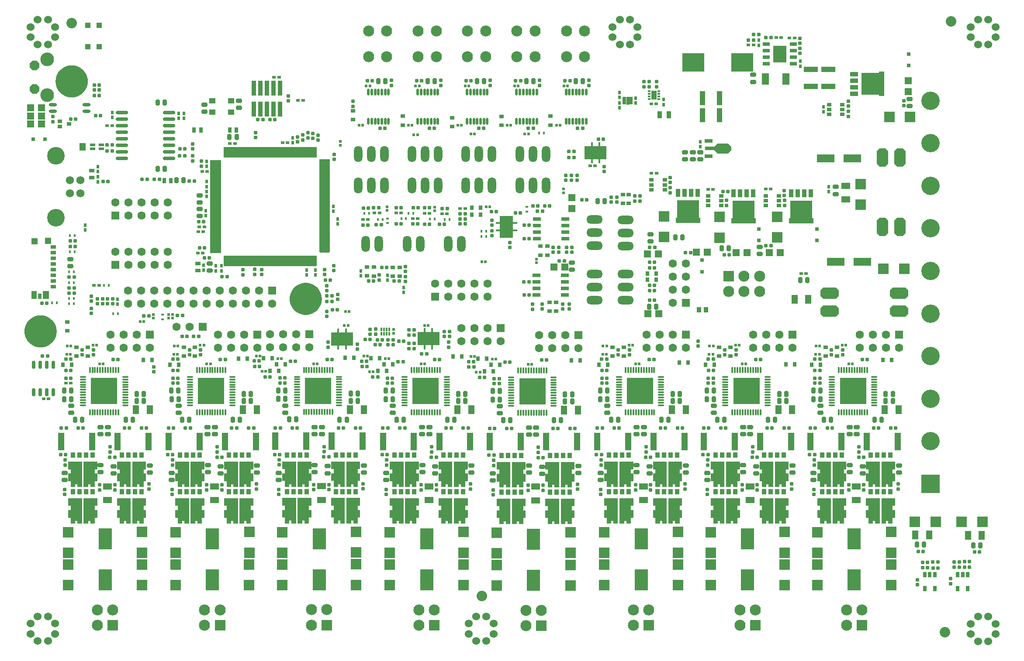
<source format=gts>
G04*
G04 #@! TF.GenerationSoftware,Altium Limited,Altium Designer,19.0.12 (326)*
G04*
G04 Layer_Color=8388736*
%FSLAX25Y25*%
%MOIN*%
G70*
G01*
G75*
%ADD115C,0.12205*%
%ADD116R,0.10400X0.16800*%
%ADD117R,0.16800X0.10400*%
%ADD118C,0.06000*%
G04:AMPARAMS|DCode=119|XSize=26mil|YSize=28mil|CornerRadius=6.4mil|HoleSize=0mil|Usage=FLASHONLY|Rotation=180.000|XOffset=0mil|YOffset=0mil|HoleType=Round|Shape=RoundedRectangle|*
%AMROUNDEDRECTD119*
21,1,0.02600,0.01520,0,0,180.0*
21,1,0.01320,0.02800,0,0,180.0*
1,1,0.01280,-0.00660,0.00760*
1,1,0.01280,0.00660,0.00760*
1,1,0.01280,0.00660,-0.00760*
1,1,0.01280,-0.00660,-0.00760*
%
%ADD119ROUNDEDRECTD119*%
%ADD120R,0.02054X0.02054*%
G04:AMPARAMS|DCode=121|XSize=26mil|YSize=28mil|CornerRadius=6.4mil|HoleSize=0mil|Usage=FLASHONLY|Rotation=270.000|XOffset=0mil|YOffset=0mil|HoleType=Round|Shape=RoundedRectangle|*
%AMROUNDEDRECTD121*
21,1,0.02600,0.01520,0,0,270.0*
21,1,0.01320,0.02800,0,0,270.0*
1,1,0.01280,-0.00760,-0.00660*
1,1,0.01280,-0.00760,0.00660*
1,1,0.01280,0.00760,0.00660*
1,1,0.01280,0.00760,-0.00660*
%
%ADD121ROUNDEDRECTD121*%
%ADD122R,0.03550X0.02762*%
%ADD123O,0.01975X0.05124*%
G04:AMPARAMS|DCode=124|XSize=33.13mil|YSize=43.37mil|CornerRadius=7.83mil|HoleSize=0mil|Usage=FLASHONLY|Rotation=0.000|XOffset=0mil|YOffset=0mil|HoleType=Round|Shape=RoundedRectangle|*
%AMROUNDEDRECTD124*
21,1,0.03313,0.02772,0,0,0.0*
21,1,0.01748,0.04337,0,0,0.0*
1,1,0.01565,0.00874,-0.01386*
1,1,0.01565,-0.00874,-0.01386*
1,1,0.01565,-0.00874,0.01386*
1,1,0.01565,0.00874,0.01386*
%
%ADD124ROUNDEDRECTD124*%
%ADD125R,0.01581X0.01975*%
%ADD126R,0.03943X0.06699*%
%ADD127R,0.02368X0.01384*%
%ADD128R,0.02565X0.02368*%
%ADD129R,0.02368X0.02565*%
%ADD130R,0.03550X0.05321*%
G04:AMPARAMS|DCode=131|XSize=33.13mil|YSize=43.37mil|CornerRadius=7.83mil|HoleSize=0mil|Usage=FLASHONLY|Rotation=90.000|XOffset=0mil|YOffset=0mil|HoleType=Round|Shape=RoundedRectangle|*
%AMROUNDEDRECTD131*
21,1,0.03313,0.02772,0,0,90.0*
21,1,0.01748,0.04337,0,0,90.0*
1,1,0.01565,0.01386,0.00874*
1,1,0.01565,0.01386,-0.00874*
1,1,0.01565,-0.01386,-0.00874*
1,1,0.01565,-0.01386,0.00874*
%
%ADD131ROUNDEDRECTD131*%
%ADD132R,0.05912X0.02762*%
%ADD133R,0.07487X0.02762*%
%ADD134R,0.08471X0.08471*%
%ADD135O,0.03550X0.01502*%
%ADD136O,0.01502X0.03550*%
%ADD137R,0.06400X0.02800*%
%ADD138R,0.01975X0.01581*%
%ADD139R,0.02054X0.02054*%
%ADD140R,0.05200X0.05200*%
%ADD141R,0.05200X0.05200*%
%ADD142R,0.02762X0.03550*%
%ADD143R,0.08300X0.08300*%
%ADD144R,0.08300X0.08300*%
%ADD145R,0.04731X0.07093*%
%ADD146R,0.02565X0.04337*%
%ADD147R,0.04928X0.13589*%
%ADD148R,0.03353X0.04140*%
%ADD149R,0.07093X0.04731*%
%ADD150R,0.01187X0.02959*%
%ADD151R,0.01187X0.02762*%
%ADD152R,0.08471X0.08471*%
%ADD153R,0.10243X0.15951*%
G04:AMPARAMS|DCode=154|XSize=80mil|YSize=80mil|CornerRadius=40mil|HoleSize=0mil|Usage=FLASHONLY|Rotation=180.000|XOffset=0mil|YOffset=0mil|HoleType=Round|Shape=RoundedRectangle|*
%AMROUNDEDRECTD154*
21,1,0.08000,0.00000,0,0,180.0*
21,1,0.00000,0.08000,0,0,180.0*
1,1,0.08000,0.00000,0.00000*
1,1,0.08000,0.00000,0.00000*
1,1,0.08000,0.00000,0.00000*
1,1,0.08000,0.00000,0.00000*
%
%ADD154ROUNDEDRECTD154*%
%ADD155R,0.03300X0.04300*%
%ADD156O,0.05124X0.01384*%
%ADD157O,0.01384X0.05124*%
%ADD158R,0.20479X0.20479*%
%ADD159R,0.04337X0.03156*%
%ADD160R,0.05124X0.04534*%
%ADD161R,0.05124X0.04928*%
%ADD162R,0.05124X0.06109*%
%ADD163R,0.03131X0.04337*%
%ADD164R,0.03943X0.05912*%
%ADD165O,0.02762X0.06306*%
%ADD166R,0.03353X0.11424*%
%ADD167R,0.02598X0.02126*%
%ADD168R,0.02451X0.06063*%
%ADD169O,0.07487X0.01381*%
%ADD170O,0.01381X0.07487*%
%ADD171R,0.05124X0.03943*%
%ADD172O,0.09455X0.02762*%
G04:AMPARAMS|DCode=173|XSize=80mil|YSize=80mil|CornerRadius=40mil|HoleSize=0mil|Usage=FLASHONLY|Rotation=270.000|XOffset=0mil|YOffset=0mil|HoleType=Round|Shape=RoundedRectangle|*
%AMROUNDEDRECTD173*
21,1,0.08000,0.00000,0,0,270.0*
21,1,0.00000,0.08000,0,0,270.0*
1,1,0.08000,0.00000,0.00000*
1,1,0.08000,0.00000,0.00000*
1,1,0.08000,0.00000,0.00000*
1,1,0.08000,0.00000,0.00000*
%
%ADD173ROUNDEDRECTD173*%
%ADD174R,0.03747X0.02762*%
%ADD175R,0.02800X0.02800*%
%ADD176R,0.04337X0.03943*%
%ADD177R,0.03943X0.01975*%
%ADD178R,0.01680X0.01463*%
%ADD179R,0.08400X0.08400*%
%ADD180R,0.03550X0.02565*%
%ADD181O,0.06109X0.02565*%
%ADD182R,0.03865X0.03038*%
%ADD183R,0.11030X0.04140*%
%ADD184R,0.05400X0.08700*%
%ADD185R,0.16542X0.14179*%
%ADD186R,0.05321X0.02565*%
%ADD187R,0.09849X0.12605*%
%ADD188R,0.13786X0.05912*%
%ADD189R,0.03200X0.06000*%
%ADD190R,0.06000X0.03200*%
%ADD191R,0.04140X0.11030*%
%ADD192R,0.03038X0.03865*%
%ADD193R,0.02800X0.02800*%
%ADD194C,0.08400*%
%ADD195O,0.13998X0.14000*%
%ADD196R,0.13998X0.14000*%
%ADD197O,0.06400X0.12400*%
%ADD198O,0.12400X0.06400*%
%ADD199R,0.06306X0.06306*%
%ADD200C,0.06306*%
%ADD201R,0.06306X0.06306*%
G04:AMPARAMS|DCode=202|XSize=137mil|YSize=87mil|CornerRadius=0mil|HoleSize=0mil|Usage=FLASHONLY|Rotation=180.000|XOffset=0mil|YOffset=0mil|HoleType=Round|Shape=Octagon|*
%AMOCTAGOND202*
4,1,8,-0.06850,0.02175,-0.06850,-0.02175,-0.04675,-0.04350,0.04675,-0.04350,0.06850,-0.02175,0.06850,0.02175,0.04675,0.04350,-0.04675,0.04350,-0.06850,0.02175,0.0*
%
%ADD202OCTAGOND202*%

%ADD203C,0.10400*%
%ADD204P,0.08010X8X292.5*%
%ADD205C,0.13450*%
%ADD206C,0.06200*%
G04:AMPARAMS|DCode=207|XSize=137mil|YSize=87mil|CornerRadius=0mil|HoleSize=0mil|Usage=FLASHONLY|Rotation=90.000|XOffset=0mil|YOffset=0mil|HoleType=Round|Shape=Octagon|*
%AMOCTAGOND207*
4,1,8,0.02175,0.06850,-0.02175,0.06850,-0.04350,0.04675,-0.04350,-0.04675,-0.02175,-0.06850,0.02175,-0.06850,0.04350,-0.04675,0.04350,0.04675,0.02175,0.06850,0.0*
%
%ADD207OCTAGOND207*%

%ADD208C,0.01000*%
%ADD209C,0.03000*%
G36*
X657121Y422043D02*
X653085D01*
Y423027D01*
X639699D01*
Y439562D01*
X653085D01*
Y440547D01*
X657121D01*
Y422043D01*
D02*
G37*
G36*
X47633Y380188D02*
X42928D01*
X42929Y380188D01*
X42928D01*
Y385979D01*
X47633D01*
Y380188D01*
D02*
G37*
G36*
X537605Y385813D02*
X537643Y385802D01*
X537678Y385783D01*
X537708Y385758D01*
X540267Y383199D01*
X540292Y383168D01*
X540311Y383134D01*
X540322Y383096D01*
X540326Y383057D01*
Y380695D01*
X540322Y380655D01*
X540311Y380618D01*
X540292Y380583D01*
X540267Y380552D01*
X537708Y377993D01*
X537678Y377968D01*
X537643Y377950D01*
X537605Y377938D01*
X537566Y377935D01*
X530086D01*
X530047Y377938D01*
X530009Y377950D01*
X529974Y377968D01*
X529944Y377993D01*
X527365Y380572D01*
X527365Y380572D01*
X527354Y380586D01*
X527340Y380603D01*
X527328Y380625D01*
X527321Y380637D01*
X527310Y380675D01*
X527306Y380714D01*
X527306Y380714D01*
Y383037D01*
X527310Y383076D01*
X527321Y383114D01*
X527340Y383149D01*
X527365Y383179D01*
X529944Y385758D01*
X529944Y385758D01*
X529960Y385772D01*
X529974Y385783D01*
X530009Y385802D01*
X530047Y385813D01*
X530086Y385817D01*
X537566D01*
X537605Y385813D01*
D02*
G37*
G36*
X223953Y375083D02*
X153069Y375083D01*
X153069Y383056D01*
X223934D01*
X223953Y375083D01*
D02*
G37*
G36*
X515630Y329012D02*
X516614D01*
Y324976D01*
X498110D01*
Y329012D01*
X499094D01*
Y342397D01*
X515630D01*
Y329012D01*
D02*
G37*
G36*
X601979Y328612D02*
X602963D01*
Y324577D01*
X584459D01*
Y328612D01*
X585443D01*
Y341998D01*
X601979D01*
Y328612D01*
D02*
G37*
G36*
X557979Y328612D02*
X558964D01*
Y324576D01*
X540460D01*
Y328612D01*
X541444D01*
Y341998D01*
X557979D01*
Y328612D01*
D02*
G37*
G36*
X234083Y302682D02*
X232153D01*
X225913Y302667D01*
X225913Y373548D01*
X234083Y373548D01*
Y302682D01*
D02*
G37*
G36*
X151012Y302079D02*
X142842Y302079D01*
Y372944D01*
X151012Y372963D01*
X151012Y302079D01*
D02*
G37*
G36*
X223931Y300083D02*
X223931Y292013D01*
X153066D01*
X153047Y300083D01*
X223931Y300083D01*
D02*
G37*
G36*
X257033Y142814D02*
X257071Y142803D01*
X257106Y142784D01*
X257136Y142759D01*
X257161Y142729D01*
X257180Y142694D01*
X257191Y142656D01*
X257195Y142617D01*
Y137105D01*
X257191Y137066D01*
X257180Y137028D01*
X257161Y136994D01*
X257136Y136963D01*
X257106Y136938D01*
X257071Y136920D01*
X257033Y136908D01*
X256994Y136904D01*
X255246D01*
Y133763D01*
X256994D01*
X257033Y133759D01*
X257071Y133748D01*
X257106Y133729D01*
X257136Y133704D01*
X257161Y133674D01*
X257180Y133639D01*
X257191Y133601D01*
X257195Y133562D01*
Y128050D01*
X257191Y128011D01*
X257180Y127973D01*
X257161Y127939D01*
X257136Y127908D01*
X257106Y127883D01*
X257071Y127865D01*
X257033Y127853D01*
X256994Y127849D01*
X255246D01*
Y123483D01*
X255242Y123444D01*
X255231Y123406D01*
X255212Y123372D01*
X255187Y123341D01*
X255157Y123316D01*
X255122Y123298D01*
X255084Y123286D01*
X255045Y123282D01*
X252093D01*
X252053Y123286D01*
X252016Y123298D01*
X251981Y123316D01*
X251950Y123341D01*
X251925Y123372D01*
X251907Y123406D01*
X251895Y123444D01*
X251891Y123483D01*
Y125487D01*
X250226D01*
Y123483D01*
X250223Y123444D01*
X250211Y123406D01*
X250193Y123372D01*
X250168Y123341D01*
X250137Y123316D01*
X250102Y123298D01*
X250065Y123286D01*
X250026Y123282D01*
X246856D01*
X246817Y123286D01*
X246779Y123298D01*
X246745Y123316D01*
X246714Y123341D01*
X246689Y123372D01*
X246671Y123406D01*
X246659Y123444D01*
X246655Y123483D01*
Y142617D01*
X246659Y142656D01*
X246671Y142694D01*
X246689Y142729D01*
X246714Y142759D01*
X246745Y142784D01*
X246779Y142803D01*
X246817Y142814D01*
X246856Y142818D01*
X256994D01*
X257033Y142814D01*
D02*
G37*
G36*
X245321D02*
X245358Y142803D01*
X245393Y142784D01*
X245424Y142759D01*
X245449Y142729D01*
X245467Y142694D01*
X245479Y142656D01*
X245482Y142617D01*
Y123483D01*
X245479Y123444D01*
X245467Y123406D01*
X245449Y123372D01*
X245424Y123341D01*
X245393Y123316D01*
X245358Y123298D01*
X245321Y123286D01*
X245282Y123282D01*
X242112D01*
X242073Y123286D01*
X242035Y123298D01*
X242001Y123316D01*
X241970Y123341D01*
X241945Y123372D01*
X241927Y123406D01*
X241915Y123444D01*
X241911Y123483D01*
Y125487D01*
X240246D01*
Y123483D01*
X240242Y123444D01*
X240231Y123406D01*
X240212Y123372D01*
X240187Y123341D01*
X240157Y123316D01*
X240122Y123298D01*
X240085Y123286D01*
X240045Y123282D01*
X237092D01*
X237053Y123286D01*
X237016Y123298D01*
X236981Y123316D01*
X236950Y123341D01*
X236925Y123372D01*
X236907Y123406D01*
X236895Y123444D01*
X236892Y123483D01*
Y127849D01*
X235144D01*
X235104Y127853D01*
X235067Y127865D01*
X235032Y127883D01*
X235002Y127908D01*
X234977Y127939D01*
X234958Y127973D01*
X234947Y128011D01*
X234943Y128050D01*
Y133562D01*
X234947Y133601D01*
X234958Y133639D01*
X234977Y133674D01*
X235002Y133704D01*
X235032Y133729D01*
X235067Y133748D01*
X235104Y133759D01*
X235144Y133763D01*
X236892D01*
Y136904D01*
X235144D01*
X235104Y136908D01*
X235067Y136920D01*
X235032Y136938D01*
X235002Y136963D01*
X234977Y136994D01*
X234958Y137028D01*
X234947Y137066D01*
X234943Y137105D01*
Y142617D01*
X234947Y142656D01*
X234958Y142694D01*
X234977Y142729D01*
X235002Y142759D01*
X235032Y142784D01*
X235067Y142803D01*
X235104Y142814D01*
X235144Y142818D01*
X245282D01*
X245321Y142814D01*
D02*
G37*
G36*
X219784D02*
X219822Y142803D01*
X219857Y142784D01*
X219887Y142759D01*
X219912Y142729D01*
X219931Y142694D01*
X219942Y142656D01*
X219946Y142617D01*
Y137105D01*
X219942Y137066D01*
X219931Y137028D01*
X219912Y136994D01*
X219887Y136963D01*
X219857Y136938D01*
X219822Y136920D01*
X219784Y136908D01*
X219745Y136904D01*
X217997D01*
Y133763D01*
X219745D01*
X219784Y133759D01*
X219822Y133748D01*
X219857Y133729D01*
X219887Y133704D01*
X219912Y133674D01*
X219931Y133639D01*
X219942Y133601D01*
X219946Y133562D01*
Y128050D01*
X219942Y128011D01*
X219931Y127973D01*
X219912Y127939D01*
X219887Y127908D01*
X219857Y127883D01*
X219822Y127865D01*
X219784Y127853D01*
X219745Y127849D01*
X217997D01*
Y123483D01*
X217994Y123444D01*
X217982Y123406D01*
X217964Y123372D01*
X217939Y123341D01*
X217908Y123316D01*
X217873Y123298D01*
X217836Y123286D01*
X217796Y123282D01*
X214844D01*
X214805Y123286D01*
X214767Y123298D01*
X214732Y123316D01*
X214702Y123341D01*
X214677Y123372D01*
X214658Y123406D01*
X214647Y123444D01*
X214643Y123483D01*
Y125487D01*
X212978D01*
Y123483D01*
X212974Y123444D01*
X212962Y123406D01*
X212944Y123372D01*
X212919Y123341D01*
X212888Y123316D01*
X212854Y123298D01*
X212816Y123286D01*
X212777Y123282D01*
X209608D01*
X209568Y123286D01*
X209531Y123298D01*
X209496Y123316D01*
X209465Y123341D01*
X209440Y123372D01*
X209422Y123406D01*
X209410Y123444D01*
X209406Y123483D01*
Y142617D01*
X209410Y142656D01*
X209422Y142694D01*
X209440Y142729D01*
X209465Y142759D01*
X209496Y142784D01*
X209531Y142803D01*
X209568Y142814D01*
X209608Y142818D01*
X219745D01*
X219784Y142814D01*
D02*
G37*
G36*
X208072D02*
X208110Y142803D01*
X208144Y142784D01*
X208175Y142759D01*
X208200Y142729D01*
X208218Y142694D01*
X208230Y142656D01*
X208234Y142617D01*
Y123483D01*
X208230Y123444D01*
X208218Y123406D01*
X208200Y123372D01*
X208175Y123341D01*
X208144Y123316D01*
X208110Y123298D01*
X208072Y123286D01*
X208033Y123282D01*
X204863D01*
X204824Y123286D01*
X204786Y123298D01*
X204752Y123316D01*
X204721Y123341D01*
X204696Y123372D01*
X204678Y123406D01*
X204666Y123444D01*
X204662Y123483D01*
Y125487D01*
X202997D01*
Y123483D01*
X202994Y123444D01*
X202982Y123406D01*
X202964Y123372D01*
X202939Y123341D01*
X202908Y123316D01*
X202873Y123298D01*
X202836Y123286D01*
X202797Y123282D01*
X199844D01*
X199804Y123286D01*
X199767Y123298D01*
X199732Y123316D01*
X199702Y123341D01*
X199677Y123372D01*
X199658Y123406D01*
X199647Y123444D01*
X199643Y123483D01*
Y127849D01*
X197895D01*
X197856Y127853D01*
X197818Y127865D01*
X197783Y127883D01*
X197753Y127908D01*
X197728Y127939D01*
X197709Y127973D01*
X197698Y128011D01*
X197694Y128050D01*
Y133562D01*
X197698Y133601D01*
X197709Y133639D01*
X197728Y133674D01*
X197753Y133704D01*
X197783Y133729D01*
X197818Y133748D01*
X197856Y133759D01*
X197895Y133763D01*
X199643D01*
Y136904D01*
X197895D01*
X197856Y136908D01*
X197818Y136920D01*
X197783Y136938D01*
X197753Y136963D01*
X197728Y136994D01*
X197709Y137028D01*
X197698Y137066D01*
X197694Y137105D01*
Y142617D01*
X197698Y142656D01*
X197709Y142694D01*
X197728Y142729D01*
X197753Y142759D01*
X197783Y142784D01*
X197818Y142803D01*
X197856Y142814D01*
X197895Y142818D01*
X208033D01*
X208072Y142814D01*
D02*
G37*
G36*
X665272Y142718D02*
X665309Y142707D01*
X665344Y142688D01*
X665374Y142663D01*
X665399Y142633D01*
X665418Y142598D01*
X665429Y142560D01*
X665433Y142521D01*
Y137009D01*
X665429Y136970D01*
X665418Y136933D01*
X665399Y136898D01*
X665374Y136867D01*
X665344Y136842D01*
X665309Y136824D01*
X665272Y136812D01*
X665232Y136808D01*
X663484D01*
Y133667D01*
X665232D01*
X665272Y133663D01*
X665309Y133652D01*
X665344Y133633D01*
X665374Y133608D01*
X665399Y133578D01*
X665418Y133543D01*
X665429Y133505D01*
X665433Y133466D01*
Y127954D01*
X665429Y127915D01*
X665418Y127877D01*
X665399Y127843D01*
X665374Y127812D01*
X665344Y127787D01*
X665309Y127769D01*
X665272Y127757D01*
X665232Y127753D01*
X663484D01*
Y123387D01*
X663481Y123348D01*
X663469Y123310D01*
X663451Y123276D01*
X663426Y123245D01*
X663395Y123220D01*
X663360Y123202D01*
X663323Y123190D01*
X663283Y123186D01*
X660331D01*
X660291Y123190D01*
X660254Y123202D01*
X660219Y123220D01*
X660189Y123245D01*
X660164Y123276D01*
X660145Y123310D01*
X660134Y123348D01*
X660130Y123387D01*
Y125391D01*
X658465D01*
Y123387D01*
X658461Y123348D01*
X658449Y123310D01*
X658431Y123276D01*
X658406Y123245D01*
X658375Y123220D01*
X658341Y123202D01*
X658303Y123190D01*
X658264Y123186D01*
X655094D01*
X655055Y123190D01*
X655018Y123202D01*
X654983Y123220D01*
X654952Y123245D01*
X654927Y123276D01*
X654909Y123310D01*
X654897Y123348D01*
X654893Y123387D01*
Y142521D01*
X654897Y142560D01*
X654909Y142598D01*
X654927Y142633D01*
X654952Y142663D01*
X654983Y142688D01*
X655018Y142707D01*
X655055Y142718D01*
X655094Y142722D01*
X665232D01*
X665272Y142718D01*
D02*
G37*
G36*
X653559D02*
X653597Y142707D01*
X653631Y142688D01*
X653662Y142663D01*
X653687Y142633D01*
X653705Y142598D01*
X653717Y142560D01*
X653721Y142521D01*
Y123387D01*
X653717Y123348D01*
X653705Y123310D01*
X653687Y123276D01*
X653662Y123245D01*
X653631Y123220D01*
X653597Y123202D01*
X653559Y123190D01*
X653520Y123186D01*
X650350D01*
X650311Y123190D01*
X650274Y123202D01*
X650239Y123220D01*
X650208Y123245D01*
X650183Y123276D01*
X650165Y123310D01*
X650153Y123348D01*
X650149Y123387D01*
Y125391D01*
X648484D01*
Y123387D01*
X648481Y123348D01*
X648469Y123310D01*
X648451Y123276D01*
X648426Y123245D01*
X648395Y123220D01*
X648360Y123202D01*
X648323Y123190D01*
X648283Y123186D01*
X645331D01*
X645292Y123190D01*
X645254Y123202D01*
X645219Y123220D01*
X645189Y123245D01*
X645164Y123276D01*
X645145Y123310D01*
X645134Y123348D01*
X645130Y123387D01*
Y127753D01*
X643382D01*
X643343Y127757D01*
X643305Y127769D01*
X643270Y127787D01*
X643240Y127812D01*
X643215Y127843D01*
X643196Y127877D01*
X643185Y127915D01*
X643181Y127954D01*
Y133466D01*
X643185Y133505D01*
X643196Y133543D01*
X643215Y133578D01*
X643240Y133608D01*
X643270Y133633D01*
X643305Y133652D01*
X643343Y133663D01*
X643382Y133667D01*
X645130D01*
Y136808D01*
X643382D01*
X643343Y136812D01*
X643305Y136824D01*
X643270Y136842D01*
X643240Y136867D01*
X643215Y136898D01*
X643196Y136933D01*
X643185Y136970D01*
X643181Y137009D01*
Y142521D01*
X643185Y142560D01*
X643196Y142598D01*
X643215Y142633D01*
X643240Y142663D01*
X643270Y142688D01*
X643305Y142707D01*
X643343Y142718D01*
X643382Y142722D01*
X653520D01*
X653559Y142718D01*
D02*
G37*
G36*
X628023D02*
X628060Y142707D01*
X628095Y142688D01*
X628126Y142663D01*
X628151Y142633D01*
X628169Y142598D01*
X628181Y142560D01*
X628185Y142521D01*
Y137009D01*
X628181Y136970D01*
X628169Y136933D01*
X628151Y136898D01*
X628126Y136867D01*
X628095Y136842D01*
X628060Y136824D01*
X628023Y136812D01*
X627984Y136808D01*
X626236D01*
Y133667D01*
X627984D01*
X628023Y133663D01*
X628060Y133652D01*
X628095Y133633D01*
X628126Y133608D01*
X628151Y133578D01*
X628169Y133543D01*
X628181Y133505D01*
X628185Y133466D01*
Y127954D01*
X628181Y127915D01*
X628169Y127877D01*
X628151Y127843D01*
X628126Y127812D01*
X628095Y127787D01*
X628060Y127769D01*
X628023Y127757D01*
X627984Y127753D01*
X626236D01*
Y123387D01*
X626232Y123348D01*
X626220Y123310D01*
X626202Y123276D01*
X626177Y123245D01*
X626146Y123220D01*
X626112Y123202D01*
X626074Y123190D01*
X626035Y123186D01*
X623082D01*
X623043Y123190D01*
X623005Y123202D01*
X622970Y123220D01*
X622940Y123245D01*
X622915Y123276D01*
X622896Y123310D01*
X622885Y123348D01*
X622881Y123387D01*
Y125391D01*
X621216D01*
Y123387D01*
X621212Y123348D01*
X621201Y123310D01*
X621182Y123276D01*
X621157Y123245D01*
X621127Y123220D01*
X621092Y123202D01*
X621054Y123190D01*
X621015Y123186D01*
X617846D01*
X617806Y123190D01*
X617769Y123202D01*
X617734Y123220D01*
X617704Y123245D01*
X617679Y123276D01*
X617660Y123310D01*
X617649Y123348D01*
X617645Y123387D01*
Y142521D01*
X617649Y142560D01*
X617660Y142598D01*
X617679Y142633D01*
X617704Y142663D01*
X617734Y142688D01*
X617769Y142707D01*
X617806Y142718D01*
X617846Y142722D01*
X627984D01*
X628023Y142718D01*
D02*
G37*
G36*
X616310D02*
X616348Y142707D01*
X616383Y142688D01*
X616413Y142663D01*
X616438Y142633D01*
X616457Y142598D01*
X616468Y142560D01*
X616472Y142521D01*
Y123387D01*
X616468Y123348D01*
X616457Y123310D01*
X616438Y123276D01*
X616413Y123245D01*
X616383Y123220D01*
X616348Y123202D01*
X616310Y123190D01*
X616271Y123186D01*
X613102D01*
X613062Y123190D01*
X613025Y123202D01*
X612990Y123220D01*
X612959Y123245D01*
X612934Y123276D01*
X612916Y123310D01*
X612905Y123348D01*
X612901Y123387D01*
Y125391D01*
X611236D01*
Y123387D01*
X611232Y123348D01*
X611220Y123310D01*
X611202Y123276D01*
X611177Y123245D01*
X611146Y123220D01*
X611112Y123202D01*
X611074Y123190D01*
X611035Y123186D01*
X608082D01*
X608043Y123190D01*
X608005Y123202D01*
X607970Y123220D01*
X607940Y123245D01*
X607915Y123276D01*
X607896Y123310D01*
X607885Y123348D01*
X607881Y123387D01*
Y127753D01*
X606133D01*
X606094Y127757D01*
X606056Y127769D01*
X606021Y127787D01*
X605991Y127812D01*
X605966Y127843D01*
X605947Y127877D01*
X605936Y127915D01*
X605932Y127954D01*
Y133466D01*
X605936Y133505D01*
X605947Y133543D01*
X605966Y133578D01*
X605991Y133608D01*
X606021Y133633D01*
X606056Y133652D01*
X606094Y133663D01*
X606133Y133667D01*
X607881D01*
Y136808D01*
X606133D01*
X606094Y136812D01*
X606056Y136824D01*
X606021Y136842D01*
X605991Y136867D01*
X605966Y136898D01*
X605947Y136933D01*
X605936Y136970D01*
X605932Y137009D01*
Y142521D01*
X605936Y142560D01*
X605947Y142598D01*
X605966Y142633D01*
X605991Y142663D01*
X606021Y142688D01*
X606056Y142707D01*
X606094Y142718D01*
X606133Y142722D01*
X616271D01*
X616310Y142718D01*
D02*
G37*
G36*
X583972D02*
X584009Y142707D01*
X584044Y142688D01*
X584074Y142663D01*
X584099Y142633D01*
X584118Y142598D01*
X584129Y142560D01*
X584133Y142521D01*
Y137009D01*
X584129Y136970D01*
X584118Y136933D01*
X584099Y136898D01*
X584074Y136867D01*
X584044Y136842D01*
X584009Y136824D01*
X583972Y136812D01*
X583932Y136808D01*
X582184D01*
Y133667D01*
X583932D01*
X583972Y133663D01*
X584009Y133652D01*
X584044Y133633D01*
X584074Y133608D01*
X584099Y133578D01*
X584118Y133543D01*
X584129Y133505D01*
X584133Y133466D01*
Y127954D01*
X584129Y127915D01*
X584118Y127877D01*
X584099Y127843D01*
X584074Y127812D01*
X584044Y127787D01*
X584009Y127769D01*
X583972Y127757D01*
X583932Y127753D01*
X582184D01*
Y123387D01*
X582181Y123348D01*
X582169Y123310D01*
X582151Y123276D01*
X582126Y123245D01*
X582095Y123220D01*
X582060Y123202D01*
X582023Y123190D01*
X581984Y123186D01*
X579031D01*
X578992Y123190D01*
X578954Y123202D01*
X578919Y123220D01*
X578889Y123245D01*
X578864Y123276D01*
X578845Y123310D01*
X578834Y123348D01*
X578830Y123387D01*
Y125391D01*
X577165D01*
Y123387D01*
X577161Y123348D01*
X577149Y123310D01*
X577131Y123276D01*
X577106Y123245D01*
X577075Y123220D01*
X577041Y123202D01*
X577003Y123190D01*
X576964Y123186D01*
X573795D01*
X573755Y123190D01*
X573718Y123202D01*
X573683Y123220D01*
X573652Y123245D01*
X573627Y123276D01*
X573609Y123310D01*
X573597Y123348D01*
X573594Y123387D01*
Y142521D01*
X573597Y142560D01*
X573609Y142598D01*
X573627Y142633D01*
X573652Y142663D01*
X573683Y142688D01*
X573718Y142707D01*
X573755Y142718D01*
X573795Y142722D01*
X583932D01*
X583972Y142718D01*
D02*
G37*
G36*
X572259D02*
X572297Y142707D01*
X572331Y142688D01*
X572362Y142663D01*
X572387Y142633D01*
X572405Y142598D01*
X572417Y142560D01*
X572421Y142521D01*
Y123387D01*
X572417Y123348D01*
X572405Y123310D01*
X572387Y123276D01*
X572362Y123245D01*
X572331Y123220D01*
X572297Y123202D01*
X572259Y123190D01*
X572220Y123186D01*
X569050D01*
X569011Y123190D01*
X568973Y123202D01*
X568939Y123220D01*
X568908Y123245D01*
X568883Y123276D01*
X568865Y123310D01*
X568853Y123348D01*
X568849Y123387D01*
Y125391D01*
X567184D01*
Y123387D01*
X567181Y123348D01*
X567169Y123310D01*
X567151Y123276D01*
X567126Y123245D01*
X567095Y123220D01*
X567060Y123202D01*
X567023Y123190D01*
X566984Y123186D01*
X564031D01*
X563991Y123190D01*
X563954Y123202D01*
X563919Y123220D01*
X563889Y123245D01*
X563864Y123276D01*
X563845Y123310D01*
X563834Y123348D01*
X563830Y123387D01*
Y127753D01*
X562082D01*
X562043Y127757D01*
X562005Y127769D01*
X561970Y127787D01*
X561940Y127812D01*
X561915Y127843D01*
X561896Y127877D01*
X561885Y127915D01*
X561881Y127954D01*
Y133466D01*
X561885Y133505D01*
X561896Y133543D01*
X561915Y133578D01*
X561940Y133608D01*
X561970Y133633D01*
X562005Y133652D01*
X562043Y133663D01*
X562082Y133667D01*
X563830D01*
Y136808D01*
X562082D01*
X562043Y136812D01*
X562005Y136824D01*
X561970Y136842D01*
X561940Y136867D01*
X561915Y136898D01*
X561896Y136933D01*
X561885Y136970D01*
X561881Y137009D01*
Y142521D01*
X561885Y142560D01*
X561896Y142598D01*
X561915Y142633D01*
X561940Y142663D01*
X561970Y142688D01*
X562005Y142707D01*
X562043Y142718D01*
X562082Y142722D01*
X572220D01*
X572259Y142718D01*
D02*
G37*
G36*
X546723D02*
X546760Y142707D01*
X546795Y142688D01*
X546826Y142663D01*
X546851Y142633D01*
X546869Y142598D01*
X546881Y142560D01*
X546884Y142521D01*
Y137009D01*
X546881Y136970D01*
X546869Y136933D01*
X546851Y136898D01*
X546826Y136867D01*
X546795Y136842D01*
X546760Y136824D01*
X546723Y136812D01*
X546684Y136808D01*
X544936D01*
Y133667D01*
X546684D01*
X546723Y133663D01*
X546760Y133652D01*
X546795Y133633D01*
X546826Y133608D01*
X546851Y133578D01*
X546869Y133543D01*
X546881Y133505D01*
X546884Y133466D01*
Y127954D01*
X546881Y127915D01*
X546869Y127877D01*
X546851Y127843D01*
X546826Y127812D01*
X546795Y127787D01*
X546760Y127769D01*
X546723Y127757D01*
X546684Y127753D01*
X544936D01*
Y123387D01*
X544932Y123348D01*
X544920Y123310D01*
X544902Y123276D01*
X544877Y123245D01*
X544846Y123220D01*
X544812Y123202D01*
X544774Y123190D01*
X544735Y123186D01*
X541782D01*
X541743Y123190D01*
X541705Y123202D01*
X541670Y123220D01*
X541640Y123245D01*
X541615Y123276D01*
X541596Y123310D01*
X541585Y123348D01*
X541581Y123387D01*
Y125391D01*
X539916D01*
Y123387D01*
X539912Y123348D01*
X539901Y123310D01*
X539882Y123276D01*
X539857Y123245D01*
X539827Y123220D01*
X539792Y123202D01*
X539754Y123190D01*
X539715Y123186D01*
X536546D01*
X536507Y123190D01*
X536469Y123202D01*
X536434Y123220D01*
X536404Y123245D01*
X536379Y123276D01*
X536360Y123310D01*
X536349Y123348D01*
X536345Y123387D01*
Y142521D01*
X536349Y142560D01*
X536360Y142598D01*
X536379Y142633D01*
X536404Y142663D01*
X536434Y142688D01*
X536469Y142707D01*
X536507Y142718D01*
X536546Y142722D01*
X546684D01*
X546723Y142718D01*
D02*
G37*
G36*
X535010D02*
X535048Y142707D01*
X535082Y142688D01*
X535113Y142663D01*
X535138Y142633D01*
X535157Y142598D01*
X535168Y142560D01*
X535172Y142521D01*
Y123387D01*
X535168Y123348D01*
X535157Y123310D01*
X535138Y123276D01*
X535113Y123245D01*
X535082Y123220D01*
X535048Y123202D01*
X535010Y123190D01*
X534971Y123186D01*
X531802D01*
X531762Y123190D01*
X531725Y123202D01*
X531690Y123220D01*
X531660Y123245D01*
X531635Y123276D01*
X531616Y123310D01*
X531604Y123348D01*
X531601Y123387D01*
Y125391D01*
X529936D01*
Y123387D01*
X529932Y123348D01*
X529920Y123310D01*
X529902Y123276D01*
X529877Y123245D01*
X529846Y123220D01*
X529812Y123202D01*
X529774Y123190D01*
X529735Y123186D01*
X526782D01*
X526743Y123190D01*
X526705Y123202D01*
X526670Y123220D01*
X526640Y123245D01*
X526615Y123276D01*
X526596Y123310D01*
X526585Y123348D01*
X526581Y123387D01*
Y127753D01*
X524833D01*
X524794Y127757D01*
X524756Y127769D01*
X524721Y127787D01*
X524691Y127812D01*
X524666Y127843D01*
X524647Y127877D01*
X524636Y127915D01*
X524632Y127954D01*
Y133466D01*
X524636Y133505D01*
X524647Y133543D01*
X524666Y133578D01*
X524691Y133608D01*
X524721Y133633D01*
X524756Y133652D01*
X524794Y133663D01*
X524833Y133667D01*
X526581D01*
Y136808D01*
X524833D01*
X524794Y136812D01*
X524756Y136824D01*
X524721Y136842D01*
X524691Y136867D01*
X524666Y136898D01*
X524647Y136933D01*
X524636Y136970D01*
X524632Y137009D01*
Y142521D01*
X524636Y142560D01*
X524647Y142598D01*
X524666Y142633D01*
X524691Y142663D01*
X524721Y142688D01*
X524756Y142707D01*
X524794Y142718D01*
X524833Y142722D01*
X534971D01*
X535010Y142718D01*
D02*
G37*
G36*
X502671D02*
X502709Y142707D01*
X502744Y142688D01*
X502774Y142663D01*
X502799Y142633D01*
X502818Y142598D01*
X502829Y142560D01*
X502833Y142521D01*
Y137009D01*
X502829Y136970D01*
X502818Y136933D01*
X502799Y136898D01*
X502774Y136867D01*
X502744Y136842D01*
X502709Y136824D01*
X502671Y136812D01*
X502632Y136808D01*
X500884D01*
Y133667D01*
X502632D01*
X502671Y133663D01*
X502709Y133652D01*
X502744Y133633D01*
X502774Y133608D01*
X502799Y133578D01*
X502818Y133543D01*
X502829Y133505D01*
X502833Y133466D01*
Y127954D01*
X502829Y127915D01*
X502818Y127877D01*
X502799Y127843D01*
X502774Y127812D01*
X502744Y127787D01*
X502709Y127769D01*
X502671Y127757D01*
X502632Y127753D01*
X500884D01*
Y123387D01*
X500881Y123348D01*
X500869Y123310D01*
X500851Y123276D01*
X500826Y123245D01*
X500795Y123220D01*
X500760Y123202D01*
X500723Y123190D01*
X500683Y123186D01*
X497731D01*
X497691Y123190D01*
X497654Y123202D01*
X497619Y123220D01*
X497589Y123245D01*
X497564Y123276D01*
X497545Y123310D01*
X497534Y123348D01*
X497530Y123387D01*
Y125391D01*
X495865D01*
Y123387D01*
X495861Y123348D01*
X495849Y123310D01*
X495831Y123276D01*
X495806Y123245D01*
X495775Y123220D01*
X495741Y123202D01*
X495703Y123190D01*
X495664Y123186D01*
X492494D01*
X492455Y123190D01*
X492418Y123202D01*
X492383Y123220D01*
X492352Y123245D01*
X492327Y123276D01*
X492309Y123310D01*
X492297Y123348D01*
X492294Y123387D01*
Y142521D01*
X492297Y142560D01*
X492309Y142598D01*
X492327Y142633D01*
X492352Y142663D01*
X492383Y142688D01*
X492418Y142707D01*
X492455Y142718D01*
X492494Y142722D01*
X502632D01*
X502671Y142718D01*
D02*
G37*
G36*
X490959D02*
X490997Y142707D01*
X491031Y142688D01*
X491062Y142663D01*
X491087Y142633D01*
X491105Y142598D01*
X491117Y142560D01*
X491121Y142521D01*
Y123387D01*
X491117Y123348D01*
X491105Y123310D01*
X491087Y123276D01*
X491062Y123245D01*
X491031Y123220D01*
X490997Y123202D01*
X490959Y123190D01*
X490920Y123186D01*
X487750D01*
X487711Y123190D01*
X487674Y123202D01*
X487639Y123220D01*
X487608Y123245D01*
X487583Y123276D01*
X487565Y123310D01*
X487553Y123348D01*
X487549Y123387D01*
Y125391D01*
X485884D01*
Y123387D01*
X485881Y123348D01*
X485869Y123310D01*
X485851Y123276D01*
X485826Y123245D01*
X485795Y123220D01*
X485760Y123202D01*
X485723Y123190D01*
X485683Y123186D01*
X482731D01*
X482691Y123190D01*
X482654Y123202D01*
X482619Y123220D01*
X482589Y123245D01*
X482564Y123276D01*
X482545Y123310D01*
X482534Y123348D01*
X482530Y123387D01*
Y127753D01*
X480782D01*
X480743Y127757D01*
X480705Y127769D01*
X480670Y127787D01*
X480640Y127812D01*
X480615Y127843D01*
X480596Y127877D01*
X480585Y127915D01*
X480581Y127954D01*
Y133466D01*
X480585Y133505D01*
X480596Y133543D01*
X480615Y133578D01*
X480640Y133608D01*
X480670Y133633D01*
X480705Y133652D01*
X480743Y133663D01*
X480782Y133667D01*
X482530D01*
Y136808D01*
X480782D01*
X480743Y136812D01*
X480705Y136824D01*
X480670Y136842D01*
X480640Y136867D01*
X480615Y136898D01*
X480596Y136933D01*
X480585Y136970D01*
X480581Y137009D01*
Y142521D01*
X480585Y142560D01*
X480596Y142598D01*
X480615Y142633D01*
X480640Y142663D01*
X480670Y142688D01*
X480705Y142707D01*
X480743Y142718D01*
X480782Y142722D01*
X490920D01*
X490959Y142718D01*
D02*
G37*
G36*
X465423D02*
X465460Y142707D01*
X465495Y142688D01*
X465526Y142663D01*
X465551Y142633D01*
X465569Y142598D01*
X465581Y142560D01*
X465585Y142521D01*
Y137009D01*
X465581Y136970D01*
X465569Y136933D01*
X465551Y136898D01*
X465526Y136867D01*
X465495Y136842D01*
X465460Y136824D01*
X465423Y136812D01*
X465383Y136808D01*
X463636D01*
Y133667D01*
X465383D01*
X465423Y133663D01*
X465460Y133652D01*
X465495Y133633D01*
X465526Y133608D01*
X465551Y133578D01*
X465569Y133543D01*
X465581Y133505D01*
X465585Y133466D01*
Y127954D01*
X465581Y127915D01*
X465569Y127877D01*
X465551Y127843D01*
X465526Y127812D01*
X465495Y127787D01*
X465460Y127769D01*
X465423Y127757D01*
X465383Y127753D01*
X463636D01*
Y123387D01*
X463632Y123348D01*
X463620Y123310D01*
X463602Y123276D01*
X463577Y123245D01*
X463546Y123220D01*
X463512Y123202D01*
X463474Y123190D01*
X463435Y123186D01*
X460482D01*
X460443Y123190D01*
X460405Y123202D01*
X460370Y123220D01*
X460340Y123245D01*
X460315Y123276D01*
X460296Y123310D01*
X460285Y123348D01*
X460281Y123387D01*
Y125391D01*
X458616D01*
Y123387D01*
X458612Y123348D01*
X458601Y123310D01*
X458582Y123276D01*
X458557Y123245D01*
X458527Y123220D01*
X458492Y123202D01*
X458454Y123190D01*
X458415Y123186D01*
X455246D01*
X455206Y123190D01*
X455169Y123202D01*
X455134Y123220D01*
X455104Y123245D01*
X455079Y123276D01*
X455060Y123310D01*
X455049Y123348D01*
X455045Y123387D01*
Y142521D01*
X455049Y142560D01*
X455060Y142598D01*
X455079Y142633D01*
X455104Y142663D01*
X455134Y142688D01*
X455169Y142707D01*
X455206Y142718D01*
X455246Y142722D01*
X465383D01*
X465423Y142718D01*
D02*
G37*
G36*
X453710D02*
X453748Y142707D01*
X453783Y142688D01*
X453813Y142663D01*
X453838Y142633D01*
X453857Y142598D01*
X453868Y142560D01*
X453872Y142521D01*
Y123387D01*
X453868Y123348D01*
X453857Y123310D01*
X453838Y123276D01*
X453813Y123245D01*
X453783Y123220D01*
X453748Y123202D01*
X453710Y123190D01*
X453671Y123186D01*
X450502D01*
X450462Y123190D01*
X450425Y123202D01*
X450390Y123220D01*
X450359Y123245D01*
X450335Y123276D01*
X450316Y123310D01*
X450305Y123348D01*
X450301Y123387D01*
Y125391D01*
X448636D01*
Y123387D01*
X448632Y123348D01*
X448620Y123310D01*
X448602Y123276D01*
X448577Y123245D01*
X448546Y123220D01*
X448512Y123202D01*
X448474Y123190D01*
X448435Y123186D01*
X445482D01*
X445443Y123190D01*
X445405Y123202D01*
X445370Y123220D01*
X445340Y123245D01*
X445315Y123276D01*
X445296Y123310D01*
X445285Y123348D01*
X445281Y123387D01*
Y127753D01*
X443533D01*
X443494Y127757D01*
X443456Y127769D01*
X443421Y127787D01*
X443391Y127812D01*
X443366Y127843D01*
X443347Y127877D01*
X443336Y127915D01*
X443332Y127954D01*
Y133466D01*
X443336Y133505D01*
X443347Y133543D01*
X443366Y133578D01*
X443391Y133608D01*
X443421Y133633D01*
X443456Y133652D01*
X443494Y133663D01*
X443533Y133667D01*
X445281D01*
Y136808D01*
X443533D01*
X443494Y136812D01*
X443456Y136824D01*
X443421Y136842D01*
X443391Y136867D01*
X443366Y136898D01*
X443347Y136933D01*
X443336Y136970D01*
X443332Y137009D01*
Y142521D01*
X443336Y142560D01*
X443347Y142598D01*
X443366Y142633D01*
X443391Y142663D01*
X443421Y142688D01*
X443456Y142707D01*
X443494Y142718D01*
X443533Y142722D01*
X453671D01*
X453710Y142718D01*
D02*
G37*
G36*
X339089D02*
X339126Y142707D01*
X339161Y142688D01*
X339192Y142663D01*
X339217Y142633D01*
X339235Y142598D01*
X339247Y142560D01*
X339251Y142521D01*
Y137009D01*
X339247Y136970D01*
X339235Y136933D01*
X339217Y136898D01*
X339192Y136867D01*
X339161Y136842D01*
X339126Y136824D01*
X339089Y136812D01*
X339050Y136808D01*
X337302D01*
Y133667D01*
X339050D01*
X339089Y133663D01*
X339126Y133652D01*
X339161Y133633D01*
X339192Y133608D01*
X339217Y133578D01*
X339235Y133543D01*
X339247Y133505D01*
X339251Y133466D01*
Y127954D01*
X339247Y127915D01*
X339235Y127877D01*
X339217Y127843D01*
X339192Y127812D01*
X339161Y127787D01*
X339126Y127769D01*
X339089Y127757D01*
X339050Y127753D01*
X337302D01*
Y123387D01*
X337298Y123348D01*
X337286Y123310D01*
X337268Y123276D01*
X337243Y123245D01*
X337212Y123220D01*
X337178Y123202D01*
X337140Y123190D01*
X337101Y123186D01*
X334148D01*
X334109Y123190D01*
X334071Y123202D01*
X334036Y123220D01*
X334006Y123245D01*
X333981Y123276D01*
X333962Y123310D01*
X333951Y123348D01*
X333947Y123387D01*
Y125391D01*
X332282D01*
Y123387D01*
X332278Y123348D01*
X332267Y123310D01*
X332248Y123276D01*
X332223Y123245D01*
X332193Y123220D01*
X332158Y123202D01*
X332120Y123190D01*
X332081Y123186D01*
X328912D01*
X328873Y123190D01*
X328835Y123202D01*
X328800Y123220D01*
X328770Y123245D01*
X328745Y123276D01*
X328726Y123310D01*
X328715Y123348D01*
X328711Y123387D01*
Y142521D01*
X328715Y142560D01*
X328726Y142598D01*
X328745Y142633D01*
X328770Y142663D01*
X328800Y142688D01*
X328835Y142707D01*
X328873Y142718D01*
X328912Y142722D01*
X339050D01*
X339089Y142718D01*
D02*
G37*
G36*
X327376D02*
X327414Y142707D01*
X327449Y142688D01*
X327479Y142663D01*
X327504Y142633D01*
X327523Y142598D01*
X327534Y142560D01*
X327538Y142521D01*
Y123387D01*
X327534Y123348D01*
X327523Y123310D01*
X327504Y123276D01*
X327479Y123245D01*
X327449Y123220D01*
X327414Y123202D01*
X327376Y123190D01*
X327337Y123186D01*
X324168D01*
X324129Y123190D01*
X324091Y123202D01*
X324056Y123220D01*
X324026Y123245D01*
X324001Y123276D01*
X323982Y123310D01*
X323971Y123348D01*
X323967Y123387D01*
Y125391D01*
X322302D01*
Y123387D01*
X322298Y123348D01*
X322287Y123310D01*
X322268Y123276D01*
X322243Y123245D01*
X322212Y123220D01*
X322178Y123202D01*
X322140Y123190D01*
X322101Y123186D01*
X319148D01*
X319109Y123190D01*
X319071Y123202D01*
X319036Y123220D01*
X319006Y123245D01*
X318981Y123276D01*
X318962Y123310D01*
X318951Y123348D01*
X318947Y123387D01*
Y127753D01*
X317199D01*
X317160Y127757D01*
X317122Y127769D01*
X317088Y127787D01*
X317057Y127812D01*
X317032Y127843D01*
X317014Y127877D01*
X317002Y127915D01*
X316998Y127954D01*
Y133466D01*
X317002Y133505D01*
X317014Y133543D01*
X317032Y133578D01*
X317057Y133608D01*
X317088Y133633D01*
X317122Y133652D01*
X317160Y133663D01*
X317199Y133667D01*
X318947D01*
Y136808D01*
X317199D01*
X317160Y136812D01*
X317122Y136824D01*
X317088Y136842D01*
X317057Y136867D01*
X317032Y136898D01*
X317014Y136933D01*
X317002Y136970D01*
X316998Y137009D01*
Y142521D01*
X317002Y142560D01*
X317014Y142598D01*
X317032Y142633D01*
X317057Y142663D01*
X317088Y142688D01*
X317122Y142707D01*
X317160Y142718D01*
X317199Y142722D01*
X327337D01*
X327376Y142718D01*
D02*
G37*
G36*
X301840D02*
X301878Y142707D01*
X301912Y142688D01*
X301943Y142663D01*
X301968Y142633D01*
X301987Y142598D01*
X301998Y142560D01*
X302002Y142521D01*
Y137009D01*
X301998Y136970D01*
X301987Y136933D01*
X301968Y136898D01*
X301943Y136867D01*
X301912Y136842D01*
X301878Y136824D01*
X301840Y136812D01*
X301801Y136808D01*
X300053D01*
Y133667D01*
X301801D01*
X301840Y133663D01*
X301878Y133652D01*
X301912Y133633D01*
X301943Y133608D01*
X301968Y133578D01*
X301987Y133543D01*
X301998Y133505D01*
X302002Y133466D01*
Y127954D01*
X301998Y127915D01*
X301987Y127877D01*
X301968Y127843D01*
X301943Y127812D01*
X301912Y127787D01*
X301878Y127769D01*
X301840Y127757D01*
X301801Y127753D01*
X300053D01*
Y123387D01*
X300049Y123348D01*
X300038Y123310D01*
X300019Y123276D01*
X299994Y123245D01*
X299964Y123220D01*
X299929Y123202D01*
X299891Y123190D01*
X299852Y123186D01*
X296899D01*
X296860Y123190D01*
X296822Y123202D01*
X296788Y123220D01*
X296757Y123245D01*
X296732Y123276D01*
X296714Y123310D01*
X296702Y123348D01*
X296698Y123387D01*
Y125391D01*
X295033D01*
Y123387D01*
X295029Y123348D01*
X295018Y123310D01*
X294999Y123276D01*
X294974Y123245D01*
X294944Y123220D01*
X294909Y123202D01*
X294871Y123190D01*
X294832Y123186D01*
X291663D01*
X291624Y123190D01*
X291586Y123202D01*
X291551Y123220D01*
X291521Y123245D01*
X291496Y123276D01*
X291477Y123310D01*
X291466Y123348D01*
X291462Y123387D01*
Y142521D01*
X291466Y142560D01*
X291477Y142598D01*
X291496Y142633D01*
X291521Y142663D01*
X291551Y142688D01*
X291586Y142707D01*
X291624Y142718D01*
X291663Y142722D01*
X301801D01*
X301840Y142718D01*
D02*
G37*
G36*
X290127D02*
X290165Y142707D01*
X290200Y142688D01*
X290230Y142663D01*
X290255Y142633D01*
X290274Y142598D01*
X290285Y142560D01*
X290289Y142521D01*
Y123387D01*
X290285Y123348D01*
X290274Y123310D01*
X290255Y123276D01*
X290230Y123245D01*
X290200Y123220D01*
X290165Y123202D01*
X290127Y123190D01*
X290088Y123186D01*
X286919D01*
X286880Y123190D01*
X286842Y123202D01*
X286807Y123220D01*
X286777Y123245D01*
X286752Y123276D01*
X286733Y123310D01*
X286722Y123348D01*
X286718Y123387D01*
Y125391D01*
X285053D01*
Y123387D01*
X285049Y123348D01*
X285038Y123310D01*
X285019Y123276D01*
X284994Y123245D01*
X284964Y123220D01*
X284929Y123202D01*
X284891Y123190D01*
X284852Y123186D01*
X281899D01*
X281860Y123190D01*
X281822Y123202D01*
X281788Y123220D01*
X281757Y123245D01*
X281732Y123276D01*
X281714Y123310D01*
X281702Y123348D01*
X281698Y123387D01*
Y127753D01*
X279950D01*
X279911Y127757D01*
X279873Y127769D01*
X279839Y127787D01*
X279808Y127812D01*
X279783Y127843D01*
X279765Y127877D01*
X279753Y127915D01*
X279749Y127954D01*
Y133466D01*
X279753Y133505D01*
X279765Y133543D01*
X279783Y133578D01*
X279808Y133608D01*
X279839Y133633D01*
X279873Y133652D01*
X279911Y133663D01*
X279950Y133667D01*
X281698D01*
Y136808D01*
X279950D01*
X279911Y136812D01*
X279873Y136824D01*
X279839Y136842D01*
X279808Y136867D01*
X279783Y136898D01*
X279765Y136933D01*
X279753Y136970D01*
X279749Y137009D01*
Y142521D01*
X279753Y142560D01*
X279765Y142598D01*
X279783Y142633D01*
X279808Y142663D01*
X279839Y142688D01*
X279873Y142707D01*
X279911Y142718D01*
X279950Y142722D01*
X290088D01*
X290127Y142718D01*
D02*
G37*
G36*
X175506D02*
X175544Y142707D01*
X175579Y142688D01*
X175609Y142663D01*
X175634Y142633D01*
X175653Y142598D01*
X175664Y142560D01*
X175668Y142521D01*
Y137009D01*
X175664Y136970D01*
X175653Y136933D01*
X175634Y136898D01*
X175609Y136867D01*
X175579Y136842D01*
X175544Y136824D01*
X175506Y136812D01*
X175467Y136808D01*
X173719D01*
Y133667D01*
X175467D01*
X175506Y133663D01*
X175544Y133652D01*
X175579Y133633D01*
X175609Y133608D01*
X175634Y133578D01*
X175653Y133543D01*
X175664Y133505D01*
X175668Y133466D01*
Y127954D01*
X175664Y127915D01*
X175653Y127877D01*
X175634Y127843D01*
X175609Y127812D01*
X175579Y127787D01*
X175544Y127769D01*
X175506Y127757D01*
X175467Y127753D01*
X173719D01*
Y123387D01*
X173715Y123348D01*
X173704Y123310D01*
X173685Y123276D01*
X173660Y123245D01*
X173630Y123220D01*
X173595Y123202D01*
X173557Y123190D01*
X173518Y123186D01*
X170565D01*
X170526Y123190D01*
X170488Y123202D01*
X170454Y123220D01*
X170423Y123245D01*
X170398Y123276D01*
X170380Y123310D01*
X170368Y123348D01*
X170364Y123387D01*
Y125391D01*
X168699D01*
Y123387D01*
X168695Y123348D01*
X168684Y123310D01*
X168666Y123276D01*
X168640Y123245D01*
X168610Y123220D01*
X168575Y123202D01*
X168538Y123190D01*
X168498Y123186D01*
X165329D01*
X165290Y123190D01*
X165252Y123202D01*
X165217Y123220D01*
X165187Y123245D01*
X165162Y123276D01*
X165144Y123310D01*
X165132Y123348D01*
X165128Y123387D01*
Y142521D01*
X165132Y142560D01*
X165144Y142598D01*
X165162Y142633D01*
X165187Y142663D01*
X165217Y142688D01*
X165252Y142707D01*
X165290Y142718D01*
X165329Y142722D01*
X175467D01*
X175506Y142718D01*
D02*
G37*
G36*
X163794D02*
X163831Y142707D01*
X163866Y142688D01*
X163896Y142663D01*
X163921Y142633D01*
X163940Y142598D01*
X163951Y142560D01*
X163955Y142521D01*
Y123387D01*
X163951Y123348D01*
X163940Y123310D01*
X163921Y123276D01*
X163896Y123245D01*
X163866Y123220D01*
X163831Y123202D01*
X163794Y123190D01*
X163754Y123186D01*
X160585D01*
X160546Y123190D01*
X160508Y123202D01*
X160473Y123220D01*
X160443Y123245D01*
X160418Y123276D01*
X160399Y123310D01*
X160388Y123348D01*
X160384Y123387D01*
Y125391D01*
X158719D01*
Y123387D01*
X158715Y123348D01*
X158704Y123310D01*
X158685Y123276D01*
X158660Y123245D01*
X158630Y123220D01*
X158595Y123202D01*
X158557Y123190D01*
X158518Y123186D01*
X155565D01*
X155526Y123190D01*
X155488Y123202D01*
X155454Y123220D01*
X155423Y123245D01*
X155398Y123276D01*
X155380Y123310D01*
X155368Y123348D01*
X155364Y123387D01*
Y127753D01*
X153616D01*
X153577Y127757D01*
X153540Y127769D01*
X153505Y127787D01*
X153474Y127812D01*
X153449Y127843D01*
X153431Y127877D01*
X153419Y127915D01*
X153416Y127954D01*
Y133466D01*
X153419Y133505D01*
X153431Y133543D01*
X153449Y133578D01*
X153474Y133608D01*
X153505Y133633D01*
X153540Y133652D01*
X153577Y133663D01*
X153616Y133667D01*
X155364D01*
Y136808D01*
X153616D01*
X153577Y136812D01*
X153540Y136824D01*
X153505Y136842D01*
X153474Y136867D01*
X153449Y136898D01*
X153431Y136933D01*
X153419Y136970D01*
X153416Y137009D01*
Y142521D01*
X153419Y142560D01*
X153431Y142598D01*
X153449Y142633D01*
X153474Y142663D01*
X153505Y142688D01*
X153540Y142707D01*
X153577Y142718D01*
X153616Y142722D01*
X163754D01*
X163794Y142718D01*
D02*
G37*
G36*
X138257D02*
X138295Y142707D01*
X138330Y142688D01*
X138360Y142663D01*
X138385Y142633D01*
X138404Y142598D01*
X138415Y142560D01*
X138419Y142521D01*
Y137009D01*
X138415Y136970D01*
X138404Y136933D01*
X138385Y136898D01*
X138360Y136867D01*
X138330Y136842D01*
X138295Y136824D01*
X138257Y136812D01*
X138218Y136808D01*
X136470D01*
Y133667D01*
X138218D01*
X138257Y133663D01*
X138295Y133652D01*
X138330Y133633D01*
X138360Y133608D01*
X138385Y133578D01*
X138404Y133543D01*
X138415Y133505D01*
X138419Y133466D01*
Y127954D01*
X138415Y127915D01*
X138404Y127877D01*
X138385Y127843D01*
X138360Y127812D01*
X138330Y127787D01*
X138295Y127769D01*
X138257Y127757D01*
X138218Y127753D01*
X136470D01*
Y123387D01*
X136466Y123348D01*
X136455Y123310D01*
X136436Y123276D01*
X136411Y123245D01*
X136381Y123220D01*
X136346Y123202D01*
X136309Y123190D01*
X136269Y123186D01*
X133317D01*
X133277Y123190D01*
X133240Y123202D01*
X133205Y123220D01*
X133174Y123245D01*
X133150Y123276D01*
X133131Y123310D01*
X133119Y123348D01*
X133116Y123387D01*
Y125391D01*
X131451D01*
Y123387D01*
X131447Y123348D01*
X131435Y123310D01*
X131417Y123276D01*
X131392Y123245D01*
X131361Y123220D01*
X131326Y123202D01*
X131289Y123190D01*
X131250Y123186D01*
X128080D01*
X128041Y123190D01*
X128003Y123202D01*
X127969Y123220D01*
X127938Y123245D01*
X127913Y123276D01*
X127895Y123310D01*
X127883Y123348D01*
X127879Y123387D01*
Y142521D01*
X127883Y142560D01*
X127895Y142598D01*
X127913Y142633D01*
X127938Y142663D01*
X127969Y142688D01*
X128003Y142707D01*
X128041Y142718D01*
X128080Y142722D01*
X138218D01*
X138257Y142718D01*
D02*
G37*
G36*
X126545D02*
X126582Y142707D01*
X126617Y142688D01*
X126648Y142663D01*
X126673Y142633D01*
X126691Y142598D01*
X126703Y142560D01*
X126707Y142521D01*
Y123387D01*
X126703Y123348D01*
X126691Y123310D01*
X126673Y123276D01*
X126648Y123245D01*
X126617Y123220D01*
X126582Y123202D01*
X126545Y123190D01*
X126505Y123186D01*
X123336D01*
X123297Y123190D01*
X123259Y123202D01*
X123225Y123220D01*
X123194Y123245D01*
X123169Y123276D01*
X123151Y123310D01*
X123139Y123348D01*
X123135Y123387D01*
Y125391D01*
X121470D01*
Y123387D01*
X121466Y123348D01*
X121455Y123310D01*
X121436Y123276D01*
X121411Y123245D01*
X121381Y123220D01*
X121346Y123202D01*
X121309Y123190D01*
X121269Y123186D01*
X118317D01*
X118277Y123190D01*
X118240Y123202D01*
X118205Y123220D01*
X118174Y123245D01*
X118149Y123276D01*
X118131Y123310D01*
X118119Y123348D01*
X118116Y123387D01*
Y127753D01*
X116368D01*
X116329Y127757D01*
X116291Y127769D01*
X116256Y127787D01*
X116226Y127812D01*
X116201Y127843D01*
X116182Y127877D01*
X116171Y127915D01*
X116167Y127954D01*
Y133466D01*
X116171Y133505D01*
X116182Y133543D01*
X116201Y133578D01*
X116226Y133608D01*
X116256Y133633D01*
X116291Y133652D01*
X116329Y133663D01*
X116368Y133667D01*
X118116D01*
Y136808D01*
X116368D01*
X116329Y136812D01*
X116291Y136824D01*
X116256Y136842D01*
X116226Y136867D01*
X116201Y136898D01*
X116182Y136933D01*
X116171Y136970D01*
X116167Y137009D01*
Y142521D01*
X116171Y142560D01*
X116182Y142598D01*
X116201Y142633D01*
X116226Y142663D01*
X116256Y142688D01*
X116291Y142707D01*
X116329Y142718D01*
X116368Y142722D01*
X126505D01*
X126545Y142718D01*
D02*
G37*
G36*
X93715D02*
X93752Y142707D01*
X93787Y142688D01*
X93818Y142663D01*
X93843Y142633D01*
X93861Y142598D01*
X93873Y142560D01*
X93877Y142521D01*
Y137009D01*
X93873Y136970D01*
X93861Y136933D01*
X93843Y136898D01*
X93818Y136867D01*
X93787Y136842D01*
X93752Y136824D01*
X93715Y136812D01*
X93676Y136808D01*
X91928D01*
Y133667D01*
X93676D01*
X93715Y133663D01*
X93752Y133652D01*
X93787Y133633D01*
X93818Y133608D01*
X93843Y133578D01*
X93861Y133543D01*
X93873Y133505D01*
X93877Y133466D01*
Y127954D01*
X93873Y127915D01*
X93861Y127877D01*
X93843Y127843D01*
X93818Y127812D01*
X93787Y127787D01*
X93752Y127769D01*
X93715Y127757D01*
X93676Y127753D01*
X91928D01*
Y123387D01*
X91924Y123348D01*
X91912Y123310D01*
X91894Y123276D01*
X91869Y123245D01*
X91838Y123220D01*
X91804Y123202D01*
X91766Y123190D01*
X91727Y123186D01*
X88774D01*
X88735Y123190D01*
X88697Y123202D01*
X88662Y123220D01*
X88632Y123245D01*
X88607Y123276D01*
X88588Y123310D01*
X88577Y123348D01*
X88573Y123387D01*
Y125391D01*
X86908D01*
Y123387D01*
X86904Y123348D01*
X86893Y123310D01*
X86874Y123276D01*
X86849Y123245D01*
X86819Y123220D01*
X86784Y123202D01*
X86746Y123190D01*
X86707Y123186D01*
X83538D01*
X83499Y123190D01*
X83461Y123202D01*
X83426Y123220D01*
X83396Y123245D01*
X83371Y123276D01*
X83352Y123310D01*
X83341Y123348D01*
X83337Y123387D01*
Y142521D01*
X83341Y142560D01*
X83352Y142598D01*
X83371Y142633D01*
X83396Y142663D01*
X83426Y142688D01*
X83461Y142707D01*
X83499Y142718D01*
X83538Y142722D01*
X93676D01*
X93715Y142718D01*
D02*
G37*
G36*
X82002D02*
X82040Y142707D01*
X82075Y142688D01*
X82105Y142663D01*
X82130Y142633D01*
X82149Y142598D01*
X82160Y142560D01*
X82164Y142521D01*
Y123387D01*
X82160Y123348D01*
X82149Y123310D01*
X82130Y123276D01*
X82105Y123245D01*
X82075Y123220D01*
X82040Y123202D01*
X82002Y123190D01*
X81963Y123186D01*
X78794D01*
X78755Y123190D01*
X78717Y123202D01*
X78682Y123220D01*
X78652Y123245D01*
X78627Y123276D01*
X78608Y123310D01*
X78597Y123348D01*
X78593Y123387D01*
Y125391D01*
X76928D01*
Y123387D01*
X76924Y123348D01*
X76912Y123310D01*
X76894Y123276D01*
X76869Y123245D01*
X76838Y123220D01*
X76804Y123202D01*
X76766Y123190D01*
X76727Y123186D01*
X73774D01*
X73735Y123190D01*
X73697Y123202D01*
X73662Y123220D01*
X73632Y123245D01*
X73607Y123276D01*
X73588Y123310D01*
X73577Y123348D01*
X73573Y123387D01*
Y127753D01*
X71825D01*
X71786Y127757D01*
X71748Y127769D01*
X71714Y127787D01*
X71683Y127812D01*
X71658Y127843D01*
X71640Y127877D01*
X71628Y127915D01*
X71624Y127954D01*
Y133466D01*
X71628Y133505D01*
X71640Y133543D01*
X71658Y133578D01*
X71683Y133608D01*
X71714Y133633D01*
X71748Y133652D01*
X71786Y133663D01*
X71825Y133667D01*
X73573D01*
Y136808D01*
X71825D01*
X71786Y136812D01*
X71748Y136824D01*
X71714Y136842D01*
X71683Y136867D01*
X71658Y136898D01*
X71640Y136933D01*
X71628Y136970D01*
X71624Y137009D01*
Y142521D01*
X71628Y142560D01*
X71640Y142598D01*
X71658Y142633D01*
X71683Y142663D01*
X71714Y142688D01*
X71748Y142707D01*
X71786Y142718D01*
X71825Y142722D01*
X81963D01*
X82002Y142718D01*
D02*
G37*
G36*
X56466D02*
X56504Y142707D01*
X56538Y142688D01*
X56569Y142663D01*
X56594Y142633D01*
X56612Y142598D01*
X56624Y142560D01*
X56628Y142521D01*
Y137009D01*
X56624Y136970D01*
X56612Y136933D01*
X56594Y136898D01*
X56569Y136867D01*
X56538Y136842D01*
X56504Y136824D01*
X56466Y136812D01*
X56427Y136808D01*
X54679D01*
Y133667D01*
X56427D01*
X56466Y133663D01*
X56504Y133652D01*
X56538Y133633D01*
X56569Y133608D01*
X56594Y133578D01*
X56612Y133543D01*
X56624Y133505D01*
X56628Y133466D01*
Y127954D01*
X56624Y127915D01*
X56612Y127877D01*
X56594Y127843D01*
X56569Y127812D01*
X56538Y127787D01*
X56504Y127769D01*
X56466Y127757D01*
X56427Y127753D01*
X54679D01*
Y123387D01*
X54675Y123348D01*
X54664Y123310D01*
X54645Y123276D01*
X54620Y123245D01*
X54590Y123220D01*
X54555Y123202D01*
X54517Y123190D01*
X54478Y123186D01*
X51525D01*
X51486Y123190D01*
X51448Y123202D01*
X51414Y123220D01*
X51383Y123245D01*
X51358Y123276D01*
X51340Y123310D01*
X51328Y123348D01*
X51324Y123387D01*
Y125391D01*
X49659D01*
Y123387D01*
X49655Y123348D01*
X49644Y123310D01*
X49625Y123276D01*
X49600Y123245D01*
X49570Y123220D01*
X49535Y123202D01*
X49498Y123190D01*
X49458Y123186D01*
X46289D01*
X46250Y123190D01*
X46212Y123202D01*
X46177Y123220D01*
X46147Y123245D01*
X46122Y123276D01*
X46103Y123310D01*
X46092Y123348D01*
X46088Y123387D01*
Y142521D01*
X46092Y142560D01*
X46103Y142598D01*
X46122Y142633D01*
X46147Y142663D01*
X46177Y142688D01*
X46212Y142707D01*
X46250Y142718D01*
X46289Y142722D01*
X56427D01*
X56466Y142718D01*
D02*
G37*
G36*
X44753D02*
X44791Y142707D01*
X44826Y142688D01*
X44856Y142663D01*
X44881Y142633D01*
X44900Y142598D01*
X44911Y142560D01*
X44915Y142521D01*
Y123387D01*
X44911Y123348D01*
X44900Y123310D01*
X44881Y123276D01*
X44856Y123245D01*
X44826Y123220D01*
X44791Y123202D01*
X44753Y123190D01*
X44714Y123186D01*
X41545D01*
X41506Y123190D01*
X41468Y123202D01*
X41433Y123220D01*
X41403Y123245D01*
X41378Y123276D01*
X41359Y123310D01*
X41348Y123348D01*
X41344Y123387D01*
Y125391D01*
X39679D01*
Y123387D01*
X39675Y123348D01*
X39664Y123310D01*
X39645Y123276D01*
X39620Y123245D01*
X39590Y123220D01*
X39555Y123202D01*
X39517Y123190D01*
X39478Y123186D01*
X36525D01*
X36486Y123190D01*
X36448Y123202D01*
X36414Y123220D01*
X36383Y123245D01*
X36358Y123276D01*
X36340Y123310D01*
X36328Y123348D01*
X36324Y123387D01*
Y127753D01*
X34576D01*
X34537Y127757D01*
X34499Y127769D01*
X34465Y127787D01*
X34434Y127812D01*
X34409Y127843D01*
X34391Y127877D01*
X34379Y127915D01*
X34375Y127954D01*
Y133466D01*
X34379Y133505D01*
X34391Y133543D01*
X34409Y133578D01*
X34434Y133608D01*
X34465Y133633D01*
X34499Y133652D01*
X34537Y133663D01*
X34576Y133667D01*
X36324D01*
Y136808D01*
X34576D01*
X34537Y136812D01*
X34499Y136824D01*
X34465Y136842D01*
X34434Y136867D01*
X34409Y136898D01*
X34391Y136933D01*
X34379Y136970D01*
X34375Y137009D01*
Y142521D01*
X34379Y142560D01*
X34391Y142598D01*
X34409Y142633D01*
X34434Y142663D01*
X34465Y142688D01*
X34499Y142707D01*
X34537Y142718D01*
X34576Y142722D01*
X44714D01*
X44753Y142718D01*
D02*
G37*
G36*
X420616Y142421D02*
X420654Y142409D01*
X420688Y142391D01*
X420719Y142366D01*
X420744Y142335D01*
X420762Y142300D01*
X420774Y142263D01*
X420778Y142224D01*
Y136712D01*
X420774Y136672D01*
X420762Y136635D01*
X420744Y136600D01*
X420719Y136570D01*
X420688Y136545D01*
X420654Y136526D01*
X420616Y136515D01*
X420577Y136511D01*
X418829D01*
Y133369D01*
X420577D01*
X420616Y133365D01*
X420654Y133354D01*
X420688Y133335D01*
X420719Y133310D01*
X420744Y133280D01*
X420762Y133245D01*
X420774Y133208D01*
X420778Y133168D01*
Y127657D01*
X420774Y127617D01*
X420762Y127580D01*
X420744Y127545D01*
X420719Y127515D01*
X420688Y127489D01*
X420654Y127471D01*
X420616Y127460D01*
X420577Y127456D01*
X418829D01*
Y123090D01*
X418825Y123050D01*
X418814Y123013D01*
X418795Y122978D01*
X418770Y122948D01*
X418740Y122923D01*
X418705Y122904D01*
X418667Y122893D01*
X418628Y122889D01*
X415675D01*
X415636Y122893D01*
X415598Y122904D01*
X415563Y122923D01*
X415533Y122948D01*
X415508Y122978D01*
X415489Y123013D01*
X415478Y123050D01*
X415474Y123090D01*
Y125093D01*
X413809D01*
Y123090D01*
X413805Y123050D01*
X413794Y123013D01*
X413775Y122978D01*
X413750Y122948D01*
X413720Y122923D01*
X413685Y122904D01*
X413647Y122893D01*
X413608Y122889D01*
X410439D01*
X410400Y122893D01*
X410362Y122904D01*
X410327Y122923D01*
X410297Y122948D01*
X410272Y122978D01*
X410253Y123013D01*
X410242Y123050D01*
X410238Y123090D01*
Y142224D01*
X410242Y142263D01*
X410253Y142300D01*
X410272Y142335D01*
X410297Y142366D01*
X410327Y142391D01*
X410362Y142409D01*
X410400Y142421D01*
X410439Y142424D01*
X420577D01*
X420616Y142421D01*
D02*
G37*
G36*
X408903D02*
X408941Y142409D01*
X408976Y142391D01*
X409006Y142366D01*
X409031Y142335D01*
X409050Y142300D01*
X409061Y142263D01*
X409065Y142224D01*
Y123090D01*
X409061Y123050D01*
X409050Y123013D01*
X409031Y122978D01*
X409006Y122948D01*
X408976Y122923D01*
X408941Y122904D01*
X408903Y122893D01*
X408864Y122889D01*
X405695D01*
X405656Y122893D01*
X405618Y122904D01*
X405583Y122923D01*
X405553Y122948D01*
X405528Y122978D01*
X405509Y123013D01*
X405498Y123050D01*
X405494Y123090D01*
Y125093D01*
X403829D01*
Y123090D01*
X403825Y123050D01*
X403814Y123013D01*
X403795Y122978D01*
X403770Y122948D01*
X403740Y122923D01*
X403705Y122904D01*
X403667Y122893D01*
X403628Y122889D01*
X400675D01*
X400636Y122893D01*
X400598Y122904D01*
X400563Y122923D01*
X400533Y122948D01*
X400508Y122978D01*
X400490Y123013D01*
X400478Y123050D01*
X400474Y123090D01*
Y127456D01*
X398726D01*
X398687Y127460D01*
X398649Y127471D01*
X398615Y127489D01*
X398584Y127515D01*
X398559Y127545D01*
X398541Y127580D01*
X398529Y127617D01*
X398525Y127657D01*
Y133168D01*
X398529Y133208D01*
X398541Y133245D01*
X398559Y133280D01*
X398584Y133310D01*
X398615Y133335D01*
X398649Y133354D01*
X398687Y133365D01*
X398726Y133369D01*
X400474D01*
Y136511D01*
X398726D01*
X398687Y136515D01*
X398649Y136526D01*
X398615Y136545D01*
X398584Y136570D01*
X398559Y136600D01*
X398541Y136635D01*
X398529Y136672D01*
X398525Y136712D01*
Y142224D01*
X398529Y142263D01*
X398541Y142300D01*
X398559Y142335D01*
X398584Y142366D01*
X398615Y142391D01*
X398649Y142409D01*
X398687Y142421D01*
X398726Y142424D01*
X408864D01*
X408903Y142421D01*
D02*
G37*
G36*
X383367D02*
X383405Y142409D01*
X383440Y142391D01*
X383470Y142366D01*
X383495Y142335D01*
X383514Y142300D01*
X383525Y142263D01*
X383529Y142224D01*
Y136712D01*
X383525Y136672D01*
X383514Y136635D01*
X383495Y136600D01*
X383470Y136570D01*
X383440Y136545D01*
X383405Y136526D01*
X383367Y136515D01*
X383328Y136511D01*
X381580D01*
Y133369D01*
X383328D01*
X383367Y133365D01*
X383405Y133354D01*
X383440Y133335D01*
X383470Y133310D01*
X383495Y133280D01*
X383514Y133245D01*
X383525Y133208D01*
X383529Y133168D01*
Y127657D01*
X383525Y127617D01*
X383514Y127580D01*
X383495Y127545D01*
X383470Y127515D01*
X383440Y127489D01*
X383405Y127471D01*
X383367Y127460D01*
X383328Y127456D01*
X381580D01*
Y123090D01*
X381576Y123050D01*
X381565Y123013D01*
X381546Y122978D01*
X381521Y122948D01*
X381491Y122923D01*
X381456Y122904D01*
X381418Y122893D01*
X381379Y122889D01*
X378426D01*
X378387Y122893D01*
X378349Y122904D01*
X378315Y122923D01*
X378284Y122948D01*
X378259Y122978D01*
X378241Y123013D01*
X378229Y123050D01*
X378225Y123090D01*
Y125093D01*
X376560D01*
Y123090D01*
X376556Y123050D01*
X376545Y123013D01*
X376526Y122978D01*
X376501Y122948D01*
X376471Y122923D01*
X376436Y122904D01*
X376399Y122893D01*
X376359Y122889D01*
X373190D01*
X373151Y122893D01*
X373113Y122904D01*
X373078Y122923D01*
X373048Y122948D01*
X373023Y122978D01*
X373004Y123013D01*
X372993Y123050D01*
X372989Y123090D01*
Y142224D01*
X372993Y142263D01*
X373004Y142300D01*
X373023Y142335D01*
X373048Y142366D01*
X373078Y142391D01*
X373113Y142409D01*
X373151Y142421D01*
X373190Y142424D01*
X383328D01*
X383367Y142421D01*
D02*
G37*
G36*
X371655D02*
X371692Y142409D01*
X371727Y142391D01*
X371757Y142366D01*
X371782Y142335D01*
X371801Y142300D01*
X371812Y142263D01*
X371816Y142224D01*
Y123090D01*
X371812Y123050D01*
X371801Y123013D01*
X371782Y122978D01*
X371757Y122948D01*
X371727Y122923D01*
X371692Y122904D01*
X371655Y122893D01*
X371615Y122889D01*
X368446D01*
X368407Y122893D01*
X368369Y122904D01*
X368334Y122923D01*
X368304Y122948D01*
X368279Y122978D01*
X368260Y123013D01*
X368249Y123050D01*
X368245Y123090D01*
Y125093D01*
X366580D01*
Y123090D01*
X366576Y123050D01*
X366565Y123013D01*
X366546Y122978D01*
X366521Y122948D01*
X366491Y122923D01*
X366456Y122904D01*
X366418Y122893D01*
X366379Y122889D01*
X363426D01*
X363387Y122893D01*
X363349Y122904D01*
X363315Y122923D01*
X363284Y122948D01*
X363259Y122978D01*
X363241Y123013D01*
X363229Y123050D01*
X363225Y123090D01*
Y127456D01*
X361477D01*
X361438Y127460D01*
X361401Y127471D01*
X361366Y127489D01*
X361335Y127515D01*
X361310Y127545D01*
X361292Y127580D01*
X361280Y127617D01*
X361277Y127657D01*
Y133168D01*
X361280Y133208D01*
X361292Y133245D01*
X361310Y133280D01*
X361335Y133310D01*
X361366Y133335D01*
X361401Y133354D01*
X361438Y133365D01*
X361477Y133369D01*
X363225D01*
Y136511D01*
X361477D01*
X361438Y136515D01*
X361401Y136526D01*
X361366Y136545D01*
X361335Y136570D01*
X361310Y136600D01*
X361292Y136635D01*
X361280Y136672D01*
X361277Y136712D01*
Y142224D01*
X361280Y142263D01*
X361292Y142300D01*
X361310Y142335D01*
X361335Y142366D01*
X361366Y142391D01*
X361401Y142409D01*
X361438Y142421D01*
X361477Y142424D01*
X371615D01*
X371655Y142421D01*
D02*
G37*
G36*
X257033Y114862D02*
X257071Y114850D01*
X257106Y114831D01*
X257136Y114806D01*
X257161Y114776D01*
X257180Y114741D01*
X257191Y114704D01*
X257195Y114664D01*
Y109153D01*
X257191Y109113D01*
X257180Y109076D01*
X257161Y109041D01*
X257136Y109011D01*
X257106Y108985D01*
X257071Y108967D01*
X257033Y108956D01*
X256994Y108952D01*
X255246D01*
Y105810D01*
X256994D01*
X257033Y105806D01*
X257071Y105795D01*
X257106Y105776D01*
X257136Y105751D01*
X257161Y105721D01*
X257180Y105686D01*
X257191Y105649D01*
X257195Y105609D01*
Y100098D01*
X257191Y100058D01*
X257180Y100021D01*
X257161Y99986D01*
X257136Y99955D01*
X257106Y99930D01*
X257071Y99912D01*
X257033Y99900D01*
X256994Y99897D01*
X255246D01*
Y95530D01*
X255242Y95491D01*
X255231Y95454D01*
X255212Y95419D01*
X255187Y95388D01*
X255157Y95363D01*
X255122Y95345D01*
X255084Y95333D01*
X255045Y95330D01*
X252093D01*
X252053Y95333D01*
X252016Y95345D01*
X251981Y95363D01*
X251950Y95388D01*
X251925Y95419D01*
X251907Y95454D01*
X251895Y95491D01*
X251891Y95530D01*
Y97534D01*
X250226D01*
Y95530D01*
X250223Y95491D01*
X250211Y95454D01*
X250193Y95419D01*
X250168Y95388D01*
X250137Y95363D01*
X250102Y95345D01*
X250065Y95333D01*
X250026Y95330D01*
X246856D01*
X246817Y95333D01*
X246779Y95345D01*
X246745Y95363D01*
X246714Y95388D01*
X246689Y95419D01*
X246671Y95454D01*
X246659Y95491D01*
X246655Y95530D01*
Y114664D01*
X246659Y114704D01*
X246671Y114741D01*
X246689Y114776D01*
X246714Y114806D01*
X246745Y114831D01*
X246779Y114850D01*
X246817Y114862D01*
X246856Y114865D01*
X256994D01*
X257033Y114862D01*
D02*
G37*
G36*
X245321D02*
X245358Y114850D01*
X245393Y114831D01*
X245424Y114806D01*
X245449Y114776D01*
X245467Y114741D01*
X245479Y114704D01*
X245482Y114664D01*
Y95530D01*
X245479Y95491D01*
X245467Y95454D01*
X245449Y95419D01*
X245424Y95388D01*
X245393Y95363D01*
X245358Y95345D01*
X245321Y95333D01*
X245282Y95330D01*
X242112D01*
X242073Y95333D01*
X242035Y95345D01*
X242001Y95363D01*
X241970Y95388D01*
X241945Y95419D01*
X241927Y95454D01*
X241915Y95491D01*
X241911Y95530D01*
Y97534D01*
X240246D01*
Y95530D01*
X240242Y95491D01*
X240231Y95454D01*
X240212Y95419D01*
X240187Y95388D01*
X240157Y95363D01*
X240122Y95345D01*
X240085Y95333D01*
X240045Y95330D01*
X237092D01*
X237053Y95333D01*
X237016Y95345D01*
X236981Y95363D01*
X236950Y95388D01*
X236925Y95419D01*
X236907Y95454D01*
X236895Y95491D01*
X236892Y95530D01*
Y99897D01*
X235144D01*
X235104Y99900D01*
X235067Y99912D01*
X235032Y99930D01*
X235002Y99955D01*
X234977Y99986D01*
X234958Y100021D01*
X234947Y100058D01*
X234943Y100098D01*
Y105609D01*
X234947Y105649D01*
X234958Y105686D01*
X234977Y105721D01*
X235002Y105751D01*
X235032Y105776D01*
X235067Y105795D01*
X235104Y105806D01*
X235144Y105810D01*
X236892D01*
Y108952D01*
X235144D01*
X235104Y108956D01*
X235067Y108967D01*
X235032Y108985D01*
X235002Y109011D01*
X234977Y109041D01*
X234958Y109076D01*
X234947Y109113D01*
X234943Y109153D01*
Y114664D01*
X234947Y114704D01*
X234958Y114741D01*
X234977Y114776D01*
X235002Y114806D01*
X235032Y114831D01*
X235067Y114850D01*
X235104Y114862D01*
X235144Y114865D01*
X245282D01*
X245321Y114862D01*
D02*
G37*
G36*
X219784D02*
X219822Y114850D01*
X219857Y114831D01*
X219887Y114806D01*
X219912Y114776D01*
X219931Y114741D01*
X219942Y114704D01*
X219946Y114664D01*
Y109153D01*
X219942Y109113D01*
X219931Y109076D01*
X219912Y109041D01*
X219887Y109011D01*
X219857Y108985D01*
X219822Y108967D01*
X219784Y108956D01*
X219745Y108952D01*
X217997D01*
Y105810D01*
X219745D01*
X219784Y105806D01*
X219822Y105795D01*
X219857Y105776D01*
X219887Y105751D01*
X219912Y105721D01*
X219931Y105686D01*
X219942Y105649D01*
X219946Y105609D01*
Y100098D01*
X219942Y100058D01*
X219931Y100021D01*
X219912Y99986D01*
X219887Y99955D01*
X219857Y99930D01*
X219822Y99912D01*
X219784Y99900D01*
X219745Y99897D01*
X217997D01*
Y95530D01*
X217994Y95491D01*
X217982Y95454D01*
X217964Y95419D01*
X217939Y95388D01*
X217908Y95363D01*
X217873Y95345D01*
X217836Y95333D01*
X217796Y95330D01*
X214844D01*
X214805Y95333D01*
X214767Y95345D01*
X214732Y95363D01*
X214702Y95388D01*
X214677Y95419D01*
X214658Y95454D01*
X214647Y95491D01*
X214643Y95530D01*
Y97534D01*
X212978D01*
Y95530D01*
X212974Y95491D01*
X212962Y95454D01*
X212944Y95419D01*
X212919Y95388D01*
X212888Y95363D01*
X212854Y95345D01*
X212816Y95333D01*
X212777Y95330D01*
X209608D01*
X209568Y95333D01*
X209531Y95345D01*
X209496Y95363D01*
X209465Y95388D01*
X209440Y95419D01*
X209422Y95454D01*
X209410Y95491D01*
X209406Y95530D01*
Y114664D01*
X209410Y114704D01*
X209422Y114741D01*
X209440Y114776D01*
X209465Y114806D01*
X209496Y114831D01*
X209531Y114850D01*
X209568Y114862D01*
X209608Y114865D01*
X219745D01*
X219784Y114862D01*
D02*
G37*
G36*
X208072D02*
X208110Y114850D01*
X208144Y114831D01*
X208175Y114806D01*
X208200Y114776D01*
X208218Y114741D01*
X208230Y114704D01*
X208234Y114664D01*
Y95530D01*
X208230Y95491D01*
X208218Y95454D01*
X208200Y95419D01*
X208175Y95388D01*
X208144Y95363D01*
X208110Y95345D01*
X208072Y95333D01*
X208033Y95330D01*
X204863D01*
X204824Y95333D01*
X204786Y95345D01*
X204752Y95363D01*
X204721Y95388D01*
X204696Y95419D01*
X204678Y95454D01*
X204666Y95491D01*
X204662Y95530D01*
Y97534D01*
X202997D01*
Y95530D01*
X202994Y95491D01*
X202982Y95454D01*
X202964Y95419D01*
X202939Y95388D01*
X202908Y95363D01*
X202873Y95345D01*
X202836Y95333D01*
X202797Y95330D01*
X199844D01*
X199804Y95333D01*
X199767Y95345D01*
X199732Y95363D01*
X199702Y95388D01*
X199677Y95419D01*
X199658Y95454D01*
X199647Y95491D01*
X199643Y95530D01*
Y99897D01*
X197895D01*
X197856Y99900D01*
X197818Y99912D01*
X197783Y99930D01*
X197753Y99955D01*
X197728Y99986D01*
X197709Y100021D01*
X197698Y100058D01*
X197694Y100098D01*
Y105609D01*
X197698Y105649D01*
X197709Y105686D01*
X197728Y105721D01*
X197753Y105751D01*
X197783Y105776D01*
X197818Y105795D01*
X197856Y105806D01*
X197895Y105810D01*
X199643D01*
Y108952D01*
X197895D01*
X197856Y108956D01*
X197818Y108967D01*
X197783Y108985D01*
X197753Y109011D01*
X197728Y109041D01*
X197709Y109076D01*
X197698Y109113D01*
X197694Y109153D01*
Y114664D01*
X197698Y114704D01*
X197709Y114741D01*
X197728Y114776D01*
X197753Y114806D01*
X197783Y114831D01*
X197818Y114850D01*
X197856Y114862D01*
X197895Y114865D01*
X208033D01*
X208072Y114862D01*
D02*
G37*
G36*
X665272Y114766D02*
X665309Y114754D01*
X665344Y114736D01*
X665374Y114711D01*
X665399Y114680D01*
X665418Y114645D01*
X665429Y114608D01*
X665433Y114568D01*
Y109057D01*
X665429Y109018D01*
X665418Y108980D01*
X665399Y108945D01*
X665374Y108915D01*
X665344Y108890D01*
X665309Y108871D01*
X665272Y108860D01*
X665232Y108856D01*
X663484D01*
Y105714D01*
X665232D01*
X665272Y105710D01*
X665309Y105699D01*
X665344Y105681D01*
X665374Y105656D01*
X665399Y105625D01*
X665418Y105590D01*
X665429Y105553D01*
X665433Y105513D01*
Y100002D01*
X665429Y99962D01*
X665418Y99925D01*
X665399Y99890D01*
X665374Y99859D01*
X665344Y99835D01*
X665309Y99816D01*
X665272Y99804D01*
X665232Y99801D01*
X663484D01*
Y95435D01*
X663481Y95395D01*
X663469Y95358D01*
X663451Y95323D01*
X663426Y95293D01*
X663395Y95267D01*
X663360Y95249D01*
X663323Y95237D01*
X663283Y95234D01*
X660331D01*
X660291Y95237D01*
X660254Y95249D01*
X660219Y95267D01*
X660189Y95293D01*
X660164Y95323D01*
X660145Y95358D01*
X660134Y95395D01*
X660130Y95435D01*
Y97438D01*
X658465D01*
Y95435D01*
X658461Y95395D01*
X658449Y95358D01*
X658431Y95323D01*
X658406Y95293D01*
X658375Y95267D01*
X658341Y95249D01*
X658303Y95237D01*
X658264Y95234D01*
X655094D01*
X655055Y95237D01*
X655018Y95249D01*
X654983Y95267D01*
X654952Y95293D01*
X654927Y95323D01*
X654909Y95358D01*
X654897Y95395D01*
X654893Y95435D01*
Y114568D01*
X654897Y114608D01*
X654909Y114645D01*
X654927Y114680D01*
X654952Y114711D01*
X654983Y114736D01*
X655018Y114754D01*
X655055Y114766D01*
X655094Y114769D01*
X665232D01*
X665272Y114766D01*
D02*
G37*
G36*
X653559D02*
X653597Y114754D01*
X653631Y114736D01*
X653662Y114711D01*
X653687Y114680D01*
X653705Y114645D01*
X653717Y114608D01*
X653721Y114568D01*
Y95435D01*
X653717Y95395D01*
X653705Y95358D01*
X653687Y95323D01*
X653662Y95293D01*
X653631Y95267D01*
X653597Y95249D01*
X653559Y95237D01*
X653520Y95234D01*
X650350D01*
X650311Y95237D01*
X650274Y95249D01*
X650239Y95267D01*
X650208Y95293D01*
X650183Y95323D01*
X650165Y95358D01*
X650153Y95395D01*
X650149Y95435D01*
Y97438D01*
X648484D01*
Y95435D01*
X648481Y95395D01*
X648469Y95358D01*
X648451Y95323D01*
X648426Y95293D01*
X648395Y95267D01*
X648360Y95249D01*
X648323Y95237D01*
X648283Y95234D01*
X645331D01*
X645292Y95237D01*
X645254Y95249D01*
X645219Y95267D01*
X645189Y95293D01*
X645164Y95323D01*
X645145Y95358D01*
X645134Y95395D01*
X645130Y95435D01*
Y99801D01*
X643382D01*
X643343Y99804D01*
X643305Y99816D01*
X643270Y99835D01*
X643240Y99859D01*
X643215Y99890D01*
X643196Y99925D01*
X643185Y99962D01*
X643181Y100002D01*
Y105513D01*
X643185Y105553D01*
X643196Y105590D01*
X643215Y105625D01*
X643240Y105656D01*
X643270Y105681D01*
X643305Y105699D01*
X643343Y105710D01*
X643382Y105714D01*
X645130D01*
Y108856D01*
X643382D01*
X643343Y108860D01*
X643305Y108871D01*
X643270Y108890D01*
X643240Y108915D01*
X643215Y108945D01*
X643196Y108980D01*
X643185Y109018D01*
X643181Y109057D01*
Y114568D01*
X643185Y114608D01*
X643196Y114645D01*
X643215Y114680D01*
X643240Y114711D01*
X643270Y114736D01*
X643305Y114754D01*
X643343Y114766D01*
X643382Y114769D01*
X653520D01*
X653559Y114766D01*
D02*
G37*
G36*
X628023D02*
X628060Y114754D01*
X628095Y114736D01*
X628126Y114711D01*
X628151Y114680D01*
X628169Y114645D01*
X628181Y114608D01*
X628185Y114568D01*
Y109057D01*
X628181Y109018D01*
X628169Y108980D01*
X628151Y108945D01*
X628126Y108915D01*
X628095Y108890D01*
X628060Y108871D01*
X628023Y108860D01*
X627984Y108856D01*
X626236D01*
Y105714D01*
X627984D01*
X628023Y105710D01*
X628060Y105699D01*
X628095Y105681D01*
X628126Y105656D01*
X628151Y105625D01*
X628169Y105590D01*
X628181Y105553D01*
X628185Y105513D01*
Y100002D01*
X628181Y99962D01*
X628169Y99925D01*
X628151Y99890D01*
X628126Y99859D01*
X628095Y99835D01*
X628060Y99816D01*
X628023Y99804D01*
X627984Y99801D01*
X626236D01*
Y95435D01*
X626232Y95395D01*
X626220Y95358D01*
X626202Y95323D01*
X626177Y95293D01*
X626146Y95267D01*
X626112Y95249D01*
X626074Y95237D01*
X626035Y95234D01*
X623082D01*
X623043Y95237D01*
X623005Y95249D01*
X622970Y95267D01*
X622940Y95293D01*
X622915Y95323D01*
X622896Y95358D01*
X622885Y95395D01*
X622881Y95435D01*
Y97438D01*
X621216D01*
Y95435D01*
X621212Y95395D01*
X621201Y95358D01*
X621182Y95323D01*
X621157Y95293D01*
X621127Y95267D01*
X621092Y95249D01*
X621054Y95237D01*
X621015Y95234D01*
X617846D01*
X617806Y95237D01*
X617769Y95249D01*
X617734Y95267D01*
X617704Y95293D01*
X617679Y95323D01*
X617660Y95358D01*
X617649Y95395D01*
X617645Y95435D01*
Y114568D01*
X617649Y114608D01*
X617660Y114645D01*
X617679Y114680D01*
X617704Y114711D01*
X617734Y114736D01*
X617769Y114754D01*
X617806Y114766D01*
X617846Y114769D01*
X627984D01*
X628023Y114766D01*
D02*
G37*
G36*
X616310D02*
X616348Y114754D01*
X616383Y114736D01*
X616413Y114711D01*
X616438Y114680D01*
X616457Y114645D01*
X616468Y114608D01*
X616472Y114568D01*
Y95435D01*
X616468Y95395D01*
X616457Y95358D01*
X616438Y95323D01*
X616413Y95293D01*
X616383Y95267D01*
X616348Y95249D01*
X616310Y95237D01*
X616271Y95234D01*
X613102D01*
X613062Y95237D01*
X613025Y95249D01*
X612990Y95267D01*
X612959Y95293D01*
X612934Y95323D01*
X612916Y95358D01*
X612905Y95395D01*
X612901Y95435D01*
Y97438D01*
X611236D01*
Y95435D01*
X611232Y95395D01*
X611220Y95358D01*
X611202Y95323D01*
X611177Y95293D01*
X611146Y95267D01*
X611112Y95249D01*
X611074Y95237D01*
X611035Y95234D01*
X608082D01*
X608043Y95237D01*
X608005Y95249D01*
X607970Y95267D01*
X607940Y95293D01*
X607915Y95323D01*
X607896Y95358D01*
X607885Y95395D01*
X607881Y95435D01*
Y99801D01*
X606133D01*
X606094Y99804D01*
X606056Y99816D01*
X606021Y99835D01*
X605991Y99859D01*
X605966Y99890D01*
X605947Y99925D01*
X605936Y99962D01*
X605932Y100002D01*
Y105513D01*
X605936Y105553D01*
X605947Y105590D01*
X605966Y105625D01*
X605991Y105656D01*
X606021Y105681D01*
X606056Y105699D01*
X606094Y105710D01*
X606133Y105714D01*
X607881D01*
Y108856D01*
X606133D01*
X606094Y108860D01*
X606056Y108871D01*
X606021Y108890D01*
X605991Y108915D01*
X605966Y108945D01*
X605947Y108980D01*
X605936Y109018D01*
X605932Y109057D01*
Y114568D01*
X605936Y114608D01*
X605947Y114645D01*
X605966Y114680D01*
X605991Y114711D01*
X606021Y114736D01*
X606056Y114754D01*
X606094Y114766D01*
X606133Y114769D01*
X616271D01*
X616310Y114766D01*
D02*
G37*
G36*
X583972D02*
X584009Y114754D01*
X584044Y114736D01*
X584074Y114711D01*
X584099Y114680D01*
X584118Y114645D01*
X584129Y114608D01*
X584133Y114568D01*
Y109057D01*
X584129Y109018D01*
X584118Y108980D01*
X584099Y108945D01*
X584074Y108915D01*
X584044Y108890D01*
X584009Y108871D01*
X583972Y108860D01*
X583932Y108856D01*
X582184D01*
Y105714D01*
X583932D01*
X583972Y105710D01*
X584009Y105699D01*
X584044Y105681D01*
X584074Y105656D01*
X584099Y105625D01*
X584118Y105590D01*
X584129Y105553D01*
X584133Y105513D01*
Y100002D01*
X584129Y99962D01*
X584118Y99925D01*
X584099Y99890D01*
X584074Y99859D01*
X584044Y99835D01*
X584009Y99816D01*
X583972Y99804D01*
X583932Y99801D01*
X582184D01*
Y95435D01*
X582181Y95395D01*
X582169Y95358D01*
X582151Y95323D01*
X582126Y95293D01*
X582095Y95267D01*
X582060Y95249D01*
X582023Y95237D01*
X581984Y95234D01*
X579031D01*
X578992Y95237D01*
X578954Y95249D01*
X578919Y95267D01*
X578889Y95293D01*
X578864Y95323D01*
X578845Y95358D01*
X578834Y95395D01*
X578830Y95435D01*
Y97438D01*
X577165D01*
Y95435D01*
X577161Y95395D01*
X577149Y95358D01*
X577131Y95323D01*
X577106Y95293D01*
X577075Y95267D01*
X577041Y95249D01*
X577003Y95237D01*
X576964Y95234D01*
X573795D01*
X573755Y95237D01*
X573718Y95249D01*
X573683Y95267D01*
X573652Y95293D01*
X573627Y95323D01*
X573609Y95358D01*
X573597Y95395D01*
X573594Y95435D01*
Y114568D01*
X573597Y114608D01*
X573609Y114645D01*
X573627Y114680D01*
X573652Y114711D01*
X573683Y114736D01*
X573718Y114754D01*
X573755Y114766D01*
X573795Y114769D01*
X583932D01*
X583972Y114766D01*
D02*
G37*
G36*
X572259D02*
X572297Y114754D01*
X572331Y114736D01*
X572362Y114711D01*
X572387Y114680D01*
X572405Y114645D01*
X572417Y114608D01*
X572421Y114568D01*
Y95435D01*
X572417Y95395D01*
X572405Y95358D01*
X572387Y95323D01*
X572362Y95293D01*
X572331Y95267D01*
X572297Y95249D01*
X572259Y95237D01*
X572220Y95234D01*
X569050D01*
X569011Y95237D01*
X568973Y95249D01*
X568939Y95267D01*
X568908Y95293D01*
X568883Y95323D01*
X568865Y95358D01*
X568853Y95395D01*
X568849Y95435D01*
Y97438D01*
X567184D01*
Y95435D01*
X567181Y95395D01*
X567169Y95358D01*
X567151Y95323D01*
X567126Y95293D01*
X567095Y95267D01*
X567060Y95249D01*
X567023Y95237D01*
X566984Y95234D01*
X564031D01*
X563991Y95237D01*
X563954Y95249D01*
X563919Y95267D01*
X563889Y95293D01*
X563864Y95323D01*
X563845Y95358D01*
X563834Y95395D01*
X563830Y95435D01*
Y99801D01*
X562082D01*
X562043Y99804D01*
X562005Y99816D01*
X561970Y99835D01*
X561940Y99859D01*
X561915Y99890D01*
X561896Y99925D01*
X561885Y99962D01*
X561881Y100002D01*
Y105513D01*
X561885Y105553D01*
X561896Y105590D01*
X561915Y105625D01*
X561940Y105656D01*
X561970Y105681D01*
X562005Y105699D01*
X562043Y105710D01*
X562082Y105714D01*
X563830D01*
Y108856D01*
X562082D01*
X562043Y108860D01*
X562005Y108871D01*
X561970Y108890D01*
X561940Y108915D01*
X561915Y108945D01*
X561896Y108980D01*
X561885Y109018D01*
X561881Y109057D01*
Y114568D01*
X561885Y114608D01*
X561896Y114645D01*
X561915Y114680D01*
X561940Y114711D01*
X561970Y114736D01*
X562005Y114754D01*
X562043Y114766D01*
X562082Y114769D01*
X572220D01*
X572259Y114766D01*
D02*
G37*
G36*
X546723D02*
X546760Y114754D01*
X546795Y114736D01*
X546826Y114711D01*
X546851Y114680D01*
X546869Y114645D01*
X546881Y114608D01*
X546884Y114568D01*
Y109057D01*
X546881Y109018D01*
X546869Y108980D01*
X546851Y108945D01*
X546826Y108915D01*
X546795Y108890D01*
X546760Y108871D01*
X546723Y108860D01*
X546684Y108856D01*
X544936D01*
Y105714D01*
X546684D01*
X546723Y105710D01*
X546760Y105699D01*
X546795Y105681D01*
X546826Y105656D01*
X546851Y105625D01*
X546869Y105590D01*
X546881Y105553D01*
X546884Y105513D01*
Y100002D01*
X546881Y99962D01*
X546869Y99925D01*
X546851Y99890D01*
X546826Y99859D01*
X546795Y99835D01*
X546760Y99816D01*
X546723Y99804D01*
X546684Y99801D01*
X544936D01*
Y95435D01*
X544932Y95395D01*
X544920Y95358D01*
X544902Y95323D01*
X544877Y95293D01*
X544846Y95267D01*
X544812Y95249D01*
X544774Y95237D01*
X544735Y95234D01*
X541782D01*
X541743Y95237D01*
X541705Y95249D01*
X541670Y95267D01*
X541640Y95293D01*
X541615Y95323D01*
X541596Y95358D01*
X541585Y95395D01*
X541581Y95435D01*
Y97438D01*
X539916D01*
Y95435D01*
X539912Y95395D01*
X539901Y95358D01*
X539882Y95323D01*
X539857Y95293D01*
X539827Y95267D01*
X539792Y95249D01*
X539754Y95237D01*
X539715Y95234D01*
X536546D01*
X536507Y95237D01*
X536469Y95249D01*
X536434Y95267D01*
X536404Y95293D01*
X536379Y95323D01*
X536360Y95358D01*
X536349Y95395D01*
X536345Y95435D01*
Y114568D01*
X536349Y114608D01*
X536360Y114645D01*
X536379Y114680D01*
X536404Y114711D01*
X536434Y114736D01*
X536469Y114754D01*
X536507Y114766D01*
X536546Y114769D01*
X546684D01*
X546723Y114766D01*
D02*
G37*
G36*
X535010D02*
X535048Y114754D01*
X535082Y114736D01*
X535113Y114711D01*
X535138Y114680D01*
X535157Y114645D01*
X535168Y114608D01*
X535172Y114568D01*
Y95435D01*
X535168Y95395D01*
X535157Y95358D01*
X535138Y95323D01*
X535113Y95293D01*
X535082Y95267D01*
X535048Y95249D01*
X535010Y95237D01*
X534971Y95234D01*
X531802D01*
X531762Y95237D01*
X531725Y95249D01*
X531690Y95267D01*
X531660Y95293D01*
X531635Y95323D01*
X531616Y95358D01*
X531604Y95395D01*
X531601Y95435D01*
Y97438D01*
X529936D01*
Y95435D01*
X529932Y95395D01*
X529920Y95358D01*
X529902Y95323D01*
X529877Y95293D01*
X529846Y95267D01*
X529812Y95249D01*
X529774Y95237D01*
X529735Y95234D01*
X526782D01*
X526743Y95237D01*
X526705Y95249D01*
X526670Y95267D01*
X526640Y95293D01*
X526615Y95323D01*
X526596Y95358D01*
X526585Y95395D01*
X526581Y95435D01*
Y99801D01*
X524833D01*
X524794Y99804D01*
X524756Y99816D01*
X524721Y99835D01*
X524691Y99859D01*
X524666Y99890D01*
X524647Y99925D01*
X524636Y99962D01*
X524632Y100002D01*
Y105513D01*
X524636Y105553D01*
X524647Y105590D01*
X524666Y105625D01*
X524691Y105656D01*
X524721Y105681D01*
X524756Y105699D01*
X524794Y105710D01*
X524833Y105714D01*
X526581D01*
Y108856D01*
X524833D01*
X524794Y108860D01*
X524756Y108871D01*
X524721Y108890D01*
X524691Y108915D01*
X524666Y108945D01*
X524647Y108980D01*
X524636Y109018D01*
X524632Y109057D01*
Y114568D01*
X524636Y114608D01*
X524647Y114645D01*
X524666Y114680D01*
X524691Y114711D01*
X524721Y114736D01*
X524756Y114754D01*
X524794Y114766D01*
X524833Y114769D01*
X534971D01*
X535010Y114766D01*
D02*
G37*
G36*
X502671D02*
X502709Y114754D01*
X502744Y114736D01*
X502774Y114711D01*
X502799Y114680D01*
X502818Y114645D01*
X502829Y114608D01*
X502833Y114568D01*
Y109057D01*
X502829Y109018D01*
X502818Y108980D01*
X502799Y108945D01*
X502774Y108915D01*
X502744Y108890D01*
X502709Y108871D01*
X502671Y108860D01*
X502632Y108856D01*
X500884D01*
Y105714D01*
X502632D01*
X502671Y105710D01*
X502709Y105699D01*
X502744Y105681D01*
X502774Y105656D01*
X502799Y105625D01*
X502818Y105590D01*
X502829Y105553D01*
X502833Y105513D01*
Y100002D01*
X502829Y99962D01*
X502818Y99925D01*
X502799Y99890D01*
X502774Y99859D01*
X502744Y99835D01*
X502709Y99816D01*
X502671Y99804D01*
X502632Y99801D01*
X500884D01*
Y95435D01*
X500881Y95395D01*
X500869Y95358D01*
X500851Y95323D01*
X500826Y95293D01*
X500795Y95267D01*
X500760Y95249D01*
X500723Y95237D01*
X500683Y95234D01*
X497731D01*
X497691Y95237D01*
X497654Y95249D01*
X497619Y95267D01*
X497589Y95293D01*
X497564Y95323D01*
X497545Y95358D01*
X497534Y95395D01*
X497530Y95435D01*
Y97438D01*
X495865D01*
Y95435D01*
X495861Y95395D01*
X495849Y95358D01*
X495831Y95323D01*
X495806Y95293D01*
X495775Y95267D01*
X495741Y95249D01*
X495703Y95237D01*
X495664Y95234D01*
X492494D01*
X492455Y95237D01*
X492418Y95249D01*
X492383Y95267D01*
X492352Y95293D01*
X492327Y95323D01*
X492309Y95358D01*
X492297Y95395D01*
X492294Y95435D01*
Y114568D01*
X492297Y114608D01*
X492309Y114645D01*
X492327Y114680D01*
X492352Y114711D01*
X492383Y114736D01*
X492418Y114754D01*
X492455Y114766D01*
X492494Y114769D01*
X502632D01*
X502671Y114766D01*
D02*
G37*
G36*
X490959D02*
X490997Y114754D01*
X491031Y114736D01*
X491062Y114711D01*
X491087Y114680D01*
X491105Y114645D01*
X491117Y114608D01*
X491121Y114568D01*
Y95435D01*
X491117Y95395D01*
X491105Y95358D01*
X491087Y95323D01*
X491062Y95293D01*
X491031Y95267D01*
X490997Y95249D01*
X490959Y95237D01*
X490920Y95234D01*
X487750D01*
X487711Y95237D01*
X487674Y95249D01*
X487639Y95267D01*
X487608Y95293D01*
X487583Y95323D01*
X487565Y95358D01*
X487553Y95395D01*
X487549Y95435D01*
Y97438D01*
X485884D01*
Y95435D01*
X485881Y95395D01*
X485869Y95358D01*
X485851Y95323D01*
X485826Y95293D01*
X485795Y95267D01*
X485760Y95249D01*
X485723Y95237D01*
X485683Y95234D01*
X482731D01*
X482691Y95237D01*
X482654Y95249D01*
X482619Y95267D01*
X482589Y95293D01*
X482564Y95323D01*
X482545Y95358D01*
X482534Y95395D01*
X482530Y95435D01*
Y99801D01*
X480782D01*
X480743Y99804D01*
X480705Y99816D01*
X480670Y99835D01*
X480640Y99859D01*
X480615Y99890D01*
X480596Y99925D01*
X480585Y99962D01*
X480581Y100002D01*
Y105513D01*
X480585Y105553D01*
X480596Y105590D01*
X480615Y105625D01*
X480640Y105656D01*
X480670Y105681D01*
X480705Y105699D01*
X480743Y105710D01*
X480782Y105714D01*
X482530D01*
Y108856D01*
X480782D01*
X480743Y108860D01*
X480705Y108871D01*
X480670Y108890D01*
X480640Y108915D01*
X480615Y108945D01*
X480596Y108980D01*
X480585Y109018D01*
X480581Y109057D01*
Y114568D01*
X480585Y114608D01*
X480596Y114645D01*
X480615Y114680D01*
X480640Y114711D01*
X480670Y114736D01*
X480705Y114754D01*
X480743Y114766D01*
X480782Y114769D01*
X490920D01*
X490959Y114766D01*
D02*
G37*
G36*
X465423D02*
X465460Y114754D01*
X465495Y114736D01*
X465526Y114711D01*
X465551Y114680D01*
X465569Y114645D01*
X465581Y114608D01*
X465585Y114568D01*
Y109057D01*
X465581Y109018D01*
X465569Y108980D01*
X465551Y108945D01*
X465526Y108915D01*
X465495Y108890D01*
X465460Y108871D01*
X465423Y108860D01*
X465383Y108856D01*
X463636D01*
Y105714D01*
X465383D01*
X465423Y105710D01*
X465460Y105699D01*
X465495Y105681D01*
X465526Y105656D01*
X465551Y105625D01*
X465569Y105590D01*
X465581Y105553D01*
X465585Y105513D01*
Y100002D01*
X465581Y99962D01*
X465569Y99925D01*
X465551Y99890D01*
X465526Y99859D01*
X465495Y99835D01*
X465460Y99816D01*
X465423Y99804D01*
X465383Y99801D01*
X463636D01*
Y95435D01*
X463632Y95395D01*
X463620Y95358D01*
X463602Y95323D01*
X463577Y95293D01*
X463546Y95267D01*
X463512Y95249D01*
X463474Y95237D01*
X463435Y95234D01*
X460482D01*
X460443Y95237D01*
X460405Y95249D01*
X460370Y95267D01*
X460340Y95293D01*
X460315Y95323D01*
X460296Y95358D01*
X460285Y95395D01*
X460281Y95435D01*
Y97438D01*
X458616D01*
Y95435D01*
X458612Y95395D01*
X458601Y95358D01*
X458582Y95323D01*
X458557Y95293D01*
X458527Y95267D01*
X458492Y95249D01*
X458454Y95237D01*
X458415Y95234D01*
X455246D01*
X455206Y95237D01*
X455169Y95249D01*
X455134Y95267D01*
X455104Y95293D01*
X455079Y95323D01*
X455060Y95358D01*
X455049Y95395D01*
X455045Y95435D01*
Y114568D01*
X455049Y114608D01*
X455060Y114645D01*
X455079Y114680D01*
X455104Y114711D01*
X455134Y114736D01*
X455169Y114754D01*
X455206Y114766D01*
X455246Y114769D01*
X465383D01*
X465423Y114766D01*
D02*
G37*
G36*
X453710D02*
X453748Y114754D01*
X453783Y114736D01*
X453813Y114711D01*
X453838Y114680D01*
X453857Y114645D01*
X453868Y114608D01*
X453872Y114568D01*
Y95435D01*
X453868Y95395D01*
X453857Y95358D01*
X453838Y95323D01*
X453813Y95293D01*
X453783Y95267D01*
X453748Y95249D01*
X453710Y95237D01*
X453671Y95234D01*
X450502D01*
X450462Y95237D01*
X450425Y95249D01*
X450390Y95267D01*
X450359Y95293D01*
X450335Y95323D01*
X450316Y95358D01*
X450305Y95395D01*
X450301Y95435D01*
Y97438D01*
X448636D01*
Y95435D01*
X448632Y95395D01*
X448620Y95358D01*
X448602Y95323D01*
X448577Y95293D01*
X448546Y95267D01*
X448512Y95249D01*
X448474Y95237D01*
X448435Y95234D01*
X445482D01*
X445443Y95237D01*
X445405Y95249D01*
X445370Y95267D01*
X445340Y95293D01*
X445315Y95323D01*
X445296Y95358D01*
X445285Y95395D01*
X445281Y95435D01*
Y99801D01*
X443533D01*
X443494Y99804D01*
X443456Y99816D01*
X443421Y99835D01*
X443391Y99859D01*
X443366Y99890D01*
X443347Y99925D01*
X443336Y99962D01*
X443332Y100002D01*
Y105513D01*
X443336Y105553D01*
X443347Y105590D01*
X443366Y105625D01*
X443391Y105656D01*
X443421Y105681D01*
X443456Y105699D01*
X443494Y105710D01*
X443533Y105714D01*
X445281D01*
Y108856D01*
X443533D01*
X443494Y108860D01*
X443456Y108871D01*
X443421Y108890D01*
X443391Y108915D01*
X443366Y108945D01*
X443347Y108980D01*
X443336Y109018D01*
X443332Y109057D01*
Y114568D01*
X443336Y114608D01*
X443347Y114645D01*
X443366Y114680D01*
X443391Y114711D01*
X443421Y114736D01*
X443456Y114754D01*
X443494Y114766D01*
X443533Y114769D01*
X453671D01*
X453710Y114766D01*
D02*
G37*
G36*
X339089D02*
X339126Y114754D01*
X339161Y114736D01*
X339192Y114711D01*
X339217Y114680D01*
X339235Y114645D01*
X339247Y114608D01*
X339251Y114568D01*
Y109057D01*
X339247Y109018D01*
X339235Y108980D01*
X339217Y108945D01*
X339192Y108915D01*
X339161Y108890D01*
X339126Y108871D01*
X339089Y108860D01*
X339050Y108856D01*
X337302D01*
Y105714D01*
X339050D01*
X339089Y105710D01*
X339126Y105699D01*
X339161Y105681D01*
X339192Y105656D01*
X339217Y105625D01*
X339235Y105590D01*
X339247Y105553D01*
X339251Y105513D01*
Y100002D01*
X339247Y99962D01*
X339235Y99925D01*
X339217Y99890D01*
X339192Y99859D01*
X339161Y99835D01*
X339126Y99816D01*
X339089Y99804D01*
X339050Y99801D01*
X337302D01*
Y95435D01*
X337298Y95395D01*
X337286Y95358D01*
X337268Y95323D01*
X337243Y95293D01*
X337212Y95267D01*
X337178Y95249D01*
X337140Y95237D01*
X337101Y95234D01*
X334148D01*
X334109Y95237D01*
X334071Y95249D01*
X334036Y95267D01*
X334006Y95293D01*
X333981Y95323D01*
X333962Y95358D01*
X333951Y95395D01*
X333947Y95435D01*
Y97438D01*
X332282D01*
Y95435D01*
X332278Y95395D01*
X332267Y95358D01*
X332248Y95323D01*
X332223Y95293D01*
X332193Y95267D01*
X332158Y95249D01*
X332120Y95237D01*
X332081Y95234D01*
X328912D01*
X328873Y95237D01*
X328835Y95249D01*
X328800Y95267D01*
X328770Y95293D01*
X328745Y95323D01*
X328726Y95358D01*
X328715Y95395D01*
X328711Y95435D01*
Y114568D01*
X328715Y114608D01*
X328726Y114645D01*
X328745Y114680D01*
X328770Y114711D01*
X328800Y114736D01*
X328835Y114754D01*
X328873Y114766D01*
X328912Y114769D01*
X339050D01*
X339089Y114766D01*
D02*
G37*
G36*
X327376D02*
X327414Y114754D01*
X327449Y114736D01*
X327479Y114711D01*
X327504Y114680D01*
X327523Y114645D01*
X327534Y114608D01*
X327538Y114568D01*
Y95435D01*
X327534Y95395D01*
X327523Y95358D01*
X327504Y95323D01*
X327479Y95293D01*
X327449Y95267D01*
X327414Y95249D01*
X327376Y95237D01*
X327337Y95234D01*
X324168D01*
X324129Y95237D01*
X324091Y95249D01*
X324056Y95267D01*
X324026Y95293D01*
X324001Y95323D01*
X323982Y95358D01*
X323971Y95395D01*
X323967Y95435D01*
Y97438D01*
X322302D01*
Y95435D01*
X322298Y95395D01*
X322287Y95358D01*
X322268Y95323D01*
X322243Y95293D01*
X322212Y95267D01*
X322178Y95249D01*
X322140Y95237D01*
X322101Y95234D01*
X319148D01*
X319109Y95237D01*
X319071Y95249D01*
X319036Y95267D01*
X319006Y95293D01*
X318981Y95323D01*
X318962Y95358D01*
X318951Y95395D01*
X318947Y95435D01*
Y99801D01*
X317199D01*
X317160Y99804D01*
X317122Y99816D01*
X317088Y99835D01*
X317057Y99859D01*
X317032Y99890D01*
X317014Y99925D01*
X317002Y99962D01*
X316998Y100002D01*
Y105513D01*
X317002Y105553D01*
X317014Y105590D01*
X317032Y105625D01*
X317057Y105656D01*
X317088Y105681D01*
X317122Y105699D01*
X317160Y105710D01*
X317199Y105714D01*
X318947D01*
Y108856D01*
X317199D01*
X317160Y108860D01*
X317122Y108871D01*
X317088Y108890D01*
X317057Y108915D01*
X317032Y108945D01*
X317014Y108980D01*
X317002Y109018D01*
X316998Y109057D01*
Y114568D01*
X317002Y114608D01*
X317014Y114645D01*
X317032Y114680D01*
X317057Y114711D01*
X317088Y114736D01*
X317122Y114754D01*
X317160Y114766D01*
X317199Y114769D01*
X327337D01*
X327376Y114766D01*
D02*
G37*
G36*
X301840D02*
X301878Y114754D01*
X301912Y114736D01*
X301943Y114711D01*
X301968Y114680D01*
X301987Y114645D01*
X301998Y114608D01*
X302002Y114568D01*
Y109057D01*
X301998Y109018D01*
X301987Y108980D01*
X301968Y108945D01*
X301943Y108915D01*
X301912Y108890D01*
X301878Y108871D01*
X301840Y108860D01*
X301801Y108856D01*
X300053D01*
Y105714D01*
X301801D01*
X301840Y105710D01*
X301878Y105699D01*
X301912Y105681D01*
X301943Y105656D01*
X301968Y105625D01*
X301987Y105590D01*
X301998Y105553D01*
X302002Y105513D01*
Y100002D01*
X301998Y99962D01*
X301987Y99925D01*
X301968Y99890D01*
X301943Y99859D01*
X301912Y99835D01*
X301878Y99816D01*
X301840Y99804D01*
X301801Y99801D01*
X300053D01*
Y95435D01*
X300049Y95395D01*
X300038Y95358D01*
X300019Y95323D01*
X299994Y95293D01*
X299964Y95267D01*
X299929Y95249D01*
X299891Y95237D01*
X299852Y95234D01*
X296899D01*
X296860Y95237D01*
X296822Y95249D01*
X296788Y95267D01*
X296757Y95293D01*
X296732Y95323D01*
X296714Y95358D01*
X296702Y95395D01*
X296698Y95435D01*
Y97438D01*
X295033D01*
Y95435D01*
X295029Y95395D01*
X295018Y95358D01*
X294999Y95323D01*
X294974Y95293D01*
X294944Y95267D01*
X294909Y95249D01*
X294871Y95237D01*
X294832Y95234D01*
X291663D01*
X291624Y95237D01*
X291586Y95249D01*
X291551Y95267D01*
X291521Y95293D01*
X291496Y95323D01*
X291477Y95358D01*
X291466Y95395D01*
X291462Y95435D01*
Y114568D01*
X291466Y114608D01*
X291477Y114645D01*
X291496Y114680D01*
X291521Y114711D01*
X291551Y114736D01*
X291586Y114754D01*
X291624Y114766D01*
X291663Y114769D01*
X301801D01*
X301840Y114766D01*
D02*
G37*
G36*
X290127D02*
X290165Y114754D01*
X290200Y114736D01*
X290230Y114711D01*
X290255Y114680D01*
X290274Y114645D01*
X290285Y114608D01*
X290289Y114568D01*
Y95435D01*
X290285Y95395D01*
X290274Y95358D01*
X290255Y95323D01*
X290230Y95293D01*
X290200Y95267D01*
X290165Y95249D01*
X290127Y95237D01*
X290088Y95234D01*
X286919D01*
X286880Y95237D01*
X286842Y95249D01*
X286807Y95267D01*
X286777Y95293D01*
X286752Y95323D01*
X286733Y95358D01*
X286722Y95395D01*
X286718Y95435D01*
Y97438D01*
X285053D01*
Y95435D01*
X285049Y95395D01*
X285038Y95358D01*
X285019Y95323D01*
X284994Y95293D01*
X284964Y95267D01*
X284929Y95249D01*
X284891Y95237D01*
X284852Y95234D01*
X281899D01*
X281860Y95237D01*
X281822Y95249D01*
X281788Y95267D01*
X281757Y95293D01*
X281732Y95323D01*
X281714Y95358D01*
X281702Y95395D01*
X281698Y95435D01*
Y99801D01*
X279950D01*
X279911Y99804D01*
X279873Y99816D01*
X279839Y99835D01*
X279808Y99859D01*
X279783Y99890D01*
X279765Y99925D01*
X279753Y99962D01*
X279749Y100002D01*
Y105513D01*
X279753Y105553D01*
X279765Y105590D01*
X279783Y105625D01*
X279808Y105656D01*
X279839Y105681D01*
X279873Y105699D01*
X279911Y105710D01*
X279950Y105714D01*
X281698D01*
Y108856D01*
X279950D01*
X279911Y108860D01*
X279873Y108871D01*
X279839Y108890D01*
X279808Y108915D01*
X279783Y108945D01*
X279765Y108980D01*
X279753Y109018D01*
X279749Y109057D01*
Y114568D01*
X279753Y114608D01*
X279765Y114645D01*
X279783Y114680D01*
X279808Y114711D01*
X279839Y114736D01*
X279873Y114754D01*
X279911Y114766D01*
X279950Y114769D01*
X290088D01*
X290127Y114766D01*
D02*
G37*
G36*
X175506D02*
X175544Y114754D01*
X175579Y114736D01*
X175609Y114711D01*
X175634Y114680D01*
X175653Y114645D01*
X175664Y114608D01*
X175668Y114568D01*
Y109057D01*
X175664Y109018D01*
X175653Y108980D01*
X175634Y108945D01*
X175609Y108915D01*
X175579Y108890D01*
X175544Y108871D01*
X175506Y108860D01*
X175467Y108856D01*
X173719D01*
Y105714D01*
X175467D01*
X175506Y105710D01*
X175544Y105699D01*
X175579Y105681D01*
X175609Y105656D01*
X175634Y105625D01*
X175653Y105590D01*
X175664Y105553D01*
X175668Y105513D01*
Y100002D01*
X175664Y99962D01*
X175653Y99925D01*
X175634Y99890D01*
X175609Y99859D01*
X175579Y99835D01*
X175544Y99816D01*
X175506Y99804D01*
X175467Y99801D01*
X173719D01*
Y95435D01*
X173715Y95395D01*
X173704Y95358D01*
X173685Y95323D01*
X173660Y95293D01*
X173630Y95267D01*
X173595Y95249D01*
X173557Y95237D01*
X173518Y95234D01*
X170565D01*
X170526Y95237D01*
X170488Y95249D01*
X170454Y95267D01*
X170423Y95293D01*
X170398Y95323D01*
X170380Y95358D01*
X170368Y95395D01*
X170364Y95435D01*
Y97438D01*
X168699D01*
Y95435D01*
X168695Y95395D01*
X168684Y95358D01*
X168666Y95323D01*
X168640Y95293D01*
X168610Y95267D01*
X168575Y95249D01*
X168538Y95237D01*
X168498Y95234D01*
X165329D01*
X165290Y95237D01*
X165252Y95249D01*
X165217Y95267D01*
X165187Y95293D01*
X165162Y95323D01*
X165144Y95358D01*
X165132Y95395D01*
X165128Y95435D01*
Y114568D01*
X165132Y114608D01*
X165144Y114645D01*
X165162Y114680D01*
X165187Y114711D01*
X165217Y114736D01*
X165252Y114754D01*
X165290Y114766D01*
X165329Y114769D01*
X175467D01*
X175506Y114766D01*
D02*
G37*
G36*
X163794D02*
X163831Y114754D01*
X163866Y114736D01*
X163896Y114711D01*
X163921Y114680D01*
X163940Y114645D01*
X163951Y114608D01*
X163955Y114568D01*
Y95435D01*
X163951Y95395D01*
X163940Y95358D01*
X163921Y95323D01*
X163896Y95293D01*
X163866Y95267D01*
X163831Y95249D01*
X163794Y95237D01*
X163754Y95234D01*
X160585D01*
X160546Y95237D01*
X160508Y95249D01*
X160473Y95267D01*
X160443Y95293D01*
X160418Y95323D01*
X160399Y95358D01*
X160388Y95395D01*
X160384Y95435D01*
Y97438D01*
X158719D01*
Y95435D01*
X158715Y95395D01*
X158704Y95358D01*
X158685Y95323D01*
X158660Y95293D01*
X158630Y95267D01*
X158595Y95249D01*
X158557Y95237D01*
X158518Y95234D01*
X155565D01*
X155526Y95237D01*
X155488Y95249D01*
X155454Y95267D01*
X155423Y95293D01*
X155398Y95323D01*
X155380Y95358D01*
X155368Y95395D01*
X155364Y95435D01*
Y99801D01*
X153616D01*
X153577Y99804D01*
X153540Y99816D01*
X153505Y99835D01*
X153474Y99859D01*
X153449Y99890D01*
X153431Y99925D01*
X153419Y99962D01*
X153416Y100002D01*
Y105513D01*
X153419Y105553D01*
X153431Y105590D01*
X153449Y105625D01*
X153474Y105656D01*
X153505Y105681D01*
X153540Y105699D01*
X153577Y105710D01*
X153616Y105714D01*
X155364D01*
Y108856D01*
X153616D01*
X153577Y108860D01*
X153540Y108871D01*
X153505Y108890D01*
X153474Y108915D01*
X153449Y108945D01*
X153431Y108980D01*
X153419Y109018D01*
X153416Y109057D01*
Y114568D01*
X153419Y114608D01*
X153431Y114645D01*
X153449Y114680D01*
X153474Y114711D01*
X153505Y114736D01*
X153540Y114754D01*
X153577Y114766D01*
X153616Y114769D01*
X163754D01*
X163794Y114766D01*
D02*
G37*
G36*
X138257D02*
X138295Y114754D01*
X138330Y114736D01*
X138360Y114711D01*
X138385Y114680D01*
X138404Y114645D01*
X138415Y114608D01*
X138419Y114568D01*
Y109057D01*
X138415Y109018D01*
X138404Y108980D01*
X138385Y108945D01*
X138360Y108915D01*
X138330Y108890D01*
X138295Y108871D01*
X138257Y108860D01*
X138218Y108856D01*
X136470D01*
Y105714D01*
X138218D01*
X138257Y105710D01*
X138295Y105699D01*
X138330Y105681D01*
X138360Y105656D01*
X138385Y105625D01*
X138404Y105590D01*
X138415Y105553D01*
X138419Y105513D01*
Y100002D01*
X138415Y99962D01*
X138404Y99925D01*
X138385Y99890D01*
X138360Y99859D01*
X138330Y99835D01*
X138295Y99816D01*
X138257Y99804D01*
X138218Y99801D01*
X136470D01*
Y95435D01*
X136466Y95395D01*
X136455Y95358D01*
X136436Y95323D01*
X136411Y95293D01*
X136381Y95267D01*
X136346Y95249D01*
X136309Y95237D01*
X136269Y95234D01*
X133317D01*
X133277Y95237D01*
X133240Y95249D01*
X133205Y95267D01*
X133174Y95293D01*
X133150Y95323D01*
X133131Y95358D01*
X133119Y95395D01*
X133116Y95435D01*
Y97438D01*
X131451D01*
Y95435D01*
X131447Y95395D01*
X131435Y95358D01*
X131417Y95323D01*
X131392Y95293D01*
X131361Y95267D01*
X131326Y95249D01*
X131289Y95237D01*
X131250Y95234D01*
X128080D01*
X128041Y95237D01*
X128003Y95249D01*
X127969Y95267D01*
X127938Y95293D01*
X127913Y95323D01*
X127895Y95358D01*
X127883Y95395D01*
X127879Y95435D01*
Y114568D01*
X127883Y114608D01*
X127895Y114645D01*
X127913Y114680D01*
X127938Y114711D01*
X127969Y114736D01*
X128003Y114754D01*
X128041Y114766D01*
X128080Y114769D01*
X138218D01*
X138257Y114766D01*
D02*
G37*
G36*
X126545D02*
X126582Y114754D01*
X126617Y114736D01*
X126648Y114711D01*
X126673Y114680D01*
X126691Y114645D01*
X126703Y114608D01*
X126707Y114568D01*
Y95435D01*
X126703Y95395D01*
X126691Y95358D01*
X126673Y95323D01*
X126648Y95293D01*
X126617Y95267D01*
X126582Y95249D01*
X126545Y95237D01*
X126505Y95234D01*
X123336D01*
X123297Y95237D01*
X123259Y95249D01*
X123225Y95267D01*
X123194Y95293D01*
X123169Y95323D01*
X123151Y95358D01*
X123139Y95395D01*
X123135Y95435D01*
Y97438D01*
X121470D01*
Y95435D01*
X121466Y95395D01*
X121455Y95358D01*
X121436Y95323D01*
X121411Y95293D01*
X121381Y95267D01*
X121346Y95249D01*
X121309Y95237D01*
X121269Y95234D01*
X118317D01*
X118277Y95237D01*
X118240Y95249D01*
X118205Y95267D01*
X118174Y95293D01*
X118149Y95323D01*
X118131Y95358D01*
X118119Y95395D01*
X118116Y95435D01*
Y99801D01*
X116368D01*
X116329Y99804D01*
X116291Y99816D01*
X116256Y99835D01*
X116226Y99859D01*
X116201Y99890D01*
X116182Y99925D01*
X116171Y99962D01*
X116167Y100002D01*
Y105513D01*
X116171Y105553D01*
X116182Y105590D01*
X116201Y105625D01*
X116226Y105656D01*
X116256Y105681D01*
X116291Y105699D01*
X116329Y105710D01*
X116368Y105714D01*
X118116D01*
Y108856D01*
X116368D01*
X116329Y108860D01*
X116291Y108871D01*
X116256Y108890D01*
X116226Y108915D01*
X116201Y108945D01*
X116182Y108980D01*
X116171Y109018D01*
X116167Y109057D01*
Y114568D01*
X116171Y114608D01*
X116182Y114645D01*
X116201Y114680D01*
X116226Y114711D01*
X116256Y114736D01*
X116291Y114754D01*
X116329Y114766D01*
X116368Y114769D01*
X126505D01*
X126545Y114766D01*
D02*
G37*
G36*
X93715D02*
X93752Y114754D01*
X93787Y114736D01*
X93818Y114711D01*
X93843Y114680D01*
X93861Y114645D01*
X93873Y114608D01*
X93877Y114568D01*
Y109057D01*
X93873Y109018D01*
X93861Y108980D01*
X93843Y108945D01*
X93818Y108915D01*
X93787Y108890D01*
X93752Y108871D01*
X93715Y108860D01*
X93676Y108856D01*
X91928D01*
Y105714D01*
X93676D01*
X93715Y105710D01*
X93752Y105699D01*
X93787Y105681D01*
X93818Y105656D01*
X93843Y105625D01*
X93861Y105590D01*
X93873Y105553D01*
X93877Y105513D01*
Y100002D01*
X93873Y99962D01*
X93861Y99925D01*
X93843Y99890D01*
X93818Y99859D01*
X93787Y99835D01*
X93752Y99816D01*
X93715Y99804D01*
X93676Y99801D01*
X91928D01*
Y95435D01*
X91924Y95395D01*
X91912Y95358D01*
X91894Y95323D01*
X91869Y95293D01*
X91838Y95267D01*
X91804Y95249D01*
X91766Y95237D01*
X91727Y95234D01*
X88774D01*
X88735Y95237D01*
X88697Y95249D01*
X88662Y95267D01*
X88632Y95293D01*
X88607Y95323D01*
X88588Y95358D01*
X88577Y95395D01*
X88573Y95435D01*
Y97438D01*
X86908D01*
Y95435D01*
X86904Y95395D01*
X86893Y95358D01*
X86874Y95323D01*
X86849Y95293D01*
X86819Y95267D01*
X86784Y95249D01*
X86746Y95237D01*
X86707Y95234D01*
X83538D01*
X83499Y95237D01*
X83461Y95249D01*
X83426Y95267D01*
X83396Y95293D01*
X83371Y95323D01*
X83352Y95358D01*
X83341Y95395D01*
X83337Y95435D01*
Y114568D01*
X83341Y114608D01*
X83352Y114645D01*
X83371Y114680D01*
X83396Y114711D01*
X83426Y114736D01*
X83461Y114754D01*
X83499Y114766D01*
X83538Y114769D01*
X93676D01*
X93715Y114766D01*
D02*
G37*
G36*
X82002D02*
X82040Y114754D01*
X82075Y114736D01*
X82105Y114711D01*
X82130Y114680D01*
X82149Y114645D01*
X82160Y114608D01*
X82164Y114568D01*
Y95435D01*
X82160Y95395D01*
X82149Y95358D01*
X82130Y95323D01*
X82105Y95293D01*
X82075Y95267D01*
X82040Y95249D01*
X82002Y95237D01*
X81963Y95234D01*
X78794D01*
X78755Y95237D01*
X78717Y95249D01*
X78682Y95267D01*
X78652Y95293D01*
X78627Y95323D01*
X78608Y95358D01*
X78597Y95395D01*
X78593Y95435D01*
Y97438D01*
X76928D01*
Y95435D01*
X76924Y95395D01*
X76912Y95358D01*
X76894Y95323D01*
X76869Y95293D01*
X76838Y95267D01*
X76804Y95249D01*
X76766Y95237D01*
X76727Y95234D01*
X73774D01*
X73735Y95237D01*
X73697Y95249D01*
X73662Y95267D01*
X73632Y95293D01*
X73607Y95323D01*
X73588Y95358D01*
X73577Y95395D01*
X73573Y95435D01*
Y99801D01*
X71825D01*
X71786Y99804D01*
X71748Y99816D01*
X71714Y99835D01*
X71683Y99859D01*
X71658Y99890D01*
X71640Y99925D01*
X71628Y99962D01*
X71624Y100002D01*
Y105513D01*
X71628Y105553D01*
X71640Y105590D01*
X71658Y105625D01*
X71683Y105656D01*
X71714Y105681D01*
X71748Y105699D01*
X71786Y105710D01*
X71825Y105714D01*
X73573D01*
Y108856D01*
X71825D01*
X71786Y108860D01*
X71748Y108871D01*
X71714Y108890D01*
X71683Y108915D01*
X71658Y108945D01*
X71640Y108980D01*
X71628Y109018D01*
X71624Y109057D01*
Y114568D01*
X71628Y114608D01*
X71640Y114645D01*
X71658Y114680D01*
X71683Y114711D01*
X71714Y114736D01*
X71748Y114754D01*
X71786Y114766D01*
X71825Y114769D01*
X81963D01*
X82002Y114766D01*
D02*
G37*
G36*
X56466D02*
X56504Y114754D01*
X56538Y114736D01*
X56569Y114711D01*
X56594Y114680D01*
X56612Y114645D01*
X56624Y114608D01*
X56628Y114568D01*
Y109057D01*
X56624Y109018D01*
X56612Y108980D01*
X56594Y108945D01*
X56569Y108915D01*
X56538Y108890D01*
X56504Y108871D01*
X56466Y108860D01*
X56427Y108856D01*
X54679D01*
Y105714D01*
X56427D01*
X56466Y105710D01*
X56504Y105699D01*
X56538Y105681D01*
X56569Y105656D01*
X56594Y105625D01*
X56612Y105590D01*
X56624Y105553D01*
X56628Y105513D01*
Y100002D01*
X56624Y99962D01*
X56612Y99925D01*
X56594Y99890D01*
X56569Y99859D01*
X56538Y99835D01*
X56504Y99816D01*
X56466Y99804D01*
X56427Y99801D01*
X54679D01*
Y95435D01*
X54675Y95395D01*
X54664Y95358D01*
X54645Y95323D01*
X54620Y95293D01*
X54590Y95267D01*
X54555Y95249D01*
X54517Y95237D01*
X54478Y95234D01*
X51525D01*
X51486Y95237D01*
X51448Y95249D01*
X51414Y95267D01*
X51383Y95293D01*
X51358Y95323D01*
X51340Y95358D01*
X51328Y95395D01*
X51324Y95435D01*
Y97438D01*
X49659D01*
Y95435D01*
X49655Y95395D01*
X49644Y95358D01*
X49625Y95323D01*
X49600Y95293D01*
X49570Y95267D01*
X49535Y95249D01*
X49498Y95237D01*
X49458Y95234D01*
X46289D01*
X46250Y95237D01*
X46212Y95249D01*
X46177Y95267D01*
X46147Y95293D01*
X46122Y95323D01*
X46103Y95358D01*
X46092Y95395D01*
X46088Y95435D01*
Y114568D01*
X46092Y114608D01*
X46103Y114645D01*
X46122Y114680D01*
X46147Y114711D01*
X46177Y114736D01*
X46212Y114754D01*
X46250Y114766D01*
X46289Y114769D01*
X56427D01*
X56466Y114766D01*
D02*
G37*
G36*
X44753D02*
X44791Y114754D01*
X44826Y114736D01*
X44856Y114711D01*
X44881Y114680D01*
X44900Y114645D01*
X44911Y114608D01*
X44915Y114568D01*
Y95435D01*
X44911Y95395D01*
X44900Y95358D01*
X44881Y95323D01*
X44856Y95293D01*
X44826Y95267D01*
X44791Y95249D01*
X44753Y95237D01*
X44714Y95234D01*
X41545D01*
X41506Y95237D01*
X41468Y95249D01*
X41433Y95267D01*
X41403Y95293D01*
X41378Y95323D01*
X41359Y95358D01*
X41348Y95395D01*
X41344Y95435D01*
Y97438D01*
X39679D01*
Y95435D01*
X39675Y95395D01*
X39664Y95358D01*
X39645Y95323D01*
X39620Y95293D01*
X39590Y95267D01*
X39555Y95249D01*
X39517Y95237D01*
X39478Y95234D01*
X36525D01*
X36486Y95237D01*
X36448Y95249D01*
X36414Y95267D01*
X36383Y95293D01*
X36358Y95323D01*
X36340Y95358D01*
X36328Y95395D01*
X36324Y95435D01*
Y99801D01*
X34576D01*
X34537Y99804D01*
X34499Y99816D01*
X34465Y99835D01*
X34434Y99859D01*
X34409Y99890D01*
X34391Y99925D01*
X34379Y99962D01*
X34375Y100002D01*
Y105513D01*
X34379Y105553D01*
X34391Y105590D01*
X34409Y105625D01*
X34434Y105656D01*
X34465Y105681D01*
X34499Y105699D01*
X34537Y105710D01*
X34576Y105714D01*
X36324D01*
Y108856D01*
X34576D01*
X34537Y108860D01*
X34499Y108871D01*
X34465Y108890D01*
X34434Y108915D01*
X34409Y108945D01*
X34391Y108980D01*
X34379Y109018D01*
X34375Y109057D01*
Y114568D01*
X34379Y114608D01*
X34391Y114645D01*
X34409Y114680D01*
X34434Y114711D01*
X34465Y114736D01*
X34499Y114754D01*
X34537Y114766D01*
X34576Y114769D01*
X44714D01*
X44753Y114766D01*
D02*
G37*
G36*
X420616Y114468D02*
X420654Y114456D01*
X420688Y114438D01*
X420719Y114413D01*
X420744Y114382D01*
X420762Y114348D01*
X420774Y114310D01*
X420778Y114271D01*
Y108759D01*
X420774Y108720D01*
X420762Y108682D01*
X420744Y108647D01*
X420719Y108617D01*
X420688Y108592D01*
X420654Y108573D01*
X420616Y108562D01*
X420577Y108558D01*
X418829D01*
Y105417D01*
X420577D01*
X420616Y105413D01*
X420654Y105401D01*
X420688Y105383D01*
X420719Y105358D01*
X420744Y105327D01*
X420762Y105293D01*
X420774Y105255D01*
X420778Y105216D01*
Y99704D01*
X420774Y99665D01*
X420762Y99627D01*
X420744Y99592D01*
X420719Y99562D01*
X420688Y99537D01*
X420654Y99518D01*
X420616Y99507D01*
X420577Y99503D01*
X418829D01*
Y95137D01*
X418825Y95098D01*
X418814Y95060D01*
X418795Y95025D01*
X418770Y94995D01*
X418740Y94970D01*
X418705Y94951D01*
X418667Y94940D01*
X418628Y94936D01*
X415675D01*
X415636Y94940D01*
X415598Y94951D01*
X415563Y94970D01*
X415533Y94995D01*
X415508Y95025D01*
X415489Y95060D01*
X415478Y95098D01*
X415474Y95137D01*
Y97141D01*
X413809D01*
Y95137D01*
X413805Y95098D01*
X413794Y95060D01*
X413775Y95025D01*
X413750Y94995D01*
X413720Y94970D01*
X413685Y94951D01*
X413647Y94940D01*
X413608Y94936D01*
X410439D01*
X410400Y94940D01*
X410362Y94951D01*
X410327Y94970D01*
X410297Y94995D01*
X410272Y95025D01*
X410253Y95060D01*
X410242Y95098D01*
X410238Y95137D01*
Y114271D01*
X410242Y114310D01*
X410253Y114348D01*
X410272Y114382D01*
X410297Y114413D01*
X410327Y114438D01*
X410362Y114456D01*
X410400Y114468D01*
X410439Y114472D01*
X420577D01*
X420616Y114468D01*
D02*
G37*
G36*
X408903D02*
X408941Y114456D01*
X408976Y114438D01*
X409006Y114413D01*
X409031Y114382D01*
X409050Y114348D01*
X409061Y114310D01*
X409065Y114271D01*
Y95137D01*
X409061Y95098D01*
X409050Y95060D01*
X409031Y95025D01*
X409006Y94995D01*
X408976Y94970D01*
X408941Y94951D01*
X408903Y94940D01*
X408864Y94936D01*
X405695D01*
X405656Y94940D01*
X405618Y94951D01*
X405583Y94970D01*
X405553Y94995D01*
X405528Y95025D01*
X405509Y95060D01*
X405498Y95098D01*
X405494Y95137D01*
Y97141D01*
X403829D01*
Y95137D01*
X403825Y95098D01*
X403814Y95060D01*
X403795Y95025D01*
X403770Y94995D01*
X403740Y94970D01*
X403705Y94951D01*
X403667Y94940D01*
X403628Y94936D01*
X400675D01*
X400636Y94940D01*
X400598Y94951D01*
X400563Y94970D01*
X400533Y94995D01*
X400508Y95025D01*
X400490Y95060D01*
X400478Y95098D01*
X400474Y95137D01*
Y99503D01*
X398726D01*
X398687Y99507D01*
X398649Y99518D01*
X398615Y99537D01*
X398584Y99562D01*
X398559Y99592D01*
X398541Y99627D01*
X398529Y99665D01*
X398525Y99704D01*
Y105216D01*
X398529Y105255D01*
X398541Y105293D01*
X398559Y105327D01*
X398584Y105358D01*
X398615Y105383D01*
X398649Y105401D01*
X398687Y105413D01*
X398726Y105417D01*
X400474D01*
Y108558D01*
X398726D01*
X398687Y108562D01*
X398649Y108573D01*
X398615Y108592D01*
X398584Y108617D01*
X398559Y108647D01*
X398541Y108682D01*
X398529Y108720D01*
X398525Y108759D01*
Y114271D01*
X398529Y114310D01*
X398541Y114348D01*
X398559Y114382D01*
X398584Y114413D01*
X398615Y114438D01*
X398649Y114456D01*
X398687Y114468D01*
X398726Y114472D01*
X408864D01*
X408903Y114468D01*
D02*
G37*
G36*
X383367D02*
X383405Y114456D01*
X383440Y114438D01*
X383470Y114413D01*
X383495Y114382D01*
X383514Y114348D01*
X383525Y114310D01*
X383529Y114271D01*
Y108759D01*
X383525Y108720D01*
X383514Y108682D01*
X383495Y108647D01*
X383470Y108617D01*
X383440Y108592D01*
X383405Y108573D01*
X383367Y108562D01*
X383328Y108558D01*
X381580D01*
Y105417D01*
X383328D01*
X383367Y105413D01*
X383405Y105401D01*
X383440Y105383D01*
X383470Y105358D01*
X383495Y105327D01*
X383514Y105293D01*
X383525Y105255D01*
X383529Y105216D01*
Y99704D01*
X383525Y99665D01*
X383514Y99627D01*
X383495Y99592D01*
X383470Y99562D01*
X383440Y99537D01*
X383405Y99518D01*
X383367Y99507D01*
X383328Y99503D01*
X381580D01*
Y95137D01*
X381576Y95098D01*
X381565Y95060D01*
X381546Y95025D01*
X381521Y94995D01*
X381491Y94970D01*
X381456Y94951D01*
X381418Y94940D01*
X381379Y94936D01*
X378426D01*
X378387Y94940D01*
X378349Y94951D01*
X378315Y94970D01*
X378284Y94995D01*
X378259Y95025D01*
X378241Y95060D01*
X378229Y95098D01*
X378225Y95137D01*
Y97141D01*
X376560D01*
Y95137D01*
X376556Y95098D01*
X376545Y95060D01*
X376526Y95025D01*
X376501Y94995D01*
X376471Y94970D01*
X376436Y94951D01*
X376399Y94940D01*
X376359Y94936D01*
X373190D01*
X373151Y94940D01*
X373113Y94951D01*
X373078Y94970D01*
X373048Y94995D01*
X373023Y95025D01*
X373004Y95060D01*
X372993Y95098D01*
X372989Y95137D01*
Y114271D01*
X372993Y114310D01*
X373004Y114348D01*
X373023Y114382D01*
X373048Y114413D01*
X373078Y114438D01*
X373113Y114456D01*
X373151Y114468D01*
X373190Y114472D01*
X383328D01*
X383367Y114468D01*
D02*
G37*
G36*
X371655D02*
X371692Y114456D01*
X371727Y114438D01*
X371757Y114413D01*
X371782Y114382D01*
X371801Y114348D01*
X371812Y114310D01*
X371816Y114271D01*
Y95137D01*
X371812Y95098D01*
X371801Y95060D01*
X371782Y95025D01*
X371757Y94995D01*
X371727Y94970D01*
X371692Y94951D01*
X371655Y94940D01*
X371615Y94936D01*
X368446D01*
X368407Y94940D01*
X368369Y94951D01*
X368334Y94970D01*
X368304Y94995D01*
X368279Y95025D01*
X368260Y95060D01*
X368249Y95098D01*
X368245Y95137D01*
Y97141D01*
X366580D01*
Y95137D01*
X366576Y95098D01*
X366565Y95060D01*
X366546Y95025D01*
X366521Y94995D01*
X366491Y94970D01*
X366456Y94951D01*
X366418Y94940D01*
X366379Y94936D01*
X363426D01*
X363387Y94940D01*
X363349Y94951D01*
X363315Y94970D01*
X363284Y94995D01*
X363259Y95025D01*
X363241Y95060D01*
X363229Y95098D01*
X363225Y95137D01*
Y99503D01*
X361477D01*
X361438Y99507D01*
X361401Y99518D01*
X361366Y99537D01*
X361335Y99562D01*
X361310Y99592D01*
X361292Y99627D01*
X361280Y99665D01*
X361277Y99704D01*
Y105216D01*
X361280Y105255D01*
X361292Y105293D01*
X361310Y105327D01*
X361335Y105358D01*
X361366Y105383D01*
X361401Y105401D01*
X361438Y105413D01*
X361477Y105417D01*
X363225D01*
Y108558D01*
X361477D01*
X361438Y108562D01*
X361401Y108573D01*
X361366Y108592D01*
X361335Y108617D01*
X361310Y108647D01*
X361292Y108682D01*
X361280Y108720D01*
X361277Y108759D01*
Y114271D01*
X361280Y114310D01*
X361292Y114348D01*
X361310Y114382D01*
X361335Y114413D01*
X361366Y114438D01*
X361401Y114456D01*
X361438Y114468D01*
X361477Y114472D01*
X371615D01*
X371655Y114468D01*
D02*
G37*
G54D115*
X19291Y242323D02*
X19208Y243327D01*
X18961Y244304D01*
X18556Y245227D01*
X18005Y246071D01*
X17322Y246813D01*
X16527Y247431D01*
X15640Y247911D01*
X14687Y248238D01*
X13693Y248404D01*
X12685D01*
X11691Y248238D01*
X10738Y247911D01*
X9851Y247431D01*
X9056Y246813D01*
X8373Y246071D01*
X7822Y245227D01*
X7417Y244304D01*
X7170Y243327D01*
X7087Y242323D01*
X7170Y241318D01*
X7417Y240341D01*
X7822Y239418D01*
X8373Y238575D01*
X9056Y237833D01*
X9851Y237214D01*
X10738Y236735D01*
X11691Y236407D01*
X12685Y236241D01*
X13693D01*
X14687Y236407D01*
X15640Y236735D01*
X16527Y237214D01*
X17322Y237833D01*
X18005Y238575D01*
X18556Y239418D01*
X18961Y240341D01*
X19208Y241318D01*
X19291Y242323D01*
X221602Y267100D02*
X221519Y268104D01*
X221272Y269081D01*
X220867Y270004D01*
X220316Y270848D01*
X219633Y271590D01*
X218838Y272209D01*
X217951Y272688D01*
X216998Y273016D01*
X216004Y273182D01*
X214996D01*
X214002Y273016D01*
X213049Y272688D01*
X212162Y272209D01*
X211367Y271590D01*
X210684Y270848D01*
X210133Y270004D01*
X209728Y269081D01*
X209481Y268104D01*
X209398Y267100D01*
X209481Y266096D01*
X209728Y265119D01*
X210133Y264196D01*
X210684Y263352D01*
X211367Y262610D01*
X212162Y261991D01*
X213049Y261512D01*
X214002Y261184D01*
X214996Y261018D01*
X216004D01*
X216998Y261184D01*
X217951Y261512D01*
X218838Y261991D01*
X219633Y262610D01*
X220316Y263352D01*
X220867Y264196D01*
X221272Y265119D01*
X221519Y266096D01*
X221602Y267100D01*
X43002Y433300D02*
X42919Y434304D01*
X42672Y435281D01*
X42267Y436204D01*
X41716Y437048D01*
X41033Y437790D01*
X40238Y438409D01*
X39351Y438888D01*
X38398Y439216D01*
X37404Y439382D01*
X36396D01*
X35402Y439216D01*
X34449Y438888D01*
X33562Y438409D01*
X32767Y437790D01*
X32084Y437048D01*
X31533Y436204D01*
X31128Y435281D01*
X30881Y434304D01*
X30798Y433300D01*
X30881Y432296D01*
X31128Y431319D01*
X31533Y430396D01*
X32084Y429552D01*
X32767Y428810D01*
X33562Y428191D01*
X34449Y427712D01*
X35402Y427384D01*
X36396Y427218D01*
X37404D01*
X38398Y427384D01*
X39351Y427712D01*
X40238Y428191D01*
X41033Y428810D01*
X41716Y429552D01*
X42267Y430396D01*
X42672Y431319D01*
X42919Y432296D01*
X43002Y433300D01*
G54D116*
X368793Y322158D02*
D03*
G54D117*
X309252Y236517D02*
D03*
X243476Y236417D02*
D03*
X436853Y378635D02*
D03*
G54D118*
X449763Y474737D02*
D03*
Y466863D02*
D03*
X455275Y461351D02*
D03*
X463149D02*
D03*
X468661Y466863D02*
D03*
Y474737D02*
D03*
X463149Y480249D02*
D03*
X455275D02*
D03*
X340158Y18937D02*
D03*
Y11063D02*
D03*
X345669Y5551D02*
D03*
X353543D02*
D03*
X359055Y11063D02*
D03*
Y18937D02*
D03*
X353543Y24449D02*
D03*
X345669D02*
D03*
X742049Y10863D02*
D03*
Y18737D02*
D03*
X736537Y24249D02*
D03*
X728663D02*
D03*
X723151Y18737D02*
D03*
Y10863D02*
D03*
X728663Y5351D02*
D03*
X736537D02*
D03*
X24449Y11063D02*
D03*
Y18937D02*
D03*
X18937Y24449D02*
D03*
X11063D02*
D03*
X5551Y18937D02*
D03*
Y11063D02*
D03*
X11063Y5551D02*
D03*
X18937D02*
D03*
X24449Y466863D02*
D03*
Y474737D02*
D03*
X18937Y480249D02*
D03*
X11063D02*
D03*
X5551Y474737D02*
D03*
Y466863D02*
D03*
X11063Y461351D02*
D03*
X18937D02*
D03*
X742049Y466863D02*
D03*
Y474737D02*
D03*
X736537Y480249D02*
D03*
X728663D02*
D03*
X723151Y474737D02*
D03*
Y466863D02*
D03*
X728663Y461351D02*
D03*
X736537D02*
D03*
G54D119*
X266469Y433573D02*
D03*
X262729D02*
D03*
X276141Y397439D02*
D03*
X272352D02*
D03*
X304169Y433573D02*
D03*
X300429D02*
D03*
X313841Y397439D02*
D03*
X310051D02*
D03*
X341868Y433573D02*
D03*
X338128D02*
D03*
X351541Y397439D02*
D03*
X347751D02*
D03*
X379568Y433573D02*
D03*
X375828D02*
D03*
X417268D02*
D03*
X413528D02*
D03*
X426940Y397439D02*
D03*
X423151D02*
D03*
X386026Y312990D02*
D03*
X382236D02*
D03*
X357246Y333740D02*
D03*
X361035D02*
D03*
X401857Y337977D02*
D03*
X398067D02*
D03*
X389067Y337976D02*
D03*
X392857D02*
D03*
X392492Y334053D02*
D03*
X396232D02*
D03*
X386026Y323324D02*
D03*
X382236D02*
D03*
X379530Y332773D02*
D03*
X375740D02*
D03*
X430120Y342517D02*
D03*
X426330D02*
D03*
X385927Y279919D02*
D03*
X382137D02*
D03*
X386026Y269961D02*
D03*
X382236D02*
D03*
X466773Y345765D02*
D03*
X470563D02*
D03*
X470573Y341533D02*
D03*
X466783D02*
D03*
X481665Y294880D02*
D03*
X477925D02*
D03*
X481709Y290746D02*
D03*
X477919D02*
D03*
X477910Y277458D02*
D03*
X481700D02*
D03*
X477910Y273423D02*
D03*
X481700D02*
D03*
X682946Y74054D02*
D03*
X686686D02*
D03*
X694248Y61468D02*
D03*
X698038D02*
D03*
X694148Y65864D02*
D03*
X697938D02*
D03*
X690070Y65708D02*
D03*
X686280D02*
D03*
X686266Y61566D02*
D03*
X690056D02*
D03*
X600709Y168269D02*
D03*
X604499D02*
D03*
X648957Y168300D02*
D03*
X652746D02*
D03*
X665746Y168200D02*
D03*
X661957D02*
D03*
X641457Y146100D02*
D03*
X637667D02*
D03*
X560157D02*
D03*
X556367D02*
D03*
X518819Y147895D02*
D03*
X522609D02*
D03*
X600119D02*
D03*
X603909D02*
D03*
X617423Y168171D02*
D03*
X613633D02*
D03*
X640228Y220669D02*
D03*
X644017D02*
D03*
X604125Y220966D02*
D03*
X607915D02*
D03*
X567657Y168300D02*
D03*
X571447D02*
D03*
X584446Y168200D02*
D03*
X580657D02*
D03*
X558928Y220669D02*
D03*
X562717D02*
D03*
X522825Y220966D02*
D03*
X526615D02*
D03*
X441525D02*
D03*
X445315D02*
D03*
X477628Y220669D02*
D03*
X481417D02*
D03*
X536123Y168171D02*
D03*
X532333D02*
D03*
X519410Y168269D02*
D03*
X523199D02*
D03*
X322774Y168300D02*
D03*
X326564D02*
D03*
X503147Y168200D02*
D03*
X499357D02*
D03*
X486357Y168300D02*
D03*
X490146D02*
D03*
X454823Y168171D02*
D03*
X451033D02*
D03*
X438109Y168269D02*
D03*
X441899D02*
D03*
X437519Y147895D02*
D03*
X441309D02*
D03*
X478857Y146100D02*
D03*
X475067D02*
D03*
X404301Y168002D02*
D03*
X408091D02*
D03*
X421091Y167902D02*
D03*
X417301D02*
D03*
X286586Y234643D02*
D03*
X290326D02*
D03*
X274136Y235726D02*
D03*
X270346D02*
D03*
X264637Y235923D02*
D03*
X260897D02*
D03*
X272511Y231887D02*
D03*
X268771D02*
D03*
X395572Y220372D02*
D03*
X399362D02*
D03*
X367619Y218797D02*
D03*
X371409D02*
D03*
X343839Y219131D02*
D03*
X340049D02*
D03*
X340159Y215050D02*
D03*
X343948D02*
D03*
X372767Y167873D02*
D03*
X368977D02*
D03*
X356054Y167972D02*
D03*
X359844D02*
D03*
X396801Y145802D02*
D03*
X393011D02*
D03*
X355463Y147598D02*
D03*
X359253D02*
D03*
X273936Y147895D02*
D03*
X277726D02*
D03*
X315274Y146100D02*
D03*
X311484D02*
D03*
X339564Y168200D02*
D03*
X335774D02*
D03*
X314045Y220669D02*
D03*
X317835D02*
D03*
X286092Y219094D02*
D03*
X289882D02*
D03*
X262176Y219429D02*
D03*
X258386D02*
D03*
X258631Y215348D02*
D03*
X262421D02*
D03*
X304148Y224828D02*
D03*
X307938D02*
D03*
X274527Y168269D02*
D03*
X278317D02*
D03*
X291240Y168171D02*
D03*
X287450D02*
D03*
X239834Y258757D02*
D03*
X236094D02*
D03*
X231832Y265057D02*
D03*
X235622D02*
D03*
X231832Y269191D02*
D03*
X235622D02*
D03*
X230582Y281395D02*
D03*
X234322D02*
D03*
X231989Y220765D02*
D03*
X235779D02*
D03*
X209185Y168267D02*
D03*
X205395D02*
D03*
X192471Y168365D02*
D03*
X196261D02*
D03*
X257508Y168296D02*
D03*
X253718D02*
D03*
X240719Y168396D02*
D03*
X244508D02*
D03*
X233219Y146196D02*
D03*
X229429D02*
D03*
X191881Y147991D02*
D03*
X195670D02*
D03*
X204037Y219190D02*
D03*
X207826D02*
D03*
X176576Y215444D02*
D03*
X180366D02*
D03*
X180120Y219525D02*
D03*
X176330D02*
D03*
X150462Y220669D02*
D03*
X154252D02*
D03*
X125127Y238287D02*
D03*
X121337D02*
D03*
X114360Y220966D02*
D03*
X118150D02*
D03*
X159191Y168300D02*
D03*
X162981D02*
D03*
X175981Y168200D02*
D03*
X172191D02*
D03*
X127657Y168171D02*
D03*
X123868D02*
D03*
X110944Y168269D02*
D03*
X114734D02*
D03*
X151691Y146100D02*
D03*
X147901D02*
D03*
X110354Y147895D02*
D03*
X114143D02*
D03*
X68671Y220669D02*
D03*
X72461D02*
D03*
X32568Y220966D02*
D03*
X36358D02*
D03*
X29153Y168269D02*
D03*
X32943D02*
D03*
X42076Y168171D02*
D03*
X45866D02*
D03*
X90400Y168200D02*
D03*
X94190D02*
D03*
X81190Y168300D02*
D03*
X77400D02*
D03*
X66110Y146100D02*
D03*
X69900D02*
D03*
X32352Y147895D02*
D03*
X28562D02*
D03*
X726080Y73508D02*
D03*
X729820D02*
D03*
X385451Y397439D02*
D03*
X389241D02*
D03*
X64818Y356576D02*
D03*
X61028D02*
D03*
X607946Y206400D02*
D03*
X604157D02*
D03*
X607972Y212403D02*
D03*
X604183D02*
D03*
X604173Y202598D02*
D03*
X607912D02*
D03*
X526647Y206400D02*
D03*
X522857D02*
D03*
X526673Y212403D02*
D03*
X522883D02*
D03*
X522872Y202598D02*
D03*
X526613D02*
D03*
X445346Y206400D02*
D03*
X441557D02*
D03*
X445372Y212403D02*
D03*
X441583D02*
D03*
X441573Y202598D02*
D03*
X445312D02*
D03*
X363291Y206102D02*
D03*
X359501D02*
D03*
X352096Y206987D02*
D03*
X348307D02*
D03*
X359517Y202301D02*
D03*
X363257D02*
D03*
X281764Y206400D02*
D03*
X277974D02*
D03*
X270569Y207285D02*
D03*
X266779D02*
D03*
X277990Y202598D02*
D03*
X281730D02*
D03*
X199708Y206496D02*
D03*
X195919D02*
D03*
X188514Y207381D02*
D03*
X184724D02*
D03*
X195934Y202694D02*
D03*
X199674D02*
D03*
X118181Y206400D02*
D03*
X114391D02*
D03*
X118207Y212403D02*
D03*
X114417D02*
D03*
X114407Y202598D02*
D03*
X118147D02*
D03*
X481763Y266139D02*
D03*
X477974D02*
D03*
X478200Y306297D02*
D03*
X481990D02*
D03*
X570609Y307576D02*
D03*
X566819D02*
D03*
X538870Y300687D02*
D03*
X535080D02*
D03*
X509244Y302261D02*
D03*
X505454D02*
D03*
X133976Y238307D02*
D03*
X130187D02*
D03*
X32626Y212403D02*
D03*
X36416D02*
D03*
X32600Y206400D02*
D03*
X36390D02*
D03*
X95973Y253942D02*
D03*
X92183D02*
D03*
X151839Y284060D02*
D03*
X155628D02*
D03*
X121661Y254490D02*
D03*
X117871D02*
D03*
X710450Y61928D02*
D03*
X714239D02*
D03*
X722050Y61828D02*
D03*
X718260D02*
D03*
X722039Y66228D02*
D03*
X718250D02*
D03*
X714250Y66128D02*
D03*
X710460D02*
D03*
X570654Y466685D02*
D03*
X566865D02*
D03*
X138491Y305998D02*
D03*
X134702D02*
D03*
X14868Y223268D02*
D03*
X18658D02*
D03*
X137800Y326048D02*
D03*
X134010D02*
D03*
X90800Y358200D02*
D03*
X94590D02*
D03*
X104000D02*
D03*
X100210D02*
D03*
X288389Y336688D02*
D03*
X284599D02*
D03*
X277463Y291139D02*
D03*
X273673D02*
D03*
X138305Y298214D02*
D03*
X142095D02*
D03*
X36000Y311248D02*
D03*
X39790D02*
D03*
X36000Y307148D02*
D03*
X39790D02*
D03*
X35101Y283548D02*
D03*
X38891D02*
D03*
X38900Y271348D02*
D03*
X35110D02*
D03*
X38900Y275348D02*
D03*
X35110D02*
D03*
X297596Y336659D02*
D03*
X301385D02*
D03*
X54314Y422394D02*
D03*
X58104D02*
D03*
X54316Y426500D02*
D03*
X58105D02*
D03*
X537856Y349031D02*
D03*
X534066D02*
D03*
X58133Y430490D02*
D03*
X54343D02*
D03*
X64100Y380100D02*
D03*
X67890D02*
D03*
X64100Y384500D02*
D03*
X67890D02*
D03*
X119600Y381800D02*
D03*
X123390D02*
D03*
X119500Y376300D02*
D03*
X123290D02*
D03*
X130600Y357100D02*
D03*
X126810D02*
D03*
X412896Y296061D02*
D03*
X409106D02*
D03*
X442805Y389027D02*
D03*
X439015D02*
D03*
X420249Y374846D02*
D03*
X416460D02*
D03*
X273230Y323718D02*
D03*
X269441D02*
D03*
X271248Y336560D02*
D03*
X267458D02*
D03*
X263075Y323403D02*
D03*
X259286D02*
D03*
X310136Y323846D02*
D03*
X306346D02*
D03*
X297242Y324198D02*
D03*
X301031D02*
D03*
X288376Y324315D02*
D03*
X284587D02*
D03*
X14269Y263666D02*
D03*
X18059D02*
D03*
X263388Y336316D02*
D03*
X259598D02*
D03*
X420249Y379570D02*
D03*
X416460D02*
D03*
X188300Y404037D02*
D03*
X192090D02*
D03*
X182900Y403937D02*
D03*
X179110D02*
D03*
X267452Y280670D02*
D03*
X263662D02*
D03*
X323552Y336016D02*
D03*
X319762D02*
D03*
X321442Y323848D02*
D03*
X317652D02*
D03*
X286967Y280694D02*
D03*
X283177D02*
D03*
X333442Y328135D02*
D03*
X337232D02*
D03*
X337262Y331973D02*
D03*
X333472D02*
D03*
X333462Y324198D02*
D03*
X337252D02*
D03*
X40156Y404214D02*
D03*
X36366D02*
D03*
X55314Y407064D02*
D03*
X59104D02*
D03*
X310174Y336622D02*
D03*
X306384D02*
D03*
X561314Y468851D02*
D03*
X557524D02*
D03*
X557235Y464818D02*
D03*
X553445D02*
D03*
G54D120*
X261844Y429694D02*
D03*
X264599D02*
D03*
X256259Y399604D02*
D03*
X259015D02*
D03*
X299543Y429694D02*
D03*
X302299D02*
D03*
X293959Y399604D02*
D03*
X296715D02*
D03*
X337243Y429694D02*
D03*
X339999D02*
D03*
X331659Y399604D02*
D03*
X334415D02*
D03*
X341732Y392997D02*
D03*
X344488D02*
D03*
X369359Y399604D02*
D03*
X372115D02*
D03*
X374943Y429694D02*
D03*
X377699D02*
D03*
X412643D02*
D03*
X415399D02*
D03*
X352750Y295470D02*
D03*
X349994D02*
D03*
X624903Y231791D02*
D03*
X627659D02*
D03*
X607876Y230906D02*
D03*
X605120D02*
D03*
X607580Y224803D02*
D03*
X604824D02*
D03*
X526576Y230906D02*
D03*
X523820D02*
D03*
X523524Y224803D02*
D03*
X526280D02*
D03*
X462303Y231791D02*
D03*
X465059D02*
D03*
X445276Y230906D02*
D03*
X442520D02*
D03*
X442224Y224803D02*
D03*
X444980D02*
D03*
X306370Y246651D02*
D03*
X309125D02*
D03*
X357905Y220962D02*
D03*
X360661D02*
D03*
X344342Y222872D02*
D03*
X341586D02*
D03*
X348555Y211120D02*
D03*
X345799D02*
D03*
X276378Y221260D02*
D03*
X279134D02*
D03*
X262815Y223169D02*
D03*
X260059D02*
D03*
X267028Y211417D02*
D03*
X264272D02*
D03*
X245149Y246651D02*
D03*
X247905D02*
D03*
X194322Y221356D02*
D03*
X197078D02*
D03*
X184972Y211513D02*
D03*
X182216D02*
D03*
X180759Y223265D02*
D03*
X178004D02*
D03*
X135138Y231791D02*
D03*
X137894D02*
D03*
X118110Y230906D02*
D03*
X115354D02*
D03*
X115059Y224803D02*
D03*
X117815D02*
D03*
X543603Y231791D02*
D03*
X546359D02*
D03*
X53347D02*
D03*
X56102D02*
D03*
X36319Y230906D02*
D03*
X33563D02*
D03*
X33268Y224803D02*
D03*
X36024D02*
D03*
X248791Y257281D02*
D03*
X246035D02*
D03*
X409815Y399604D02*
D03*
X407059D02*
D03*
X629972Y217285D02*
D03*
X632728D02*
D03*
X548672D02*
D03*
X551428D02*
D03*
X467372D02*
D03*
X470128D02*
D03*
X385316Y216987D02*
D03*
X388072D02*
D03*
X303789Y217285D02*
D03*
X306545D02*
D03*
X221733Y217381D02*
D03*
X224489D02*
D03*
X140206Y217285D02*
D03*
X142962D02*
D03*
X385602Y392911D02*
D03*
X382846D02*
D03*
X58415Y217285D02*
D03*
X61171D02*
D03*
X89370Y249705D02*
D03*
X92126D02*
D03*
X298130Y392406D02*
D03*
X300886D02*
D03*
X353445Y337402D02*
D03*
X356201D02*
D03*
G54D121*
X251633Y414141D02*
D03*
Y417931D02*
D03*
X280999Y430103D02*
D03*
Y433843D02*
D03*
X318699Y430103D02*
D03*
Y433843D02*
D03*
X356398Y430103D02*
D03*
Y433843D02*
D03*
X394098Y430103D02*
D03*
Y433843D02*
D03*
X431798Y430103D02*
D03*
Y433843D02*
D03*
X473647Y429109D02*
D03*
Y432898D02*
D03*
X477695Y429098D02*
D03*
Y432888D02*
D03*
X483547Y429109D02*
D03*
Y432898D02*
D03*
X404401Y302611D02*
D03*
Y306401D02*
D03*
X408830Y302655D02*
D03*
Y306395D02*
D03*
X414834Y306425D02*
D03*
Y302635D02*
D03*
X418870Y302625D02*
D03*
Y306415D02*
D03*
X371272Y306365D02*
D03*
Y310155D02*
D03*
X357775Y319109D02*
D03*
Y315319D02*
D03*
X357649Y327064D02*
D03*
Y323324D02*
D03*
X422708Y357576D02*
D03*
Y361316D02*
D03*
X418377Y357546D02*
D03*
Y361336D02*
D03*
X414047Y361346D02*
D03*
Y357557D02*
D03*
X416657Y259174D02*
D03*
Y262963D02*
D03*
X411627Y262973D02*
D03*
Y259183D02*
D03*
X396144Y259174D02*
D03*
Y262963D02*
D03*
X388555Y262891D02*
D03*
Y259151D02*
D03*
X452925Y340913D02*
D03*
Y344702D02*
D03*
X448693Y340943D02*
D03*
Y344683D02*
D03*
X682398Y52320D02*
D03*
Y48530D02*
D03*
X667657Y121800D02*
D03*
Y125590D02*
D03*
X637857Y153900D02*
D03*
Y150110D02*
D03*
X641457Y124900D02*
D03*
Y121110D02*
D03*
X629957Y121100D02*
D03*
Y124890D02*
D03*
X603692Y143890D02*
D03*
Y140100D02*
D03*
X603389Y121300D02*
D03*
Y117510D02*
D03*
X586357Y121800D02*
D03*
Y125590D02*
D03*
X556557Y153900D02*
D03*
Y150110D02*
D03*
X560157Y124900D02*
D03*
Y121110D02*
D03*
X548657Y121100D02*
D03*
Y124890D02*
D03*
X522089Y121300D02*
D03*
Y117510D02*
D03*
X522392Y143890D02*
D03*
Y140100D02*
D03*
X625247Y224300D02*
D03*
Y228090D02*
D03*
X616684Y228043D02*
D03*
Y224254D02*
D03*
X535384Y228043D02*
D03*
Y224254D02*
D03*
X462647Y224300D02*
D03*
Y228090D02*
D03*
X454084Y228043D02*
D03*
Y224254D02*
D03*
X515031Y230972D02*
D03*
Y234761D02*
D03*
X441092Y143890D02*
D03*
Y140100D02*
D03*
X505057Y121800D02*
D03*
Y125590D02*
D03*
X475257Y153900D02*
D03*
Y150110D02*
D03*
X478857Y124900D02*
D03*
Y121110D02*
D03*
X467357Y121100D02*
D03*
Y124890D02*
D03*
X440789Y121300D02*
D03*
Y117510D02*
D03*
X298425Y239439D02*
D03*
Y243228D02*
D03*
X294460Y239466D02*
D03*
Y243206D02*
D03*
X298425Y229084D02*
D03*
Y232874D02*
D03*
X294362Y232872D02*
D03*
Y229132D02*
D03*
X282452Y235756D02*
D03*
Y231966D02*
D03*
X278318Y235756D02*
D03*
Y231966D02*
D03*
X269067Y243827D02*
D03*
Y240037D02*
D03*
X264834Y243779D02*
D03*
Y240039D02*
D03*
X321232Y238353D02*
D03*
Y242143D02*
D03*
X325366Y238384D02*
D03*
Y242124D02*
D03*
X324873Y233856D02*
D03*
Y230116D02*
D03*
X423001Y121502D02*
D03*
Y125292D02*
D03*
X393201Y153602D02*
D03*
Y149812D02*
D03*
X359036Y143592D02*
D03*
Y139802D02*
D03*
X396801Y124602D02*
D03*
Y120812D02*
D03*
X385301Y120802D02*
D03*
Y124592D02*
D03*
X358734Y121002D02*
D03*
Y117212D02*
D03*
X277509Y143890D02*
D03*
Y140100D02*
D03*
X311674Y153900D02*
D03*
Y150110D02*
D03*
X315274Y124900D02*
D03*
Y121110D02*
D03*
X303774Y121100D02*
D03*
Y124890D02*
D03*
X341474Y121800D02*
D03*
Y125590D02*
D03*
X255090Y228541D02*
D03*
Y232281D02*
D03*
X231862Y253688D02*
D03*
Y257478D02*
D03*
X239933Y266632D02*
D03*
Y270372D02*
D03*
X232748Y230116D02*
D03*
Y233856D02*
D03*
X229619Y153996D02*
D03*
Y150206D02*
D03*
X277207Y121300D02*
D03*
Y117510D02*
D03*
X259419Y121896D02*
D03*
Y125686D02*
D03*
X233219Y124996D02*
D03*
Y121206D02*
D03*
X221719Y121196D02*
D03*
Y124986D02*
D03*
X195454Y143986D02*
D03*
Y140196D02*
D03*
X195151Y121396D02*
D03*
Y117606D02*
D03*
X135482Y224300D02*
D03*
Y228090D02*
D03*
X126919Y228043D02*
D03*
Y224254D02*
D03*
X148091Y153900D02*
D03*
Y150110D02*
D03*
X113927Y143890D02*
D03*
Y140100D02*
D03*
X177891Y121800D02*
D03*
Y125590D02*
D03*
X151691Y124900D02*
D03*
Y121110D02*
D03*
X140191Y121100D02*
D03*
Y124890D02*
D03*
X113624Y121300D02*
D03*
Y117510D02*
D03*
X543947Y224300D02*
D03*
Y228090D02*
D03*
X99775Y214988D02*
D03*
Y211198D02*
D03*
X53690Y224300D02*
D03*
Y228090D02*
D03*
X45128Y228043D02*
D03*
Y224254D02*
D03*
X96100Y125590D02*
D03*
Y121800D02*
D03*
X66300Y150110D02*
D03*
Y153900D02*
D03*
X69900Y121110D02*
D03*
Y124900D02*
D03*
X58400Y124890D02*
D03*
Y121100D02*
D03*
X32135Y140100D02*
D03*
Y143890D02*
D03*
X31833Y117510D02*
D03*
Y121300D02*
D03*
X129500Y372410D02*
D03*
Y376200D02*
D03*
X672019Y418379D02*
D03*
Y414589D02*
D03*
X181976Y285517D02*
D03*
Y289306D02*
D03*
X707750Y53228D02*
D03*
Y49438D02*
D03*
X225100Y392138D02*
D03*
Y388348D02*
D03*
X52016Y265191D02*
D03*
Y268981D02*
D03*
X237472Y377291D02*
D03*
Y373501D02*
D03*
X60567Y263300D02*
D03*
Y267090D02*
D03*
X176779Y285723D02*
D03*
Y289513D02*
D03*
X64433Y263300D02*
D03*
Y267090D02*
D03*
X68300Y263300D02*
D03*
Y267090D02*
D03*
X56700Y267100D02*
D03*
Y263310D02*
D03*
X167803Y289208D02*
D03*
Y285418D02*
D03*
X213400Y392248D02*
D03*
Y388458D02*
D03*
X221000Y389648D02*
D03*
Y393438D02*
D03*
X217300Y393948D02*
D03*
Y390158D02*
D03*
X291683Y283986D02*
D03*
Y280196D02*
D03*
X229893Y289299D02*
D03*
Y285509D02*
D03*
X236881Y292350D02*
D03*
Y288561D02*
D03*
X231763Y277094D02*
D03*
Y273305D02*
D03*
X443476Y368138D02*
D03*
Y364348D02*
D03*
X209400Y386848D02*
D03*
Y390638D02*
D03*
X493769Y355836D02*
D03*
Y359626D02*
D03*
Y351860D02*
D03*
Y348070D02*
D03*
X136000Y368400D02*
D03*
Y372190D02*
D03*
X129500Y381700D02*
D03*
Y385490D02*
D03*
X629748Y414244D02*
D03*
Y418034D02*
D03*
X580811Y345997D02*
D03*
Y349787D02*
D03*
X536810Y342191D02*
D03*
Y338401D02*
D03*
X580911Y342197D02*
D03*
Y338408D02*
D03*
X629548Y410244D02*
D03*
Y406454D02*
D03*
X202452Y422091D02*
D03*
Y418302D02*
D03*
X177409Y394090D02*
D03*
Y390300D02*
D03*
X271652Y285212D02*
D03*
Y281422D02*
D03*
X291661Y291649D02*
D03*
Y287859D02*
D03*
X52016Y255841D02*
D03*
Y259631D02*
D03*
X22567Y402479D02*
D03*
Y406269D02*
D03*
X592635Y454518D02*
D03*
Y458308D02*
D03*
Y462318D02*
D03*
Y466108D02*
D03*
G54D122*
X251633Y403836D02*
D03*
Y410529D02*
D03*
X289626Y399801D02*
D03*
Y406494D02*
D03*
X327519Y398718D02*
D03*
Y405411D02*
D03*
X364921Y399505D02*
D03*
Y406198D02*
D03*
X402421Y399801D02*
D03*
Y406494D02*
D03*
X399972Y307183D02*
D03*
Y300490D02*
D03*
X394854Y300490D02*
D03*
Y307183D02*
D03*
X406814Y264466D02*
D03*
Y257773D02*
D03*
X401686Y257773D02*
D03*
Y264466D02*
D03*
X457551Y346749D02*
D03*
Y340057D02*
D03*
X462177Y340057D02*
D03*
Y346749D02*
D03*
X620917Y229884D02*
D03*
Y223191D02*
D03*
X612354Y229884D02*
D03*
Y223191D02*
D03*
X539616Y229884D02*
D03*
Y223191D02*
D03*
X531053Y229884D02*
D03*
Y223191D02*
D03*
X458317Y229884D02*
D03*
Y223191D02*
D03*
X449754Y229884D02*
D03*
Y223191D02*
D03*
X131151Y229884D02*
D03*
Y223191D02*
D03*
X122588Y229884D02*
D03*
Y223191D02*
D03*
X49360Y229884D02*
D03*
Y223191D02*
D03*
X40797Y229884D02*
D03*
Y223191D02*
D03*
X33633Y242517D02*
D03*
Y249210D02*
D03*
X287452Y290995D02*
D03*
Y284302D02*
D03*
X282152Y284302D02*
D03*
Y290995D02*
D03*
X262252Y284576D02*
D03*
Y291268D02*
D03*
X267652Y291168D02*
D03*
Y284476D02*
D03*
G54D123*
X263444Y402673D02*
D03*
X266003D02*
D03*
X268563D02*
D03*
X271122D02*
D03*
X273681D02*
D03*
X276240D02*
D03*
X278799D02*
D03*
X263444Y425114D02*
D03*
X266003D02*
D03*
X268563D02*
D03*
X271122D02*
D03*
X273681D02*
D03*
X276240D02*
D03*
X278799D02*
D03*
X301144Y402673D02*
D03*
X303703D02*
D03*
X306262D02*
D03*
X308821D02*
D03*
X311381D02*
D03*
X313939D02*
D03*
X316499D02*
D03*
X301144Y425114D02*
D03*
X303703D02*
D03*
X306262D02*
D03*
X308821D02*
D03*
X311381D02*
D03*
X313939D02*
D03*
X316499D02*
D03*
X338844Y402673D02*
D03*
X341403D02*
D03*
X343962D02*
D03*
X346521D02*
D03*
X349080D02*
D03*
X351639D02*
D03*
X354198D02*
D03*
X338844Y425114D02*
D03*
X341403D02*
D03*
X343962D02*
D03*
X346521D02*
D03*
X349080D02*
D03*
X351639D02*
D03*
X354198D02*
D03*
X376544Y402673D02*
D03*
X379103D02*
D03*
X381662D02*
D03*
X384221D02*
D03*
X386780D02*
D03*
X389339D02*
D03*
X391898D02*
D03*
X376544Y425114D02*
D03*
X379103D02*
D03*
X381662D02*
D03*
X384221D02*
D03*
X386780D02*
D03*
X389339D02*
D03*
X391898D02*
D03*
X414244Y402673D02*
D03*
X416803D02*
D03*
X419362D02*
D03*
X421921D02*
D03*
X424480D02*
D03*
X427039D02*
D03*
X429598D02*
D03*
X414244Y425114D02*
D03*
X416803D02*
D03*
X419362D02*
D03*
X421921D02*
D03*
X424480D02*
D03*
X427039D02*
D03*
X429598D02*
D03*
G54D124*
X276358Y433273D02*
D03*
X271004D02*
D03*
X314058D02*
D03*
X308703D02*
D03*
X351757D02*
D03*
X346403D02*
D03*
X389457D02*
D03*
X384103D02*
D03*
X427157D02*
D03*
X421803D02*
D03*
X438437Y341533D02*
D03*
X443791D02*
D03*
X482964Y261120D02*
D03*
X477610D02*
D03*
X681983Y79436D02*
D03*
X687337D02*
D03*
X616507Y174765D02*
D03*
X611153D02*
D03*
X649780Y174700D02*
D03*
X655134D02*
D03*
X568479D02*
D03*
X573834D02*
D03*
X535207Y174765D02*
D03*
X529853D02*
D03*
X453907D02*
D03*
X448553D02*
D03*
X323597Y174700D02*
D03*
X328951D02*
D03*
X487180D02*
D03*
X492534D02*
D03*
X405124Y174402D02*
D03*
X410478D02*
D03*
X371851Y174468D02*
D03*
X366497D02*
D03*
X290324Y174765D02*
D03*
X284970D02*
D03*
X208269Y174861D02*
D03*
X202915D02*
D03*
X241541Y174796D02*
D03*
X246896D02*
D03*
X126742Y174765D02*
D03*
X121387D02*
D03*
X160014Y174700D02*
D03*
X165368D02*
D03*
X39596Y174765D02*
D03*
X44950D02*
D03*
X83577Y174700D02*
D03*
X78223D02*
D03*
X602984Y190415D02*
D03*
X608338D02*
D03*
X663554Y188939D02*
D03*
X658200D02*
D03*
X602885Y196911D02*
D03*
X608239D02*
D03*
X663554Y194450D02*
D03*
X658200D02*
D03*
X521684Y190415D02*
D03*
X527038D02*
D03*
X582254Y188939D02*
D03*
X576900D02*
D03*
X521585Y196911D02*
D03*
X526939D02*
D03*
X582254Y194450D02*
D03*
X576900D02*
D03*
X440383Y190415D02*
D03*
X445738D02*
D03*
X500954Y188939D02*
D03*
X495600D02*
D03*
X440285Y196911D02*
D03*
X445639D02*
D03*
X500954Y194450D02*
D03*
X495600D02*
D03*
X358328Y190117D02*
D03*
X363682D02*
D03*
X418899Y188641D02*
D03*
X413544D02*
D03*
X358229Y196613D02*
D03*
X363584D02*
D03*
X418899Y194153D02*
D03*
X413544D02*
D03*
X276801Y190415D02*
D03*
X282155D02*
D03*
X337372Y188939D02*
D03*
X332017D02*
D03*
X276702Y196911D02*
D03*
X282057D02*
D03*
X337372Y194450D02*
D03*
X332017D02*
D03*
X194745Y190511D02*
D03*
X200100D02*
D03*
X255316Y189034D02*
D03*
X249962D02*
D03*
X194647Y197007D02*
D03*
X200001D02*
D03*
X255316Y194546D02*
D03*
X249962D02*
D03*
X113218Y190415D02*
D03*
X118572D02*
D03*
X173789Y188939D02*
D03*
X168435D02*
D03*
X113120Y196911D02*
D03*
X118474D02*
D03*
X173789Y194450D02*
D03*
X168435D02*
D03*
X86643D02*
D03*
X91998D02*
D03*
X36683Y196911D02*
D03*
X31328D02*
D03*
X86643Y188939D02*
D03*
X91998D02*
D03*
X36781Y190415D02*
D03*
X31427D02*
D03*
X108077Y366300D02*
D03*
X102723D02*
D03*
Y416900D02*
D03*
X108077D02*
D03*
X162889Y390555D02*
D03*
X157534D02*
D03*
X122471Y357748D02*
D03*
X117117D02*
D03*
X592917Y281225D02*
D03*
X598272D02*
D03*
X730315Y78578D02*
D03*
X724961D02*
D03*
X503141Y313857D02*
D03*
X497787D02*
D03*
X532925Y305509D02*
D03*
X538279D02*
D03*
G54D125*
X393742Y393620D02*
D03*
X397286D02*
D03*
X260504Y332281D02*
D03*
X264047D02*
D03*
X65244Y277367D02*
D03*
X61701D02*
D03*
X72232Y255812D02*
D03*
X68689D02*
D03*
X288555Y328443D02*
D03*
X292098D02*
D03*
X294165Y332478D02*
D03*
X297708D02*
D03*
X310504Y327950D02*
D03*
X314047D02*
D03*
X274283Y327753D02*
D03*
X270740D02*
D03*
X39372Y303041D02*
D03*
X35828D02*
D03*
X35028Y287548D02*
D03*
X38572D02*
D03*
Y263277D02*
D03*
X35028D02*
D03*
Y279448D02*
D03*
X38572D02*
D03*
Y267348D02*
D03*
X35028D02*
D03*
X325366Y327753D02*
D03*
X321822D02*
D03*
X353374Y314590D02*
D03*
X349831D02*
D03*
Y318724D02*
D03*
X353374D02*
D03*
X25750Y263854D02*
D03*
X22207D02*
D03*
X35828Y315248D02*
D03*
X39372D02*
D03*
G54D126*
X481295Y422698D02*
D03*
G54D127*
X485036Y419746D02*
D03*
X477555Y425651D02*
D03*
Y423683D02*
D03*
Y421714D02*
D03*
Y419746D02*
D03*
X485036Y425651D02*
D03*
Y423683D02*
D03*
Y421714D02*
D03*
G54D128*
X483195Y415998D02*
D03*
X479425D02*
D03*
X263191Y327820D02*
D03*
X259421D02*
D03*
X137170Y302156D02*
D03*
X133400D02*
D03*
X32630Y202500D02*
D03*
X36400D02*
D03*
X593694Y286438D02*
D03*
X597464D02*
D03*
X19415Y190575D02*
D03*
X15645D02*
D03*
X271951Y332576D02*
D03*
X268181D02*
D03*
X213566Y418600D02*
D03*
X209796D02*
D03*
X140370Y364400D02*
D03*
X136600D02*
D03*
X64200Y399400D02*
D03*
X67970D02*
D03*
X137370Y318248D02*
D03*
X133600D02*
D03*
X197900Y386448D02*
D03*
X201670D02*
D03*
X138270Y322148D02*
D03*
X134500D02*
D03*
X161600Y385600D02*
D03*
X157830D02*
D03*
X483249Y362996D02*
D03*
X479479D02*
D03*
X522607Y350822D02*
D03*
X526377D02*
D03*
X570362Y351097D02*
D03*
X566592D02*
D03*
X432757Y368727D02*
D03*
X436526D02*
D03*
X288371Y332554D02*
D03*
X284601D02*
D03*
X300984Y328349D02*
D03*
X297214D02*
D03*
X310178Y332390D02*
D03*
X306408D02*
D03*
X319770Y331874D02*
D03*
X323539D02*
D03*
X333492Y335910D02*
D03*
X337262D02*
D03*
X195304Y436344D02*
D03*
X191534D02*
D03*
X57906Y277248D02*
D03*
X54136D02*
D03*
X574739Y466685D02*
D03*
X578509D02*
D03*
X553509Y460878D02*
D03*
X557279D02*
D03*
X588578Y466488D02*
D03*
X584808D02*
D03*
G54D129*
X488695Y415428D02*
D03*
Y419198D02*
D03*
X516630Y383320D02*
D03*
Y387090D02*
D03*
X455087Y412921D02*
D03*
Y416691D02*
D03*
X455187Y420851D02*
D03*
Y424621D02*
D03*
X467387Y416721D02*
D03*
Y420491D02*
D03*
X257652Y284552D02*
D03*
Y288322D02*
D03*
X140200Y372100D02*
D03*
Y368330D02*
D03*
X147132Y292167D02*
D03*
Y288397D02*
D03*
X68000Y409270D02*
D03*
Y405500D02*
D03*
X118600Y405000D02*
D03*
Y408770D02*
D03*
X139400Y334318D02*
D03*
Y330548D02*
D03*
X139900Y348948D02*
D03*
Y345178D02*
D03*
X236708Y333900D02*
D03*
Y337670D02*
D03*
X222900Y285348D02*
D03*
Y289118D02*
D03*
X139900Y352748D02*
D03*
Y356518D02*
D03*
X216400Y288970D02*
D03*
Y285200D02*
D03*
X239933Y324180D02*
D03*
Y327950D02*
D03*
X205600Y386178D02*
D03*
Y389948D02*
D03*
X137626Y288833D02*
D03*
Y292603D02*
D03*
X47400Y319600D02*
D03*
Y323370D02*
D03*
X614718Y349022D02*
D03*
Y352792D02*
D03*
X122736Y408780D02*
D03*
Y405010D02*
D03*
X610647Y409865D02*
D03*
Y413635D02*
D03*
X151240Y292161D02*
D03*
Y288391D02*
D03*
X56960Y364295D02*
D03*
Y368065D02*
D03*
X56966Y360256D02*
D03*
Y356486D02*
D03*
X277952Y285048D02*
D03*
Y281278D02*
D03*
X72200Y263030D02*
D03*
Y266800D02*
D03*
X290526Y275690D02*
D03*
Y271920D02*
D03*
X592977Y444736D02*
D03*
Y448506D02*
D03*
X561235Y460818D02*
D03*
Y464588D02*
D03*
G54D130*
X485709Y407504D02*
D03*
X492796D02*
D03*
G54D131*
X505212Y373520D02*
D03*
Y378874D02*
D03*
X510912Y373520D02*
D03*
Y378874D02*
D03*
X516730Y378867D02*
D03*
Y373513D02*
D03*
X418771Y289348D02*
D03*
Y294702D02*
D03*
X478811Y311001D02*
D03*
Y316356D02*
D03*
X554873Y163624D02*
D03*
Y168978D02*
D03*
X549262Y163624D02*
D03*
Y168978D02*
D03*
X636172Y163624D02*
D03*
Y168978D02*
D03*
X630562Y163624D02*
D03*
Y168978D02*
D03*
X668257Y134223D02*
D03*
Y139577D02*
D03*
X640557Y133723D02*
D03*
Y139077D02*
D03*
X630757Y134523D02*
D03*
Y139877D02*
D03*
X603200Y128598D02*
D03*
Y133953D02*
D03*
X586957Y134223D02*
D03*
Y139577D02*
D03*
X559257Y133723D02*
D03*
Y139077D02*
D03*
X549457Y134523D02*
D03*
Y139877D02*
D03*
X521900Y128598D02*
D03*
Y133953D02*
D03*
X309990Y163624D02*
D03*
Y168978D02*
D03*
X304380Y163624D02*
D03*
Y168978D02*
D03*
X473572Y163624D02*
D03*
Y168978D02*
D03*
X467962Y163624D02*
D03*
Y168978D02*
D03*
X505657Y134223D02*
D03*
Y139577D02*
D03*
X477957Y133723D02*
D03*
Y139077D02*
D03*
X468157Y134523D02*
D03*
Y139877D02*
D03*
X440600Y128598D02*
D03*
Y133953D02*
D03*
X391517Y163326D02*
D03*
Y168680D02*
D03*
X385907Y163326D02*
D03*
Y168680D02*
D03*
X423601Y133925D02*
D03*
Y139279D02*
D03*
X395901Y133425D02*
D03*
Y138779D02*
D03*
X386101Y134225D02*
D03*
Y139579D02*
D03*
X358544Y128301D02*
D03*
Y133655D02*
D03*
X277017Y128598D02*
D03*
Y133953D02*
D03*
X314374Y133723D02*
D03*
Y139077D02*
D03*
X304574Y134523D02*
D03*
Y139877D02*
D03*
X342074Y134223D02*
D03*
Y139577D02*
D03*
X227934Y163719D02*
D03*
Y169074D02*
D03*
X222324Y163719D02*
D03*
Y169074D02*
D03*
X260018Y134319D02*
D03*
Y139673D02*
D03*
X232318Y133819D02*
D03*
Y139173D02*
D03*
X222518Y134619D02*
D03*
Y139973D02*
D03*
X194962Y128694D02*
D03*
Y134049D02*
D03*
X146407Y163624D02*
D03*
Y168978D02*
D03*
X140797Y163624D02*
D03*
Y168978D02*
D03*
X150791Y133723D02*
D03*
Y139077D02*
D03*
X140991Y134523D02*
D03*
Y139877D02*
D03*
X113435Y128598D02*
D03*
Y133953D02*
D03*
X178491Y134223D02*
D03*
Y139577D02*
D03*
X64616Y168978D02*
D03*
Y163624D02*
D03*
X59005Y168978D02*
D03*
Y163624D02*
D03*
X96700Y139577D02*
D03*
Y134223D02*
D03*
X69000Y139077D02*
D03*
Y133723D02*
D03*
X59200Y134523D02*
D03*
Y139877D02*
D03*
X31643Y133953D02*
D03*
Y128598D02*
D03*
X620100Y347153D02*
D03*
Y352507D02*
D03*
X608318Y179962D02*
D03*
Y185317D02*
D03*
X527018Y179962D02*
D03*
Y185317D02*
D03*
X445718Y179962D02*
D03*
Y185317D02*
D03*
X363663Y179665D02*
D03*
Y185019D02*
D03*
X282135Y179962D02*
D03*
Y185317D02*
D03*
X200080Y180058D02*
D03*
Y185413D02*
D03*
X118553Y179962D02*
D03*
Y185317D02*
D03*
X36761Y179962D02*
D03*
Y185317D02*
D03*
X557005Y432807D02*
D03*
Y438161D02*
D03*
X142300Y294125D02*
D03*
Y288771D02*
D03*
X138287Y409985D02*
D03*
Y415339D02*
D03*
X164798Y412969D02*
D03*
Y418324D02*
D03*
X35900Y297425D02*
D03*
Y292071D02*
D03*
X134600Y345925D02*
D03*
Y340571D02*
D03*
X561980Y301257D02*
D03*
Y306612D02*
D03*
X676547Y414402D02*
D03*
Y419757D02*
D03*
X134600Y335825D02*
D03*
Y330471D02*
D03*
G54D132*
X523196Y375970D02*
D03*
Y387781D02*
D03*
G54D133*
X523983Y381876D02*
D03*
G54D134*
X368893Y322158D02*
D03*
G54D135*
X362473Y319205D02*
D03*
Y325111D02*
D03*
X375313D02*
D03*
Y319205D02*
D03*
X315672Y240354D02*
D03*
Y238386D02*
D03*
Y236417D02*
D03*
Y234449D02*
D03*
Y232480D02*
D03*
X302832D02*
D03*
Y234449D02*
D03*
Y236417D02*
D03*
Y238386D02*
D03*
Y240354D02*
D03*
X249896Y240253D02*
D03*
Y238285D02*
D03*
Y236316D02*
D03*
Y234348D02*
D03*
Y232380D02*
D03*
X237056D02*
D03*
Y234348D02*
D03*
Y236316D02*
D03*
Y238285D02*
D03*
Y240253D02*
D03*
X430456Y374798D02*
D03*
Y376767D02*
D03*
Y378735D02*
D03*
Y380704D02*
D03*
Y382672D02*
D03*
X443251D02*
D03*
Y380704D02*
D03*
Y378735D02*
D03*
Y376767D02*
D03*
Y374798D02*
D03*
G54D136*
X364956Y328578D02*
D03*
X366925D02*
D03*
X368893D02*
D03*
X370862D02*
D03*
X372830D02*
D03*
Y315738D02*
D03*
X370862D02*
D03*
X368893D02*
D03*
X366925D02*
D03*
X364956D02*
D03*
X306299Y242837D02*
D03*
X312205D02*
D03*
Y229997D02*
D03*
X306299D02*
D03*
X240523Y242737D02*
D03*
X246429D02*
D03*
Y229896D02*
D03*
X240523D02*
D03*
X439806Y372338D02*
D03*
X433901D02*
D03*
Y385133D02*
D03*
X439806D02*
D03*
G54D137*
X413706Y313076D02*
D03*
Y318076D02*
D03*
Y328076D02*
D03*
X391979Y313076D02*
D03*
Y318076D02*
D03*
Y328076D02*
D03*
X413706Y323076D02*
D03*
X391979D02*
D03*
X391732Y279961D02*
D03*
X413459D02*
D03*
X391732Y284961D02*
D03*
Y274961D02*
D03*
Y269961D02*
D03*
X413459Y284961D02*
D03*
Y274961D02*
D03*
Y269961D02*
D03*
G54D138*
X384421Y337202D02*
D03*
Y333659D02*
D03*
X278079Y324887D02*
D03*
Y328430D02*
D03*
X106496Y255020D02*
D03*
Y251476D02*
D03*
G54D139*
X412373Y350913D02*
D03*
Y348157D02*
D03*
X391606Y294584D02*
D03*
Y297340D02*
D03*
X282846Y240746D02*
D03*
Y243501D02*
D03*
X114161Y252269D02*
D03*
Y255025D02*
D03*
X110913Y252269D02*
D03*
Y255025D02*
D03*
X99496Y252367D02*
D03*
Y255123D02*
D03*
X242012Y387175D02*
D03*
Y384419D02*
D03*
X314004Y337091D02*
D03*
Y334335D02*
D03*
X277783Y337288D02*
D03*
Y334532D02*
D03*
G54D140*
X418673Y344289D02*
D03*
Y335955D02*
D03*
X675464Y425347D02*
D03*
Y433681D02*
D03*
G54D141*
X404992Y291336D02*
D03*
X413326D02*
D03*
X484741Y301480D02*
D03*
X476407D02*
D03*
X476579Y255509D02*
D03*
X484913D02*
D03*
X513850Y302753D02*
D03*
X522184D02*
D03*
X5768Y412876D02*
D03*
X14101D02*
D03*
Y400676D02*
D03*
X5768D02*
D03*
Y406776D02*
D03*
X14101D02*
D03*
X577696Y302264D02*
D03*
X569362D02*
D03*
X544095D02*
D03*
X552428D02*
D03*
G54D142*
X476448Y286415D02*
D03*
X483141D02*
D03*
X476448Y281789D02*
D03*
X483141D02*
D03*
X662865Y220472D02*
D03*
X656173D02*
D03*
X608543Y216635D02*
D03*
X601850D02*
D03*
X581914Y216908D02*
D03*
X588607D02*
D03*
X520550Y216635D02*
D03*
X527243D02*
D03*
X439250D02*
D03*
X445943D02*
D03*
X500719Y218289D02*
D03*
X507412D02*
D03*
X418466Y220151D02*
D03*
X425158D02*
D03*
X334815Y222832D02*
D03*
X328122D02*
D03*
X352098Y211612D02*
D03*
X358791D02*
D03*
X357019Y216730D02*
D03*
X363712D02*
D03*
X346921Y221297D02*
D03*
X353614D02*
D03*
X275492Y217028D02*
D03*
X282185D02*
D03*
X270571Y211910D02*
D03*
X277264D02*
D03*
X265394Y221595D02*
D03*
X272087D02*
D03*
X252529Y222141D02*
D03*
X245836D02*
D03*
X183338Y221690D02*
D03*
X190031D02*
D03*
X193437Y217124D02*
D03*
X200130D02*
D03*
X188515Y212005D02*
D03*
X195208D02*
D03*
X164354Y221435D02*
D03*
X171046D02*
D03*
X112085Y216635D02*
D03*
X118778D02*
D03*
X91730Y220279D02*
D03*
X98423D02*
D03*
X30294Y216635D02*
D03*
X36987D02*
D03*
X348945Y331481D02*
D03*
X342252D02*
D03*
X342350Y336796D02*
D03*
X349043D02*
D03*
G54D143*
X639054Y354740D02*
D03*
Y338966D02*
D03*
X662357Y88900D02*
D03*
Y73126D02*
D03*
X662257Y64100D02*
D03*
Y48326D02*
D03*
X606057Y88700D02*
D03*
Y72926D02*
D03*
Y64000D02*
D03*
Y48226D02*
D03*
X581057Y88900D02*
D03*
Y73126D02*
D03*
X580957Y64100D02*
D03*
Y48326D02*
D03*
X524757Y88700D02*
D03*
Y72926D02*
D03*
Y64000D02*
D03*
Y48226D02*
D03*
X499757Y88900D02*
D03*
Y73126D02*
D03*
X499657Y64100D02*
D03*
Y48326D02*
D03*
X443457Y88700D02*
D03*
Y72926D02*
D03*
Y64000D02*
D03*
Y48226D02*
D03*
X417701Y88602D02*
D03*
Y72828D02*
D03*
X417601Y63802D02*
D03*
Y48028D02*
D03*
X361401Y88402D02*
D03*
Y72628D02*
D03*
Y63702D02*
D03*
Y47928D02*
D03*
X336174Y88900D02*
D03*
Y73126D02*
D03*
X336074Y64100D02*
D03*
Y48326D02*
D03*
X279874Y64000D02*
D03*
Y48226D02*
D03*
Y88700D02*
D03*
Y72926D02*
D03*
X254118Y88996D02*
D03*
Y73222D02*
D03*
X254018Y64196D02*
D03*
Y48422D02*
D03*
X197819Y88796D02*
D03*
Y73022D02*
D03*
Y64096D02*
D03*
Y48322D02*
D03*
X172591Y88900D02*
D03*
Y73126D02*
D03*
X172491Y64100D02*
D03*
Y48326D02*
D03*
X116291Y88700D02*
D03*
Y72926D02*
D03*
Y64000D02*
D03*
Y48226D02*
D03*
X90800Y88900D02*
D03*
Y73126D02*
D03*
X90700Y64100D02*
D03*
Y48326D02*
D03*
X34500Y88700D02*
D03*
Y72926D02*
D03*
Y64000D02*
D03*
Y48226D02*
D03*
X489112Y329997D02*
D03*
Y314223D02*
D03*
X575511Y314023D02*
D03*
Y329797D02*
D03*
X531412Y329597D02*
D03*
Y313823D02*
D03*
G54D144*
X680452Y96752D02*
D03*
X696226D02*
D03*
X656452Y290082D02*
D03*
X672226D02*
D03*
X731950Y96752D02*
D03*
X716176D02*
D03*
X661068Y406154D02*
D03*
X676842D02*
D03*
G54D145*
X680827Y86612D02*
D03*
X691457D02*
D03*
X657531Y182246D02*
D03*
X668161D02*
D03*
X576231D02*
D03*
X586861D02*
D03*
X494931D02*
D03*
X505561D02*
D03*
X412875Y181948D02*
D03*
X423505D02*
D03*
X331348Y182246D02*
D03*
X341978D02*
D03*
X249292Y182342D02*
D03*
X259922D02*
D03*
X167765Y182246D02*
D03*
X178395D02*
D03*
X85974D02*
D03*
X96604D02*
D03*
X588597Y266604D02*
D03*
X599030D02*
D03*
X731528Y86378D02*
D03*
X721095D02*
D03*
G54D146*
X695576Y45651D02*
D03*
X688096D02*
D03*
Y56281D02*
D03*
X691836D02*
D03*
X695576D02*
D03*
X720690Y56343D02*
D03*
X716950D02*
D03*
X713209D02*
D03*
Y45713D02*
D03*
X720690D02*
D03*
G54D147*
X667368Y158132D02*
D03*
X643746D02*
D03*
X624361D02*
D03*
X600739D02*
D03*
X586068D02*
D03*
X562446D02*
D03*
X519439D02*
D03*
X543061D02*
D03*
X341185D02*
D03*
X317563D02*
D03*
X504768D02*
D03*
X481146D02*
D03*
X438139D02*
D03*
X461761D02*
D03*
X422712Y157834D02*
D03*
X399090D02*
D03*
X356084D02*
D03*
X379706D02*
D03*
X274557Y158132D02*
D03*
X298179D02*
D03*
X259130Y158227D02*
D03*
X235507D02*
D03*
X192501D02*
D03*
X216123D02*
D03*
X110974Y158132D02*
D03*
X134596D02*
D03*
X177602D02*
D03*
X153980D02*
D03*
X52805D02*
D03*
X29183D02*
D03*
X72189D02*
D03*
X95811D02*
D03*
G54D148*
X646807Y147580D02*
D03*
X651807D02*
D03*
X656807D02*
D03*
X661807D02*
D03*
X646807Y119627D02*
D03*
X651807D02*
D03*
X656807D02*
D03*
X661807D02*
D03*
X624558Y147580D02*
D03*
X619558D02*
D03*
X614558D02*
D03*
X609558D02*
D03*
Y119627D02*
D03*
X614558D02*
D03*
X619558D02*
D03*
X624558D02*
D03*
X565507Y147580D02*
D03*
X570507D02*
D03*
X575507D02*
D03*
X580507D02*
D03*
X528258D02*
D03*
X533258D02*
D03*
X538258D02*
D03*
X543258D02*
D03*
X528258Y119627D02*
D03*
X533258D02*
D03*
X538258D02*
D03*
X543258D02*
D03*
X402151Y147283D02*
D03*
X407152D02*
D03*
X412151D02*
D03*
X417151D02*
D03*
X446958Y147580D02*
D03*
X451958D02*
D03*
X456958D02*
D03*
X461958D02*
D03*
X484207D02*
D03*
X489207D02*
D03*
X494207D02*
D03*
X499207D02*
D03*
X484207Y119627D02*
D03*
X489207D02*
D03*
X494207D02*
D03*
X499207D02*
D03*
X446958D02*
D03*
X451958D02*
D03*
X456958D02*
D03*
X461958D02*
D03*
X364903Y147283D02*
D03*
X369903D02*
D03*
X374903D02*
D03*
X379903D02*
D03*
X364903Y119330D02*
D03*
X369903D02*
D03*
X374903D02*
D03*
X379903D02*
D03*
X402151D02*
D03*
X407152D02*
D03*
X412151D02*
D03*
X417151D02*
D03*
X283376Y147580D02*
D03*
X288376D02*
D03*
X293376D02*
D03*
X298376D02*
D03*
X320624Y119627D02*
D03*
X325624D02*
D03*
X330624D02*
D03*
X335624D02*
D03*
X320624Y147580D02*
D03*
X325624D02*
D03*
X330624D02*
D03*
X335624D02*
D03*
X238569Y147676D02*
D03*
X243569D02*
D03*
X248569D02*
D03*
X253569D02*
D03*
X283376Y119627D02*
D03*
X288376D02*
D03*
X293376D02*
D03*
X298376D02*
D03*
X238569Y119723D02*
D03*
X243569D02*
D03*
X248569D02*
D03*
X253569D02*
D03*
X201320Y147676D02*
D03*
X206320D02*
D03*
X211320D02*
D03*
X216320D02*
D03*
X201320Y119723D02*
D03*
X206320D02*
D03*
X211320D02*
D03*
X216320D02*
D03*
X157042Y147580D02*
D03*
X162042D02*
D03*
X167042D02*
D03*
X172042D02*
D03*
X119793D02*
D03*
X124793D02*
D03*
X129793D02*
D03*
X134793D02*
D03*
X119793Y119627D02*
D03*
X124793D02*
D03*
X129793D02*
D03*
X134793D02*
D03*
X157042D02*
D03*
X162042D02*
D03*
X167042D02*
D03*
X172042D02*
D03*
X565507D02*
D03*
X570507D02*
D03*
X575507D02*
D03*
X580507D02*
D03*
X38002Y147580D02*
D03*
X43002D02*
D03*
X48002D02*
D03*
X53002D02*
D03*
X75250D02*
D03*
X80250D02*
D03*
X85250D02*
D03*
X90250D02*
D03*
X75250Y119627D02*
D03*
X80250D02*
D03*
X85250D02*
D03*
X90250D02*
D03*
X38002D02*
D03*
X43002D02*
D03*
X48002D02*
D03*
X53002D02*
D03*
G54D149*
X635857Y123815D02*
D03*
Y113185D02*
D03*
X554557Y123815D02*
D03*
Y113185D02*
D03*
X473257Y123815D02*
D03*
Y113185D02*
D03*
X391201Y123517D02*
D03*
Y112887D02*
D03*
X309674Y123815D02*
D03*
Y113185D02*
D03*
X227619Y123911D02*
D03*
Y113281D02*
D03*
X146091Y123815D02*
D03*
Y113185D02*
D03*
X64300Y123815D02*
D03*
Y113185D02*
D03*
X627588Y353486D02*
D03*
Y343054D02*
D03*
G54D150*
X279403Y243729D02*
D03*
G54D151*
X277435D02*
D03*
X275466D02*
D03*
X273498D02*
D03*
X279403Y240462D02*
D03*
X277435D02*
D03*
X275466D02*
D03*
X273498D02*
D03*
G54D152*
X309252Y236417D02*
D03*
X243476Y236316D02*
D03*
G54D153*
X634157Y52301D02*
D03*
Y83600D02*
D03*
X552857D02*
D03*
Y52301D02*
D03*
X389501Y83302D02*
D03*
Y52003D02*
D03*
X471557Y83600D02*
D03*
Y52301D02*
D03*
X307974Y83600D02*
D03*
Y52301D02*
D03*
X225919Y83696D02*
D03*
Y52397D02*
D03*
X144391Y83600D02*
D03*
Y52301D02*
D03*
X62600Y83600D02*
D03*
Y52301D02*
D03*
G54D154*
X349902Y40157D02*
D03*
X703248Y12205D02*
D03*
G54D155*
X521151Y258561D02*
D03*
X515801D02*
D03*
G54D156*
X77883Y185730D02*
D03*
Y187698D02*
D03*
Y189667D02*
D03*
Y191635D02*
D03*
Y193604D02*
D03*
Y195572D02*
D03*
Y197541D02*
D03*
Y199509D02*
D03*
Y201478D02*
D03*
Y203447D02*
D03*
Y205415D02*
D03*
Y207383D02*
D03*
X45600D02*
D03*
Y205415D02*
D03*
Y203447D02*
D03*
Y201478D02*
D03*
Y199509D02*
D03*
Y197541D02*
D03*
Y195572D02*
D03*
Y193604D02*
D03*
Y191635D02*
D03*
Y189667D02*
D03*
Y187698D02*
D03*
Y185730D02*
D03*
X127391D02*
D03*
Y187698D02*
D03*
Y189667D02*
D03*
Y191635D02*
D03*
Y193604D02*
D03*
Y195572D02*
D03*
Y197541D02*
D03*
Y199509D02*
D03*
Y201478D02*
D03*
Y203447D02*
D03*
Y205415D02*
D03*
Y207383D02*
D03*
X159675D02*
D03*
Y205415D02*
D03*
Y203447D02*
D03*
Y201478D02*
D03*
Y199509D02*
D03*
Y197541D02*
D03*
Y195572D02*
D03*
Y193604D02*
D03*
Y191635D02*
D03*
Y189667D02*
D03*
Y187698D02*
D03*
Y185730D02*
D03*
X241202Y185826D02*
D03*
Y187794D02*
D03*
Y189763D02*
D03*
Y191731D02*
D03*
Y193700D02*
D03*
Y195668D02*
D03*
Y197637D02*
D03*
Y199605D02*
D03*
Y201574D02*
D03*
Y203542D02*
D03*
Y205511D02*
D03*
Y207479D02*
D03*
X208918D02*
D03*
Y205511D02*
D03*
Y203542D02*
D03*
Y201574D02*
D03*
Y199605D02*
D03*
Y197637D02*
D03*
Y195668D02*
D03*
Y193700D02*
D03*
Y191731D02*
D03*
Y189763D02*
D03*
Y187794D02*
D03*
Y185826D02*
D03*
X290974Y185730D02*
D03*
Y187698D02*
D03*
Y189667D02*
D03*
Y191635D02*
D03*
Y193604D02*
D03*
Y195572D02*
D03*
Y197541D02*
D03*
Y199509D02*
D03*
Y201478D02*
D03*
Y203447D02*
D03*
Y205415D02*
D03*
Y207383D02*
D03*
X323257D02*
D03*
Y205415D02*
D03*
Y203447D02*
D03*
Y201478D02*
D03*
Y199509D02*
D03*
Y197541D02*
D03*
Y195572D02*
D03*
Y193604D02*
D03*
Y191635D02*
D03*
Y189667D02*
D03*
Y187698D02*
D03*
Y185730D02*
D03*
X404785Y185432D02*
D03*
Y187401D02*
D03*
Y189369D02*
D03*
Y191338D02*
D03*
Y193306D02*
D03*
Y195275D02*
D03*
Y197243D02*
D03*
Y199212D02*
D03*
Y201180D02*
D03*
Y203149D02*
D03*
Y205117D02*
D03*
Y207086D02*
D03*
X372501D02*
D03*
Y205117D02*
D03*
Y203149D02*
D03*
Y201180D02*
D03*
Y199212D02*
D03*
Y197243D02*
D03*
Y195275D02*
D03*
Y193306D02*
D03*
Y191338D02*
D03*
Y189369D02*
D03*
Y187401D02*
D03*
Y185432D02*
D03*
X454557Y185730D02*
D03*
Y187698D02*
D03*
Y189667D02*
D03*
Y191635D02*
D03*
Y193604D02*
D03*
Y195572D02*
D03*
Y197541D02*
D03*
Y199509D02*
D03*
Y201478D02*
D03*
Y203447D02*
D03*
Y205415D02*
D03*
Y207383D02*
D03*
X486840D02*
D03*
Y205415D02*
D03*
Y203447D02*
D03*
Y201478D02*
D03*
Y199509D02*
D03*
Y197541D02*
D03*
Y195572D02*
D03*
Y193604D02*
D03*
Y191635D02*
D03*
Y189667D02*
D03*
Y187698D02*
D03*
Y185730D02*
D03*
X649440D02*
D03*
Y187698D02*
D03*
Y189667D02*
D03*
Y191635D02*
D03*
Y193604D02*
D03*
Y195572D02*
D03*
Y197541D02*
D03*
Y199509D02*
D03*
Y201478D02*
D03*
Y203447D02*
D03*
Y205415D02*
D03*
Y207383D02*
D03*
X617157D02*
D03*
Y205415D02*
D03*
Y203447D02*
D03*
Y201478D02*
D03*
Y199509D02*
D03*
Y197541D02*
D03*
Y195572D02*
D03*
Y193604D02*
D03*
Y191635D02*
D03*
Y189667D02*
D03*
Y187698D02*
D03*
Y185730D02*
D03*
X535857D02*
D03*
Y187698D02*
D03*
Y189667D02*
D03*
Y191635D02*
D03*
Y193604D02*
D03*
Y195572D02*
D03*
Y197541D02*
D03*
Y199509D02*
D03*
Y201478D02*
D03*
Y203447D02*
D03*
Y205415D02*
D03*
Y207383D02*
D03*
X568140D02*
D03*
Y205415D02*
D03*
Y203447D02*
D03*
Y201478D02*
D03*
Y199509D02*
D03*
Y197541D02*
D03*
Y195572D02*
D03*
Y193604D02*
D03*
Y191635D02*
D03*
Y189667D02*
D03*
Y187698D02*
D03*
Y185730D02*
D03*
G54D157*
X72569Y212698D02*
D03*
X70600D02*
D03*
X68632D02*
D03*
X66663D02*
D03*
X64694D02*
D03*
X62726D02*
D03*
X60757D02*
D03*
X58789D02*
D03*
X56820D02*
D03*
X54852D02*
D03*
X52883D02*
D03*
X50915D02*
D03*
Y180415D02*
D03*
X52883D02*
D03*
X54852D02*
D03*
X56820D02*
D03*
X58789D02*
D03*
X60757D02*
D03*
X62726D02*
D03*
X64694D02*
D03*
X66663D02*
D03*
X68632D02*
D03*
X70600D02*
D03*
X72569D02*
D03*
X154360D02*
D03*
X152391D02*
D03*
X150423D02*
D03*
X148454D02*
D03*
X146486D02*
D03*
X144517D02*
D03*
X142549D02*
D03*
X140580D02*
D03*
X138612D02*
D03*
X136643D02*
D03*
X134675D02*
D03*
X132706D02*
D03*
Y212698D02*
D03*
X134675D02*
D03*
X136643D02*
D03*
X138612D02*
D03*
X140580D02*
D03*
X142549D02*
D03*
X144517D02*
D03*
X146486D02*
D03*
X148454D02*
D03*
X150423D02*
D03*
X152391D02*
D03*
X154360D02*
D03*
X235887Y212794D02*
D03*
X233918D02*
D03*
X231950D02*
D03*
X229981D02*
D03*
X228013D02*
D03*
X226045D02*
D03*
X224076D02*
D03*
X222108D02*
D03*
X220139D02*
D03*
X218170D02*
D03*
X216202D02*
D03*
X214233D02*
D03*
Y180511D02*
D03*
X216202D02*
D03*
X218170D02*
D03*
X220139D02*
D03*
X222108D02*
D03*
X224076D02*
D03*
X226045D02*
D03*
X228013D02*
D03*
X229981D02*
D03*
X231950D02*
D03*
X233918D02*
D03*
X235887D02*
D03*
X317943Y180415D02*
D03*
X315974D02*
D03*
X314005D02*
D03*
X312037D02*
D03*
X310068D02*
D03*
X308100D02*
D03*
X306132D02*
D03*
X304163D02*
D03*
X302194D02*
D03*
X300226D02*
D03*
X298257D02*
D03*
X296289D02*
D03*
Y212698D02*
D03*
X298257D02*
D03*
X300226D02*
D03*
X302194D02*
D03*
X304163D02*
D03*
X306132D02*
D03*
X308100D02*
D03*
X310068D02*
D03*
X312037D02*
D03*
X314005D02*
D03*
X315974D02*
D03*
X317943D02*
D03*
X399470Y212401D02*
D03*
X397501D02*
D03*
X395533D02*
D03*
X393564D02*
D03*
X391596D02*
D03*
X389627D02*
D03*
X387659D02*
D03*
X385690D02*
D03*
X383722D02*
D03*
X381753D02*
D03*
X379785D02*
D03*
X377816D02*
D03*
Y180117D02*
D03*
X379785D02*
D03*
X381753D02*
D03*
X383722D02*
D03*
X385690D02*
D03*
X387659D02*
D03*
X389627D02*
D03*
X391596D02*
D03*
X393564D02*
D03*
X395533D02*
D03*
X397501D02*
D03*
X399470D02*
D03*
X481525Y180415D02*
D03*
X479557D02*
D03*
X477588D02*
D03*
X475620D02*
D03*
X473651D02*
D03*
X471683D02*
D03*
X469714D02*
D03*
X467746D02*
D03*
X465777D02*
D03*
X463809D02*
D03*
X461840D02*
D03*
X459872D02*
D03*
Y212698D02*
D03*
X461840D02*
D03*
X463809D02*
D03*
X465777D02*
D03*
X467746D02*
D03*
X469714D02*
D03*
X471683D02*
D03*
X473651D02*
D03*
X475620D02*
D03*
X477588D02*
D03*
X479557D02*
D03*
X481525D02*
D03*
X644125D02*
D03*
X642157D02*
D03*
X640188D02*
D03*
X638220D02*
D03*
X636251D02*
D03*
X634283D02*
D03*
X632314D02*
D03*
X630346D02*
D03*
X628377D02*
D03*
X626409D02*
D03*
X624440D02*
D03*
X622472D02*
D03*
Y180415D02*
D03*
X624440D02*
D03*
X626409D02*
D03*
X628377D02*
D03*
X630346D02*
D03*
X632314D02*
D03*
X634283D02*
D03*
X636251D02*
D03*
X638220D02*
D03*
X640188D02*
D03*
X642157D02*
D03*
X644125D02*
D03*
X562825D02*
D03*
X560857D02*
D03*
X558888D02*
D03*
X556920D02*
D03*
X554951D02*
D03*
X552983D02*
D03*
X551014D02*
D03*
X549046D02*
D03*
X547077D02*
D03*
X545109D02*
D03*
X543140D02*
D03*
X541172D02*
D03*
Y212698D02*
D03*
X543140D02*
D03*
X545109D02*
D03*
X547077D02*
D03*
X549046D02*
D03*
X551014D02*
D03*
X552983D02*
D03*
X554951D02*
D03*
X556920D02*
D03*
X558888D02*
D03*
X560857D02*
D03*
X562825D02*
D03*
G54D158*
X61742Y196557D02*
D03*
X143533D02*
D03*
X225060Y196653D02*
D03*
X307116Y196557D02*
D03*
X388643Y196259D02*
D03*
X470698Y196557D02*
D03*
X633298D02*
D03*
X551998D02*
D03*
G54D159*
X23190Y306757D02*
D03*
Y302427D02*
D03*
Y298096D02*
D03*
Y293765D02*
D03*
Y289435D02*
D03*
Y285104D02*
D03*
Y280773D02*
D03*
Y276443D02*
D03*
G54D160*
X19056Y311187D02*
D03*
G54D161*
X8859Y310990D02*
D03*
G54D162*
X17324Y270045D02*
D03*
G54D163*
X12796Y269159D02*
D03*
G54D164*
X8269Y269947D02*
D03*
G54D165*
X8002Y195515D02*
D03*
X13002D02*
D03*
X18002D02*
D03*
X23002D02*
D03*
X8002Y216775D02*
D03*
X13002D02*
D03*
X18002D02*
D03*
X23002D02*
D03*
G54D166*
X175900Y411845D02*
D03*
Y427829D02*
D03*
X180900Y411845D02*
D03*
Y427829D02*
D03*
X185900Y411845D02*
D03*
Y427829D02*
D03*
X190900Y411845D02*
D03*
Y427829D02*
D03*
X195900Y411845D02*
D03*
Y427829D02*
D03*
G54D167*
X463786Y416517D02*
D03*
Y418486D02*
D03*
Y420454D02*
D03*
X458668D02*
D03*
Y418486D02*
D03*
Y416517D02*
D03*
G54D168*
X461227Y418486D02*
D03*
G54D169*
X230035Y371959D02*
D03*
Y369990D02*
D03*
Y368022D02*
D03*
Y366054D02*
D03*
Y364085D02*
D03*
Y362117D02*
D03*
Y360148D02*
D03*
Y358179D02*
D03*
Y356211D02*
D03*
Y354242D02*
D03*
Y352274D02*
D03*
Y350306D02*
D03*
Y348337D02*
D03*
Y346369D02*
D03*
Y344400D02*
D03*
Y342431D02*
D03*
Y340463D02*
D03*
Y338494D02*
D03*
Y336526D02*
D03*
Y334558D02*
D03*
Y332589D02*
D03*
Y330621D02*
D03*
Y328652D02*
D03*
Y326683D02*
D03*
Y324715D02*
D03*
Y322746D02*
D03*
Y320778D02*
D03*
Y318810D02*
D03*
Y316841D02*
D03*
Y314872D02*
D03*
Y312904D02*
D03*
Y310935D02*
D03*
Y308967D02*
D03*
Y306998D02*
D03*
Y305030D02*
D03*
Y303061D02*
D03*
X146965D02*
D03*
Y305030D02*
D03*
Y306998D02*
D03*
Y308967D02*
D03*
Y310935D02*
D03*
Y312904D02*
D03*
Y314872D02*
D03*
Y316841D02*
D03*
Y318810D02*
D03*
Y320778D02*
D03*
Y322746D02*
D03*
Y324715D02*
D03*
Y326683D02*
D03*
Y328652D02*
D03*
Y330621D02*
D03*
Y332589D02*
D03*
Y334558D02*
D03*
Y336526D02*
D03*
Y338494D02*
D03*
Y340463D02*
D03*
Y342431D02*
D03*
Y344400D02*
D03*
Y346369D02*
D03*
Y348337D02*
D03*
Y350306D02*
D03*
Y352274D02*
D03*
Y354242D02*
D03*
Y356211D02*
D03*
Y358179D02*
D03*
Y360148D02*
D03*
Y362117D02*
D03*
Y364085D02*
D03*
Y366054D02*
D03*
Y368022D02*
D03*
Y369990D02*
D03*
Y371959D02*
D03*
G54D170*
X222949Y295975D02*
D03*
X220980D02*
D03*
X219012D02*
D03*
X217043D02*
D03*
X215075D02*
D03*
X213106D02*
D03*
X211138D02*
D03*
X209169D02*
D03*
X207201D02*
D03*
X205232D02*
D03*
X203264D02*
D03*
X201295D02*
D03*
X199327D02*
D03*
X197358D02*
D03*
X195390D02*
D03*
X193421D02*
D03*
X191453D02*
D03*
X189484D02*
D03*
X187516D02*
D03*
X185547D02*
D03*
X183579D02*
D03*
X181610D02*
D03*
X179642D02*
D03*
X177673D02*
D03*
X175705D02*
D03*
X173736D02*
D03*
X171768D02*
D03*
X169799D02*
D03*
X167831D02*
D03*
X165862D02*
D03*
X163894D02*
D03*
X161925D02*
D03*
X159957D02*
D03*
X157988D02*
D03*
X156020D02*
D03*
X154051D02*
D03*
Y379046D02*
D03*
X156020D02*
D03*
X157988D02*
D03*
X159957D02*
D03*
X161925D02*
D03*
X163894D02*
D03*
X165862D02*
D03*
X167831D02*
D03*
X169799D02*
D03*
X171768D02*
D03*
X173736D02*
D03*
X175705D02*
D03*
X177673D02*
D03*
X179642D02*
D03*
X181610D02*
D03*
X183579D02*
D03*
X185547D02*
D03*
X187516D02*
D03*
X189484D02*
D03*
X191453D02*
D03*
X193421D02*
D03*
X195390D02*
D03*
X197358D02*
D03*
X199327D02*
D03*
X201295D02*
D03*
X203264D02*
D03*
X205232D02*
D03*
X207201D02*
D03*
X209169D02*
D03*
X211138D02*
D03*
X213106D02*
D03*
X215075D02*
D03*
X217043D02*
D03*
X219012D02*
D03*
X220980D02*
D03*
X222949D02*
D03*
G54D171*
X144214Y418477D02*
D03*
X158781D02*
D03*
Y409816D02*
D03*
X144214D02*
D03*
G54D172*
X111512Y374400D02*
D03*
Y379400D02*
D03*
Y384400D02*
D03*
Y389400D02*
D03*
Y394400D02*
D03*
Y399400D02*
D03*
Y404400D02*
D03*
Y409400D02*
D03*
X75488Y374400D02*
D03*
Y379400D02*
D03*
Y384400D02*
D03*
Y389400D02*
D03*
Y394400D02*
D03*
Y399400D02*
D03*
Y404400D02*
D03*
Y409400D02*
D03*
G54D173*
X708112Y478997D02*
D03*
X37112Y477797D02*
D03*
G54D174*
X624951Y415484D02*
D03*
Y411744D02*
D03*
Y408004D02*
D03*
X614912D02*
D03*
Y411744D02*
D03*
Y415484D02*
D03*
X576711Y345738D02*
D03*
Y341997D02*
D03*
Y338257D02*
D03*
X566672D02*
D03*
Y341997D02*
D03*
Y345738D02*
D03*
X532676Y345802D02*
D03*
Y342062D02*
D03*
Y338322D02*
D03*
X522637D02*
D03*
Y342062D02*
D03*
Y345802D02*
D03*
X489548Y357878D02*
D03*
Y354137D02*
D03*
Y350397D02*
D03*
X479509D02*
D03*
Y354137D02*
D03*
Y357878D02*
D03*
G54D175*
X675858Y445327D02*
D03*
Y454058D02*
D03*
X605611Y311497D02*
D03*
Y320228D02*
D03*
X518084Y287822D02*
D03*
Y296553D02*
D03*
X561312Y311497D02*
D03*
Y320228D02*
D03*
G54D176*
X58209Y459758D02*
D03*
X49547Y475900D02*
D03*
Y459758D02*
D03*
X58209Y475900D02*
D03*
G54D177*
X59746Y384656D02*
D03*
X53053D02*
D03*
Y381506D02*
D03*
X59746D02*
D03*
G54D178*
X43971Y385050D02*
D03*
X46627D02*
D03*
X43971Y383081D02*
D03*
Y381113D02*
D03*
X46627Y383081D02*
D03*
Y381113D02*
D03*
G54D179*
X436853Y378735D02*
D03*
X538389Y284306D02*
D03*
X640062Y17618D02*
D03*
X558762D02*
D03*
X477462D02*
D03*
X395407Y17320D02*
D03*
X313879Y17618D02*
D03*
X231824Y17714D02*
D03*
X150297Y17618D02*
D03*
X68506D02*
D03*
G54D180*
X27961Y402574D02*
D03*
Y398637D02*
D03*
X35048Y400605D02*
D03*
G54D181*
X48342Y410161D02*
D03*
Y415161D02*
D03*
X22555Y410161D02*
D03*
Y415161D02*
D03*
G54D182*
X52346Y359623D02*
D03*
Y364860D02*
D03*
X133295Y288607D02*
D03*
Y293843D02*
D03*
G54D183*
X601198Y442276D02*
D03*
Y429480D02*
D03*
X614288Y442276D02*
D03*
Y429480D02*
D03*
G54D184*
X581935Y434918D02*
D03*
X566335D02*
D03*
G54D185*
X548737Y447689D02*
D03*
X511335D02*
D03*
G54D186*
X587869Y446518D02*
D03*
Y451518D02*
D03*
Y456518D02*
D03*
Y461518D02*
D03*
X567200Y446518D02*
D03*
Y451518D02*
D03*
Y456518D02*
D03*
Y461518D02*
D03*
G54D187*
X577535Y454018D02*
D03*
G54D188*
X632832Y374478D02*
D03*
X612360D02*
D03*
X640476Y295308D02*
D03*
X620004D02*
D03*
G54D189*
X601211Y347736D02*
D03*
X596211D02*
D03*
X591211D02*
D03*
X586211D02*
D03*
X542212Y347736D02*
D03*
X547212D02*
D03*
X552212D02*
D03*
X557212D02*
D03*
X499862Y348136D02*
D03*
X504862D02*
D03*
X509862D02*
D03*
X514862D02*
D03*
G54D190*
X633961Y423795D02*
D03*
Y428794D02*
D03*
Y433794D02*
D03*
Y438795D02*
D03*
G54D191*
X518520Y407236D02*
D03*
X531316D02*
D03*
X518520Y420327D02*
D03*
X531316D02*
D03*
G54D192*
X162818Y395900D02*
D03*
X157582D02*
D03*
X135605Y395893D02*
D03*
X130369D02*
D03*
X112842Y357407D02*
D03*
X107606D02*
D03*
G54D193*
X7869Y389000D02*
D03*
X16600D02*
D03*
G54D194*
X414560Y471644D02*
D03*
X428339D02*
D03*
Y451959D02*
D03*
X414560D02*
D03*
X376860D02*
D03*
X390640D02*
D03*
Y471644D02*
D03*
X376860D02*
D03*
X339160D02*
D03*
X352940D02*
D03*
Y451959D02*
D03*
X339160D02*
D03*
X301460D02*
D03*
X315240D02*
D03*
Y471644D02*
D03*
X301460D02*
D03*
X263761D02*
D03*
X277540D02*
D03*
Y451959D02*
D03*
X263761D02*
D03*
X562011Y272495D02*
D03*
Y284306D02*
D03*
X550200Y272495D02*
D03*
Y284306D02*
D03*
X538389Y272495D02*
D03*
X640062Y29429D02*
D03*
X628251Y17618D02*
D03*
Y29429D02*
D03*
X546951D02*
D03*
Y17618D02*
D03*
X558762Y29429D02*
D03*
X477462D02*
D03*
X465651Y17618D02*
D03*
Y29429D02*
D03*
X383596Y29131D02*
D03*
Y17320D02*
D03*
X395407Y29131D02*
D03*
X313879Y29429D02*
D03*
X302068Y17618D02*
D03*
Y29429D02*
D03*
X220013Y29525D02*
D03*
Y17714D02*
D03*
X231824Y29525D02*
D03*
X150297Y29429D02*
D03*
X138486Y17618D02*
D03*
Y29429D02*
D03*
X56694D02*
D03*
Y17618D02*
D03*
X68506Y29429D02*
D03*
G54D195*
X692500Y418379D02*
D03*
Y385879D02*
D03*
Y353379D02*
D03*
Y320879D02*
D03*
Y158300D02*
D03*
Y190800D02*
D03*
Y223300D02*
D03*
Y255800D02*
D03*
Y288300D02*
D03*
G54D196*
Y125800D02*
D03*
G54D197*
X379035Y377700D02*
D03*
X389035D02*
D03*
X399035D02*
D03*
X379035Y353700D02*
D03*
X389035D02*
D03*
X399035D02*
D03*
X303000Y309100D02*
D03*
X293000D02*
D03*
X275700Y353700D02*
D03*
X265700D02*
D03*
X255700D02*
D03*
X337800D02*
D03*
X347800D02*
D03*
X357800D02*
D03*
X296750D02*
D03*
X306750D02*
D03*
X316750D02*
D03*
X357800Y377700D02*
D03*
X347800D02*
D03*
X337800D02*
D03*
X316750D02*
D03*
X306750D02*
D03*
X296750D02*
D03*
X275700D02*
D03*
X265700D02*
D03*
X255700D02*
D03*
X334500Y309100D02*
D03*
X324500D02*
D03*
X271300D02*
D03*
X261300D02*
D03*
G54D198*
X436024Y285945D02*
D03*
Y275945D02*
D03*
Y265945D02*
D03*
Y327520D02*
D03*
Y317520D02*
D03*
Y307520D02*
D03*
X459842Y265945D02*
D03*
Y275945D02*
D03*
Y285945D02*
D03*
Y307421D02*
D03*
Y317421D02*
D03*
Y327421D02*
D03*
G54D199*
X668427Y239764D02*
D03*
X587127D02*
D03*
X505827D02*
D03*
X423771Y239466D02*
D03*
X364303Y244643D02*
D03*
X218397Y239860D02*
D03*
X96870Y239764D02*
D03*
X178661D02*
D03*
X314476Y268686D02*
D03*
X190100Y273400D02*
D03*
X70300Y293100D02*
D03*
Y330594D02*
D03*
G54D200*
X668427Y229764D02*
D03*
X658427Y239764D02*
D03*
Y229764D02*
D03*
X648427Y239764D02*
D03*
Y229764D02*
D03*
X638427Y239764D02*
D03*
Y229764D02*
D03*
X587127D02*
D03*
X577127Y239764D02*
D03*
Y229764D02*
D03*
X567127Y239764D02*
D03*
Y229764D02*
D03*
X557127Y239764D02*
D03*
Y229764D02*
D03*
X505827D02*
D03*
X495827Y239764D02*
D03*
Y229764D02*
D03*
X485827Y239764D02*
D03*
Y229764D02*
D03*
X475827Y239764D02*
D03*
Y229764D02*
D03*
X423771Y229466D02*
D03*
X413771Y239466D02*
D03*
Y229466D02*
D03*
X403771Y239466D02*
D03*
Y229466D02*
D03*
X393771Y239466D02*
D03*
Y229466D02*
D03*
X364303Y234643D02*
D03*
X354303Y244643D02*
D03*
Y234643D02*
D03*
X344303Y244643D02*
D03*
Y234643D02*
D03*
X334303Y244643D02*
D03*
Y234643D02*
D03*
X218397Y229860D02*
D03*
X208397Y239860D02*
D03*
Y229860D02*
D03*
X198397Y239860D02*
D03*
Y229860D02*
D03*
X188397Y239860D02*
D03*
Y229860D02*
D03*
X96870Y229764D02*
D03*
X86870Y239764D02*
D03*
Y229764D02*
D03*
X76870Y239764D02*
D03*
Y229764D02*
D03*
X66870Y239764D02*
D03*
Y229764D02*
D03*
X126969Y245787D02*
D03*
X117205D02*
D03*
X178661Y229764D02*
D03*
X168661Y239764D02*
D03*
Y229764D02*
D03*
X158661Y239764D02*
D03*
Y229764D02*
D03*
X148661Y239764D02*
D03*
Y229764D02*
D03*
X495807Y294055D02*
D03*
X505807D02*
D03*
X495807Y284055D02*
D03*
X505807D02*
D03*
X495807Y274055D02*
D03*
X505807D02*
D03*
X495807Y264055D02*
D03*
X354476Y278686D02*
D03*
Y268686D02*
D03*
X344476Y278686D02*
D03*
Y268686D02*
D03*
X334476Y278686D02*
D03*
Y268686D02*
D03*
X324476Y278686D02*
D03*
Y268686D02*
D03*
X314476Y278686D02*
D03*
X80100Y263400D02*
D03*
Y273400D02*
D03*
X90100Y263400D02*
D03*
Y273400D02*
D03*
X100100Y263400D02*
D03*
Y273400D02*
D03*
X110100Y263400D02*
D03*
Y273400D02*
D03*
X120100Y263400D02*
D03*
Y273400D02*
D03*
X130100Y263400D02*
D03*
Y273400D02*
D03*
X140100Y263400D02*
D03*
Y273400D02*
D03*
X150100Y263400D02*
D03*
Y273400D02*
D03*
X160100Y263400D02*
D03*
Y273400D02*
D03*
X170100Y263400D02*
D03*
Y273400D02*
D03*
X180100Y263400D02*
D03*
Y273400D02*
D03*
X190100Y263400D02*
D03*
X110300Y303100D02*
D03*
Y293100D02*
D03*
X100300Y303100D02*
D03*
Y293100D02*
D03*
X90300Y303100D02*
D03*
Y293100D02*
D03*
X80300Y303100D02*
D03*
Y293100D02*
D03*
X70300Y303100D02*
D03*
X110300Y340594D02*
D03*
Y330594D02*
D03*
X100300Y340594D02*
D03*
Y330594D02*
D03*
X90300Y340594D02*
D03*
Y330594D02*
D03*
X80300Y340594D02*
D03*
Y330594D02*
D03*
X70300Y340594D02*
D03*
G54D201*
X136969Y245787D02*
D03*
X505807Y264055D02*
D03*
G54D202*
X615519Y257769D02*
D03*
Y271169D02*
D03*
X668519D02*
D03*
Y257769D02*
D03*
G54D203*
X18400Y422500D02*
D03*
Y450100D02*
D03*
G54D204*
X8600Y427400D02*
D03*
Y445200D02*
D03*
G54D205*
X25000Y329100D02*
D03*
Y376422D02*
D03*
G54D206*
X35700Y347800D02*
D03*
Y357721D02*
D03*
X43600D02*
D03*
Y347800D02*
D03*
G54D207*
X655700Y375000D02*
D03*
X669100D02*
D03*
Y322000D02*
D03*
X655700D02*
D03*
G54D208*
X579700Y449687D02*
D03*
X575369D02*
D03*
X579700Y454018D02*
D03*
X575369D02*
D03*
X579700Y458349D02*
D03*
X575369D02*
D03*
G54D209*
X589711Y339197D02*
D03*
Y335197D02*
D03*
Y331197D02*
D03*
Y327197D02*
D03*
X597711D02*
D03*
Y331197D02*
D03*
Y335197D02*
D03*
Y339197D02*
D03*
X593711D02*
D03*
Y335197D02*
D03*
Y327197D02*
D03*
Y331197D02*
D03*
X549712Y331196D02*
D03*
Y327196D02*
D03*
Y335196D02*
D03*
Y339196D02*
D03*
X553712D02*
D03*
Y335196D02*
D03*
Y331196D02*
D03*
Y327196D02*
D03*
X545712D02*
D03*
Y331196D02*
D03*
Y335196D02*
D03*
Y339196D02*
D03*
X650501Y431294D02*
D03*
X654501D02*
D03*
X646501D02*
D03*
X642501D02*
D03*
Y435294D02*
D03*
X646501D02*
D03*
X650501D02*
D03*
X654501D02*
D03*
Y427294D02*
D03*
X650501D02*
D03*
X646501D02*
D03*
X642501D02*
D03*
X507362Y331596D02*
D03*
Y327596D02*
D03*
Y335596D02*
D03*
Y339596D02*
D03*
X511362D02*
D03*
Y335596D02*
D03*
Y331596D02*
D03*
Y327596D02*
D03*
X503362D02*
D03*
Y331596D02*
D03*
Y335596D02*
D03*
Y339596D02*
D03*
M02*

</source>
